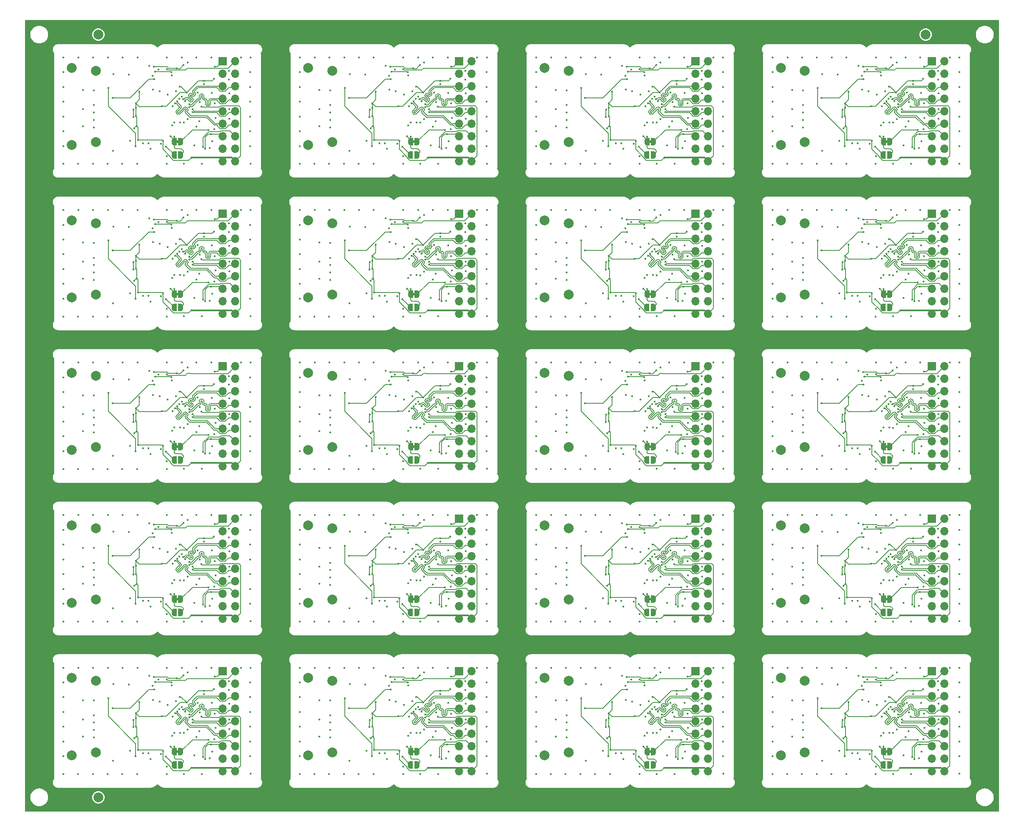
<source format=gbr>
%TF.GenerationSoftware,KiCad,Pcbnew,7.0.6+dfsg-1*%
%TF.CreationDate,2023-08-23T14:28:08+02:00*%
%TF.ProjectId,GPDI_ULX3S_panel,47504449-5f55-44c5-9833-535f70616e65,1.6*%
%TF.SameCoordinates,Original*%
%TF.FileFunction,Copper,L4,Bot*%
%TF.FilePolarity,Positive*%
%FSLAX46Y46*%
G04 Gerber Fmt 4.6, Leading zero omitted, Abs format (unit mm)*
G04 Created by KiCad (PCBNEW 7.0.6+dfsg-1) date 2023-08-23 14:28:08*
%MOMM*%
%LPD*%
G01*
G04 APERTURE LIST*
G04 Aperture macros list*
%AMFreePoly0*
4,1,19,0.500000,-0.750000,0.000000,-0.750000,0.000000,-0.744911,-0.071157,-0.744911,-0.207708,-0.704816,-0.327430,-0.627875,-0.420627,-0.520320,-0.479746,-0.390866,-0.500000,-0.250000,-0.500000,0.250000,-0.479746,0.390866,-0.420627,0.520320,-0.327430,0.627875,-0.207708,0.704816,-0.071157,0.744911,0.000000,0.744911,0.000000,0.750000,0.500000,0.750000,0.500000,-0.750000,0.500000,-0.750000,
$1*%
%AMFreePoly1*
4,1,19,0.000000,0.744911,0.071157,0.744911,0.207708,0.704816,0.327430,0.627875,0.420627,0.520320,0.479746,0.390866,0.500000,0.250000,0.500000,-0.250000,0.479746,-0.390866,0.420627,-0.520320,0.327430,-0.627875,0.207708,-0.704816,0.071157,-0.744911,0.000000,-0.744911,0.000000,-0.750000,-0.500000,-0.750000,-0.500000,0.750000,0.000000,0.750000,0.000000,0.744911,0.000000,0.744911,
$1*%
G04 Aperture macros list end*
%TA.AperFunction,ComponentPad*%
%ADD10R,1.700000X1.700000*%
%TD*%
%TA.AperFunction,ComponentPad*%
%ADD11O,1.700000X1.700000*%
%TD*%
%TA.AperFunction,ComponentPad*%
%ADD12C,2.000000*%
%TD*%
%TA.AperFunction,SMDPad,CuDef*%
%ADD13C,2.000000*%
%TD*%
%TA.AperFunction,SMDPad,CuDef*%
%ADD14FreePoly0,180.000000*%
%TD*%
%TA.AperFunction,SMDPad,CuDef*%
%ADD15FreePoly1,180.000000*%
%TD*%
%TA.AperFunction,SMDPad,CuDef*%
%ADD16FreePoly0,0.000000*%
%TD*%
%TA.AperFunction,SMDPad,CuDef*%
%ADD17FreePoly1,0.000000*%
%TD*%
%TA.AperFunction,ViaPad*%
%ADD18C,0.400000*%
%TD*%
%TA.AperFunction,Conductor*%
%ADD19C,0.200000*%
%TD*%
%TA.AperFunction,Conductor*%
%ADD20C,0.127000*%
%TD*%
%TA.AperFunction,Conductor*%
%ADD21C,0.150000*%
%TD*%
%TA.AperFunction,Conductor*%
%ADD22C,0.300000*%
%TD*%
%TA.AperFunction,Conductor*%
%ADD23C,0.500000*%
%TD*%
G04 APERTURE END LIST*
D10*
%TO.P,J2,1,Pin_1*%
%TO.N,Board_9-5V_ENABLE*%
X137766549Y-110385000D03*
D11*
%TO.P,J2,2,Pin_2*%
%TO.N,Board_9-GPDI_CEC*%
X140306549Y-110385000D03*
%TO.P,J2,3,Pin_3*%
%TO.N,Board_9-PMOD_SCL*%
X137766549Y-112925000D03*
%TO.P,J2,4,Pin_4*%
%TO.N,Board_9-PMOD_SDA*%
X140306549Y-112925000D03*
%TO.P,J2,5,Pin_5*%
%TO.N,Board_9-GPDI_D0-*%
X137766549Y-115465000D03*
%TO.P,J2,6,Pin_6*%
%TO.N,Board_9-GPDI_D0+*%
X140306549Y-115465000D03*
%TO.P,J2,7,Pin_7*%
%TO.N,Board_9-GPDI_D1-*%
X137766549Y-118005000D03*
%TO.P,J2,8,Pin_8*%
%TO.N,Board_9-GPDI_D1+*%
X140306549Y-118005000D03*
%TO.P,J2,9,Pin_9*%
%TO.N,Board_9-GPDI_D2-*%
X137766549Y-120545000D03*
%TO.P,J2,10,Pin_10*%
%TO.N,Board_9-GPDI_D2+*%
X140306549Y-120545000D03*
%TO.P,J2,11,Pin_11*%
%TO.N,Board_9-GPDI_CLK-*%
X137766549Y-123085000D03*
%TO.P,J2,12,Pin_12*%
%TO.N,Board_9-GPDI_CLK+*%
X140306549Y-123085000D03*
%TO.P,J2,13,Pin_13*%
%TO.N,Board_9-GPDI_ETH-*%
X137766549Y-125625000D03*
%TO.P,J2,14,Pin_14*%
%TO.N,Board_9-GPDI_ETH+*%
X140306549Y-125625000D03*
%TO.P,J2,15,Pin_15*%
%TO.N,Board_9-GND*%
X137766549Y-128165000D03*
%TO.P,J2,16,Pin_16*%
X140306549Y-128165000D03*
%TO.P,J2,17,Pin_17*%
%TO.N,Board_9-+3V3*%
X137766549Y-130705000D03*
%TO.P,J2,18,Pin_18*%
X140306549Y-130705000D03*
%TD*%
D12*
%TO.P,P1,0,0*%
%TO.N,Board_1-GND*%
X107072289Y-49745140D03*
X111972289Y-50345140D03*
X111972289Y-64845140D03*
X107072289Y-65445140D03*
%TD*%
%TO.P,P1,0,0*%
%TO.N,Board_2-GND*%
X155072191Y-49745140D03*
X159972191Y-50345140D03*
X159972191Y-64845140D03*
X155072191Y-65445140D03*
%TD*%
%TO.P,P1,0,0*%
%TO.N,Board_9-GND*%
X107072289Y-111745140D03*
X111972289Y-112345140D03*
X111972289Y-126845140D03*
X107072289Y-127445140D03*
%TD*%
%TO.P,P1,0,0*%
%TO.N,Board_5-GND*%
X107072289Y-80745140D03*
X111972289Y-81345140D03*
X111972289Y-95845140D03*
X107072289Y-96445140D03*
%TD*%
%TO.P,P1,0,0*%
%TO.N,Board_0-GND*%
X59072387Y-49745140D03*
X63972387Y-50345140D03*
X63972387Y-64845140D03*
X59072387Y-65445140D03*
%TD*%
D10*
%TO.P,J2,1,Pin_1*%
%TO.N,Board_19-5V_ENABLE*%
X233766353Y-172385000D03*
D11*
%TO.P,J2,2,Pin_2*%
%TO.N,Board_19-GPDI_CEC*%
X236306353Y-172385000D03*
%TO.P,J2,3,Pin_3*%
%TO.N,Board_19-PMOD_SCL*%
X233766353Y-174925000D03*
%TO.P,J2,4,Pin_4*%
%TO.N,Board_19-PMOD_SDA*%
X236306353Y-174925000D03*
%TO.P,J2,5,Pin_5*%
%TO.N,Board_19-GPDI_D0-*%
X233766353Y-177465000D03*
%TO.P,J2,6,Pin_6*%
%TO.N,Board_19-GPDI_D0+*%
X236306353Y-177465000D03*
%TO.P,J2,7,Pin_7*%
%TO.N,Board_19-GPDI_D1-*%
X233766353Y-180005000D03*
%TO.P,J2,8,Pin_8*%
%TO.N,Board_19-GPDI_D1+*%
X236306353Y-180005000D03*
%TO.P,J2,9,Pin_9*%
%TO.N,Board_19-GPDI_D2-*%
X233766353Y-182545000D03*
%TO.P,J2,10,Pin_10*%
%TO.N,Board_19-GPDI_D2+*%
X236306353Y-182545000D03*
%TO.P,J2,11,Pin_11*%
%TO.N,Board_19-GPDI_CLK-*%
X233766353Y-185085000D03*
%TO.P,J2,12,Pin_12*%
%TO.N,Board_19-GPDI_CLK+*%
X236306353Y-185085000D03*
%TO.P,J2,13,Pin_13*%
%TO.N,Board_19-GPDI_ETH-*%
X233766353Y-187625000D03*
%TO.P,J2,14,Pin_14*%
%TO.N,Board_19-GPDI_ETH+*%
X236306353Y-187625000D03*
%TO.P,J2,15,Pin_15*%
%TO.N,Board_19-GND*%
X233766353Y-190165000D03*
%TO.P,J2,16,Pin_16*%
X236306353Y-190165000D03*
%TO.P,J2,17,Pin_17*%
%TO.N,Board_19-+3V3*%
X233766353Y-192705000D03*
%TO.P,J2,18,Pin_18*%
X236306353Y-192705000D03*
%TD*%
D12*
%TO.P,P1,0,0*%
%TO.N,Board_3-GND*%
X203072093Y-49745140D03*
X207972093Y-50345140D03*
X207972093Y-64845140D03*
X203072093Y-65445140D03*
%TD*%
D10*
%TO.P,J2,1,Pin_1*%
%TO.N,Board_13-5V_ENABLE*%
X137766549Y-141385000D03*
D11*
%TO.P,J2,2,Pin_2*%
%TO.N,Board_13-GPDI_CEC*%
X140306549Y-141385000D03*
%TO.P,J2,3,Pin_3*%
%TO.N,Board_13-PMOD_SCL*%
X137766549Y-143925000D03*
%TO.P,J2,4,Pin_4*%
%TO.N,Board_13-PMOD_SDA*%
X140306549Y-143925000D03*
%TO.P,J2,5,Pin_5*%
%TO.N,Board_13-GPDI_D0-*%
X137766549Y-146465000D03*
%TO.P,J2,6,Pin_6*%
%TO.N,Board_13-GPDI_D0+*%
X140306549Y-146465000D03*
%TO.P,J2,7,Pin_7*%
%TO.N,Board_13-GPDI_D1-*%
X137766549Y-149005000D03*
%TO.P,J2,8,Pin_8*%
%TO.N,Board_13-GPDI_D1+*%
X140306549Y-149005000D03*
%TO.P,J2,9,Pin_9*%
%TO.N,Board_13-GPDI_D2-*%
X137766549Y-151545000D03*
%TO.P,J2,10,Pin_10*%
%TO.N,Board_13-GPDI_D2+*%
X140306549Y-151545000D03*
%TO.P,J2,11,Pin_11*%
%TO.N,Board_13-GPDI_CLK-*%
X137766549Y-154085000D03*
%TO.P,J2,12,Pin_12*%
%TO.N,Board_13-GPDI_CLK+*%
X140306549Y-154085000D03*
%TO.P,J2,13,Pin_13*%
%TO.N,Board_13-GPDI_ETH-*%
X137766549Y-156625000D03*
%TO.P,J2,14,Pin_14*%
%TO.N,Board_13-GPDI_ETH+*%
X140306549Y-156625000D03*
%TO.P,J2,15,Pin_15*%
%TO.N,Board_13-GND*%
X137766549Y-159165000D03*
%TO.P,J2,16,Pin_16*%
X140306549Y-159165000D03*
%TO.P,J2,17,Pin_17*%
%TO.N,Board_13-+3V3*%
X137766549Y-161705000D03*
%TO.P,J2,18,Pin_18*%
X140306549Y-161705000D03*
%TD*%
D12*
%TO.P,P1,0,0*%
%TO.N,Board_13-GND*%
X107072289Y-142745140D03*
X111972289Y-143345140D03*
X111972289Y-157845140D03*
X107072289Y-158445140D03*
%TD*%
D10*
%TO.P,J2,1,Pin_1*%
%TO.N,Board_16-5V_ENABLE*%
X89766647Y-172385000D03*
D11*
%TO.P,J2,2,Pin_2*%
%TO.N,Board_16-GPDI_CEC*%
X92306647Y-172385000D03*
%TO.P,J2,3,Pin_3*%
%TO.N,Board_16-PMOD_SCL*%
X89766647Y-174925000D03*
%TO.P,J2,4,Pin_4*%
%TO.N,Board_16-PMOD_SDA*%
X92306647Y-174925000D03*
%TO.P,J2,5,Pin_5*%
%TO.N,Board_16-GPDI_D0-*%
X89766647Y-177465000D03*
%TO.P,J2,6,Pin_6*%
%TO.N,Board_16-GPDI_D0+*%
X92306647Y-177465000D03*
%TO.P,J2,7,Pin_7*%
%TO.N,Board_16-GPDI_D1-*%
X89766647Y-180005000D03*
%TO.P,J2,8,Pin_8*%
%TO.N,Board_16-GPDI_D1+*%
X92306647Y-180005000D03*
%TO.P,J2,9,Pin_9*%
%TO.N,Board_16-GPDI_D2-*%
X89766647Y-182545000D03*
%TO.P,J2,10,Pin_10*%
%TO.N,Board_16-GPDI_D2+*%
X92306647Y-182545000D03*
%TO.P,J2,11,Pin_11*%
%TO.N,Board_16-GPDI_CLK-*%
X89766647Y-185085000D03*
%TO.P,J2,12,Pin_12*%
%TO.N,Board_16-GPDI_CLK+*%
X92306647Y-185085000D03*
%TO.P,J2,13,Pin_13*%
%TO.N,Board_16-GPDI_ETH-*%
X89766647Y-187625000D03*
%TO.P,J2,14,Pin_14*%
%TO.N,Board_16-GPDI_ETH+*%
X92306647Y-187625000D03*
%TO.P,J2,15,Pin_15*%
%TO.N,Board_16-GND*%
X89766647Y-190165000D03*
%TO.P,J2,16,Pin_16*%
X92306647Y-190165000D03*
%TO.P,J2,17,Pin_17*%
%TO.N,Board_16-+3V3*%
X89766647Y-192705000D03*
%TO.P,J2,18,Pin_18*%
X92306647Y-192705000D03*
%TD*%
D12*
%TO.P,P1,0,0*%
%TO.N,Board_11-GND*%
X203072093Y-111745140D03*
X207972093Y-112345140D03*
X207972093Y-126845140D03*
X203072093Y-127445140D03*
%TD*%
%TO.P,P1,0,0*%
%TO.N,Board_15-GND*%
X203072093Y-142745140D03*
X207972093Y-143345140D03*
X207972093Y-157845140D03*
X203072093Y-158445140D03*
%TD*%
%TO.P,P1,0,0*%
%TO.N,Board_6-GND*%
X155072191Y-80745140D03*
X159972191Y-81345140D03*
X159972191Y-95845140D03*
X155072191Y-96445140D03*
%TD*%
%TO.P,P1,0,0*%
%TO.N,Board_8-GND*%
X59072387Y-111745140D03*
X63972387Y-112345140D03*
X63972387Y-126845140D03*
X59072387Y-127445140D03*
%TD*%
D10*
%TO.P,J2,1,Pin_1*%
%TO.N,Board_6-5V_ENABLE*%
X185766451Y-79385000D03*
D11*
%TO.P,J2,2,Pin_2*%
%TO.N,Board_6-GPDI_CEC*%
X188306451Y-79385000D03*
%TO.P,J2,3,Pin_3*%
%TO.N,Board_6-PMOD_SCL*%
X185766451Y-81925000D03*
%TO.P,J2,4,Pin_4*%
%TO.N,Board_6-PMOD_SDA*%
X188306451Y-81925000D03*
%TO.P,J2,5,Pin_5*%
%TO.N,Board_6-GPDI_D0-*%
X185766451Y-84465000D03*
%TO.P,J2,6,Pin_6*%
%TO.N,Board_6-GPDI_D0+*%
X188306451Y-84465000D03*
%TO.P,J2,7,Pin_7*%
%TO.N,Board_6-GPDI_D1-*%
X185766451Y-87005000D03*
%TO.P,J2,8,Pin_8*%
%TO.N,Board_6-GPDI_D1+*%
X188306451Y-87005000D03*
%TO.P,J2,9,Pin_9*%
%TO.N,Board_6-GPDI_D2-*%
X185766451Y-89545000D03*
%TO.P,J2,10,Pin_10*%
%TO.N,Board_6-GPDI_D2+*%
X188306451Y-89545000D03*
%TO.P,J2,11,Pin_11*%
%TO.N,Board_6-GPDI_CLK-*%
X185766451Y-92085000D03*
%TO.P,J2,12,Pin_12*%
%TO.N,Board_6-GPDI_CLK+*%
X188306451Y-92085000D03*
%TO.P,J2,13,Pin_13*%
%TO.N,Board_6-GPDI_ETH-*%
X185766451Y-94625000D03*
%TO.P,J2,14,Pin_14*%
%TO.N,Board_6-GPDI_ETH+*%
X188306451Y-94625000D03*
%TO.P,J2,15,Pin_15*%
%TO.N,Board_6-GND*%
X185766451Y-97165000D03*
%TO.P,J2,16,Pin_16*%
X188306451Y-97165000D03*
%TO.P,J2,17,Pin_17*%
%TO.N,Board_6-+3V3*%
X185766451Y-99705000D03*
%TO.P,J2,18,Pin_18*%
X188306451Y-99705000D03*
%TD*%
D12*
%TO.P,P1,0,0*%
%TO.N,Board_4-GND*%
X59072387Y-80745140D03*
X63972387Y-81345140D03*
X63972387Y-95845140D03*
X59072387Y-96445140D03*
%TD*%
D10*
%TO.P,J2,1,Pin_1*%
%TO.N,Board_5-5V_ENABLE*%
X137766549Y-79385000D03*
D11*
%TO.P,J2,2,Pin_2*%
%TO.N,Board_5-GPDI_CEC*%
X140306549Y-79385000D03*
%TO.P,J2,3,Pin_3*%
%TO.N,Board_5-PMOD_SCL*%
X137766549Y-81925000D03*
%TO.P,J2,4,Pin_4*%
%TO.N,Board_5-PMOD_SDA*%
X140306549Y-81925000D03*
%TO.P,J2,5,Pin_5*%
%TO.N,Board_5-GPDI_D0-*%
X137766549Y-84465000D03*
%TO.P,J2,6,Pin_6*%
%TO.N,Board_5-GPDI_D0+*%
X140306549Y-84465000D03*
%TO.P,J2,7,Pin_7*%
%TO.N,Board_5-GPDI_D1-*%
X137766549Y-87005000D03*
%TO.P,J2,8,Pin_8*%
%TO.N,Board_5-GPDI_D1+*%
X140306549Y-87005000D03*
%TO.P,J2,9,Pin_9*%
%TO.N,Board_5-GPDI_D2-*%
X137766549Y-89545000D03*
%TO.P,J2,10,Pin_10*%
%TO.N,Board_5-GPDI_D2+*%
X140306549Y-89545000D03*
%TO.P,J2,11,Pin_11*%
%TO.N,Board_5-GPDI_CLK-*%
X137766549Y-92085000D03*
%TO.P,J2,12,Pin_12*%
%TO.N,Board_5-GPDI_CLK+*%
X140306549Y-92085000D03*
%TO.P,J2,13,Pin_13*%
%TO.N,Board_5-GPDI_ETH-*%
X137766549Y-94625000D03*
%TO.P,J2,14,Pin_14*%
%TO.N,Board_5-GPDI_ETH+*%
X140306549Y-94625000D03*
%TO.P,J2,15,Pin_15*%
%TO.N,Board_5-GND*%
X137766549Y-97165000D03*
%TO.P,J2,16,Pin_16*%
X140306549Y-97165000D03*
%TO.P,J2,17,Pin_17*%
%TO.N,Board_5-+3V3*%
X137766549Y-99705000D03*
%TO.P,J2,18,Pin_18*%
X140306549Y-99705000D03*
%TD*%
D10*
%TO.P,J2,1,Pin_1*%
%TO.N,Board_8-5V_ENABLE*%
X89766647Y-110385000D03*
D11*
%TO.P,J2,2,Pin_2*%
%TO.N,Board_8-GPDI_CEC*%
X92306647Y-110385000D03*
%TO.P,J2,3,Pin_3*%
%TO.N,Board_8-PMOD_SCL*%
X89766647Y-112925000D03*
%TO.P,J2,4,Pin_4*%
%TO.N,Board_8-PMOD_SDA*%
X92306647Y-112925000D03*
%TO.P,J2,5,Pin_5*%
%TO.N,Board_8-GPDI_D0-*%
X89766647Y-115465000D03*
%TO.P,J2,6,Pin_6*%
%TO.N,Board_8-GPDI_D0+*%
X92306647Y-115465000D03*
%TO.P,J2,7,Pin_7*%
%TO.N,Board_8-GPDI_D1-*%
X89766647Y-118005000D03*
%TO.P,J2,8,Pin_8*%
%TO.N,Board_8-GPDI_D1+*%
X92306647Y-118005000D03*
%TO.P,J2,9,Pin_9*%
%TO.N,Board_8-GPDI_D2-*%
X89766647Y-120545000D03*
%TO.P,J2,10,Pin_10*%
%TO.N,Board_8-GPDI_D2+*%
X92306647Y-120545000D03*
%TO.P,J2,11,Pin_11*%
%TO.N,Board_8-GPDI_CLK-*%
X89766647Y-123085000D03*
%TO.P,J2,12,Pin_12*%
%TO.N,Board_8-GPDI_CLK+*%
X92306647Y-123085000D03*
%TO.P,J2,13,Pin_13*%
%TO.N,Board_8-GPDI_ETH-*%
X89766647Y-125625000D03*
%TO.P,J2,14,Pin_14*%
%TO.N,Board_8-GPDI_ETH+*%
X92306647Y-125625000D03*
%TO.P,J2,15,Pin_15*%
%TO.N,Board_8-GND*%
X89766647Y-128165000D03*
%TO.P,J2,16,Pin_16*%
X92306647Y-128165000D03*
%TO.P,J2,17,Pin_17*%
%TO.N,Board_8-+3V3*%
X89766647Y-130705000D03*
%TO.P,J2,18,Pin_18*%
X92306647Y-130705000D03*
%TD*%
D10*
%TO.P,J2,1,Pin_1*%
%TO.N,Board_3-5V_ENABLE*%
X233766353Y-48385000D03*
D11*
%TO.P,J2,2,Pin_2*%
%TO.N,Board_3-GPDI_CEC*%
X236306353Y-48385000D03*
%TO.P,J2,3,Pin_3*%
%TO.N,Board_3-PMOD_SCL*%
X233766353Y-50925000D03*
%TO.P,J2,4,Pin_4*%
%TO.N,Board_3-PMOD_SDA*%
X236306353Y-50925000D03*
%TO.P,J2,5,Pin_5*%
%TO.N,Board_3-GPDI_D0-*%
X233766353Y-53465000D03*
%TO.P,J2,6,Pin_6*%
%TO.N,Board_3-GPDI_D0+*%
X236306353Y-53465000D03*
%TO.P,J2,7,Pin_7*%
%TO.N,Board_3-GPDI_D1-*%
X233766353Y-56005000D03*
%TO.P,J2,8,Pin_8*%
%TO.N,Board_3-GPDI_D1+*%
X236306353Y-56005000D03*
%TO.P,J2,9,Pin_9*%
%TO.N,Board_3-GPDI_D2-*%
X233766353Y-58545000D03*
%TO.P,J2,10,Pin_10*%
%TO.N,Board_3-GPDI_D2+*%
X236306353Y-58545000D03*
%TO.P,J2,11,Pin_11*%
%TO.N,Board_3-GPDI_CLK-*%
X233766353Y-61085000D03*
%TO.P,J2,12,Pin_12*%
%TO.N,Board_3-GPDI_CLK+*%
X236306353Y-61085000D03*
%TO.P,J2,13,Pin_13*%
%TO.N,Board_3-GPDI_ETH-*%
X233766353Y-63625000D03*
%TO.P,J2,14,Pin_14*%
%TO.N,Board_3-GPDI_ETH+*%
X236306353Y-63625000D03*
%TO.P,J2,15,Pin_15*%
%TO.N,Board_3-GND*%
X233766353Y-66165000D03*
%TO.P,J2,16,Pin_16*%
X236306353Y-66165000D03*
%TO.P,J2,17,Pin_17*%
%TO.N,Board_3-+3V3*%
X233766353Y-68705000D03*
%TO.P,J2,18,Pin_18*%
X236306353Y-68705000D03*
%TD*%
D10*
%TO.P,J2,1,Pin_1*%
%TO.N,Board_0-5V_ENABLE*%
X89766647Y-48385000D03*
D11*
%TO.P,J2,2,Pin_2*%
%TO.N,Board_0-GPDI_CEC*%
X92306647Y-48385000D03*
%TO.P,J2,3,Pin_3*%
%TO.N,Board_0-PMOD_SCL*%
X89766647Y-50925000D03*
%TO.P,J2,4,Pin_4*%
%TO.N,Board_0-PMOD_SDA*%
X92306647Y-50925000D03*
%TO.P,J2,5,Pin_5*%
%TO.N,Board_0-GPDI_D0-*%
X89766647Y-53465000D03*
%TO.P,J2,6,Pin_6*%
%TO.N,Board_0-GPDI_D0+*%
X92306647Y-53465000D03*
%TO.P,J2,7,Pin_7*%
%TO.N,Board_0-GPDI_D1-*%
X89766647Y-56005000D03*
%TO.P,J2,8,Pin_8*%
%TO.N,Board_0-GPDI_D1+*%
X92306647Y-56005000D03*
%TO.P,J2,9,Pin_9*%
%TO.N,Board_0-GPDI_D2-*%
X89766647Y-58545000D03*
%TO.P,J2,10,Pin_10*%
%TO.N,Board_0-GPDI_D2+*%
X92306647Y-58545000D03*
%TO.P,J2,11,Pin_11*%
%TO.N,Board_0-GPDI_CLK-*%
X89766647Y-61085000D03*
%TO.P,J2,12,Pin_12*%
%TO.N,Board_0-GPDI_CLK+*%
X92306647Y-61085000D03*
%TO.P,J2,13,Pin_13*%
%TO.N,Board_0-GPDI_ETH-*%
X89766647Y-63625000D03*
%TO.P,J2,14,Pin_14*%
%TO.N,Board_0-GPDI_ETH+*%
X92306647Y-63625000D03*
%TO.P,J2,15,Pin_15*%
%TO.N,Board_0-GND*%
X89766647Y-66165000D03*
%TO.P,J2,16,Pin_16*%
X92306647Y-66165000D03*
%TO.P,J2,17,Pin_17*%
%TO.N,Board_0-+3V3*%
X89766647Y-68705000D03*
%TO.P,J2,18,Pin_18*%
X92306647Y-68705000D03*
%TD*%
D10*
%TO.P,J2,1,Pin_1*%
%TO.N,Board_18-5V_ENABLE*%
X185766451Y-172385000D03*
D11*
%TO.P,J2,2,Pin_2*%
%TO.N,Board_18-GPDI_CEC*%
X188306451Y-172385000D03*
%TO.P,J2,3,Pin_3*%
%TO.N,Board_18-PMOD_SCL*%
X185766451Y-174925000D03*
%TO.P,J2,4,Pin_4*%
%TO.N,Board_18-PMOD_SDA*%
X188306451Y-174925000D03*
%TO.P,J2,5,Pin_5*%
%TO.N,Board_18-GPDI_D0-*%
X185766451Y-177465000D03*
%TO.P,J2,6,Pin_6*%
%TO.N,Board_18-GPDI_D0+*%
X188306451Y-177465000D03*
%TO.P,J2,7,Pin_7*%
%TO.N,Board_18-GPDI_D1-*%
X185766451Y-180005000D03*
%TO.P,J2,8,Pin_8*%
%TO.N,Board_18-GPDI_D1+*%
X188306451Y-180005000D03*
%TO.P,J2,9,Pin_9*%
%TO.N,Board_18-GPDI_D2-*%
X185766451Y-182545000D03*
%TO.P,J2,10,Pin_10*%
%TO.N,Board_18-GPDI_D2+*%
X188306451Y-182545000D03*
%TO.P,J2,11,Pin_11*%
%TO.N,Board_18-GPDI_CLK-*%
X185766451Y-185085000D03*
%TO.P,J2,12,Pin_12*%
%TO.N,Board_18-GPDI_CLK+*%
X188306451Y-185085000D03*
%TO.P,J2,13,Pin_13*%
%TO.N,Board_18-GPDI_ETH-*%
X185766451Y-187625000D03*
%TO.P,J2,14,Pin_14*%
%TO.N,Board_18-GPDI_ETH+*%
X188306451Y-187625000D03*
%TO.P,J2,15,Pin_15*%
%TO.N,Board_18-GND*%
X185766451Y-190165000D03*
%TO.P,J2,16,Pin_16*%
X188306451Y-190165000D03*
%TO.P,J2,17,Pin_17*%
%TO.N,Board_18-+3V3*%
X185766451Y-192705000D03*
%TO.P,J2,18,Pin_18*%
X188306451Y-192705000D03*
%TD*%
D12*
%TO.P,P1,0,0*%
%TO.N,Board_7-GND*%
X203072093Y-80745140D03*
X207972093Y-81345140D03*
X207972093Y-95845140D03*
X203072093Y-96445140D03*
%TD*%
D10*
%TO.P,J2,1,Pin_1*%
%TO.N,Board_14-5V_ENABLE*%
X185766451Y-141385000D03*
D11*
%TO.P,J2,2,Pin_2*%
%TO.N,Board_14-GPDI_CEC*%
X188306451Y-141385000D03*
%TO.P,J2,3,Pin_3*%
%TO.N,Board_14-PMOD_SCL*%
X185766451Y-143925000D03*
%TO.P,J2,4,Pin_4*%
%TO.N,Board_14-PMOD_SDA*%
X188306451Y-143925000D03*
%TO.P,J2,5,Pin_5*%
%TO.N,Board_14-GPDI_D0-*%
X185766451Y-146465000D03*
%TO.P,J2,6,Pin_6*%
%TO.N,Board_14-GPDI_D0+*%
X188306451Y-146465000D03*
%TO.P,J2,7,Pin_7*%
%TO.N,Board_14-GPDI_D1-*%
X185766451Y-149005000D03*
%TO.P,J2,8,Pin_8*%
%TO.N,Board_14-GPDI_D1+*%
X188306451Y-149005000D03*
%TO.P,J2,9,Pin_9*%
%TO.N,Board_14-GPDI_D2-*%
X185766451Y-151545000D03*
%TO.P,J2,10,Pin_10*%
%TO.N,Board_14-GPDI_D2+*%
X188306451Y-151545000D03*
%TO.P,J2,11,Pin_11*%
%TO.N,Board_14-GPDI_CLK-*%
X185766451Y-154085000D03*
%TO.P,J2,12,Pin_12*%
%TO.N,Board_14-GPDI_CLK+*%
X188306451Y-154085000D03*
%TO.P,J2,13,Pin_13*%
%TO.N,Board_14-GPDI_ETH-*%
X185766451Y-156625000D03*
%TO.P,J2,14,Pin_14*%
%TO.N,Board_14-GPDI_ETH+*%
X188306451Y-156625000D03*
%TO.P,J2,15,Pin_15*%
%TO.N,Board_14-GND*%
X185766451Y-159165000D03*
%TO.P,J2,16,Pin_16*%
X188306451Y-159165000D03*
%TO.P,J2,17,Pin_17*%
%TO.N,Board_14-+3V3*%
X185766451Y-161705000D03*
%TO.P,J2,18,Pin_18*%
X188306451Y-161705000D03*
%TD*%
D12*
%TO.P,P1,0,0*%
%TO.N,Board_10-GND*%
X155072191Y-111745140D03*
X159972191Y-112345140D03*
X159972191Y-126845140D03*
X155072191Y-127445140D03*
%TD*%
%TO.P,P1,0,0*%
%TO.N,Board_17-GND*%
X107072289Y-173745140D03*
X111972289Y-174345140D03*
X111972289Y-188845140D03*
X107072289Y-189445140D03*
%TD*%
%TO.P,P1,0,0*%
%TO.N,Board_19-GND*%
X203072093Y-173745140D03*
X207972093Y-174345140D03*
X207972093Y-188845140D03*
X203072093Y-189445140D03*
%TD*%
%TO.P,P1,0,0*%
%TO.N,Board_12-GND*%
X59072387Y-142745140D03*
X63972387Y-143345140D03*
X63972387Y-157845140D03*
X59072387Y-158445140D03*
%TD*%
D10*
%TO.P,J2,1,Pin_1*%
%TO.N,Board_11-5V_ENABLE*%
X233766353Y-110385000D03*
D11*
%TO.P,J2,2,Pin_2*%
%TO.N,Board_11-GPDI_CEC*%
X236306353Y-110385000D03*
%TO.P,J2,3,Pin_3*%
%TO.N,Board_11-PMOD_SCL*%
X233766353Y-112925000D03*
%TO.P,J2,4,Pin_4*%
%TO.N,Board_11-PMOD_SDA*%
X236306353Y-112925000D03*
%TO.P,J2,5,Pin_5*%
%TO.N,Board_11-GPDI_D0-*%
X233766353Y-115465000D03*
%TO.P,J2,6,Pin_6*%
%TO.N,Board_11-GPDI_D0+*%
X236306353Y-115465000D03*
%TO.P,J2,7,Pin_7*%
%TO.N,Board_11-GPDI_D1-*%
X233766353Y-118005000D03*
%TO.P,J2,8,Pin_8*%
%TO.N,Board_11-GPDI_D1+*%
X236306353Y-118005000D03*
%TO.P,J2,9,Pin_9*%
%TO.N,Board_11-GPDI_D2-*%
X233766353Y-120545000D03*
%TO.P,J2,10,Pin_10*%
%TO.N,Board_11-GPDI_D2+*%
X236306353Y-120545000D03*
%TO.P,J2,11,Pin_11*%
%TO.N,Board_11-GPDI_CLK-*%
X233766353Y-123085000D03*
%TO.P,J2,12,Pin_12*%
%TO.N,Board_11-GPDI_CLK+*%
X236306353Y-123085000D03*
%TO.P,J2,13,Pin_13*%
%TO.N,Board_11-GPDI_ETH-*%
X233766353Y-125625000D03*
%TO.P,J2,14,Pin_14*%
%TO.N,Board_11-GPDI_ETH+*%
X236306353Y-125625000D03*
%TO.P,J2,15,Pin_15*%
%TO.N,Board_11-GND*%
X233766353Y-128165000D03*
%TO.P,J2,16,Pin_16*%
X236306353Y-128165000D03*
%TO.P,J2,17,Pin_17*%
%TO.N,Board_11-+3V3*%
X233766353Y-130705000D03*
%TO.P,J2,18,Pin_18*%
X236306353Y-130705000D03*
%TD*%
D12*
%TO.P,P1,0,0*%
%TO.N,Board_16-GND*%
X59072387Y-173745140D03*
X63972387Y-174345140D03*
X63972387Y-188845140D03*
X59072387Y-189445140D03*
%TD*%
D10*
%TO.P,J2,1,Pin_1*%
%TO.N,Board_10-5V_ENABLE*%
X185766451Y-110385000D03*
D11*
%TO.P,J2,2,Pin_2*%
%TO.N,Board_10-GPDI_CEC*%
X188306451Y-110385000D03*
%TO.P,J2,3,Pin_3*%
%TO.N,Board_10-PMOD_SCL*%
X185766451Y-112925000D03*
%TO.P,J2,4,Pin_4*%
%TO.N,Board_10-PMOD_SDA*%
X188306451Y-112925000D03*
%TO.P,J2,5,Pin_5*%
%TO.N,Board_10-GPDI_D0-*%
X185766451Y-115465000D03*
%TO.P,J2,6,Pin_6*%
%TO.N,Board_10-GPDI_D0+*%
X188306451Y-115465000D03*
%TO.P,J2,7,Pin_7*%
%TO.N,Board_10-GPDI_D1-*%
X185766451Y-118005000D03*
%TO.P,J2,8,Pin_8*%
%TO.N,Board_10-GPDI_D1+*%
X188306451Y-118005000D03*
%TO.P,J2,9,Pin_9*%
%TO.N,Board_10-GPDI_D2-*%
X185766451Y-120545000D03*
%TO.P,J2,10,Pin_10*%
%TO.N,Board_10-GPDI_D2+*%
X188306451Y-120545000D03*
%TO.P,J2,11,Pin_11*%
%TO.N,Board_10-GPDI_CLK-*%
X185766451Y-123085000D03*
%TO.P,J2,12,Pin_12*%
%TO.N,Board_10-GPDI_CLK+*%
X188306451Y-123085000D03*
%TO.P,J2,13,Pin_13*%
%TO.N,Board_10-GPDI_ETH-*%
X185766451Y-125625000D03*
%TO.P,J2,14,Pin_14*%
%TO.N,Board_10-GPDI_ETH+*%
X188306451Y-125625000D03*
%TO.P,J2,15,Pin_15*%
%TO.N,Board_10-GND*%
X185766451Y-128165000D03*
%TO.P,J2,16,Pin_16*%
X188306451Y-128165000D03*
%TO.P,J2,17,Pin_17*%
%TO.N,Board_10-+3V3*%
X185766451Y-130705000D03*
%TO.P,J2,18,Pin_18*%
X188306451Y-130705000D03*
%TD*%
D10*
%TO.P,J2,1,Pin_1*%
%TO.N,Board_12-5V_ENABLE*%
X89766647Y-141385000D03*
D11*
%TO.P,J2,2,Pin_2*%
%TO.N,Board_12-GPDI_CEC*%
X92306647Y-141385000D03*
%TO.P,J2,3,Pin_3*%
%TO.N,Board_12-PMOD_SCL*%
X89766647Y-143925000D03*
%TO.P,J2,4,Pin_4*%
%TO.N,Board_12-PMOD_SDA*%
X92306647Y-143925000D03*
%TO.P,J2,5,Pin_5*%
%TO.N,Board_12-GPDI_D0-*%
X89766647Y-146465000D03*
%TO.P,J2,6,Pin_6*%
%TO.N,Board_12-GPDI_D0+*%
X92306647Y-146465000D03*
%TO.P,J2,7,Pin_7*%
%TO.N,Board_12-GPDI_D1-*%
X89766647Y-149005000D03*
%TO.P,J2,8,Pin_8*%
%TO.N,Board_12-GPDI_D1+*%
X92306647Y-149005000D03*
%TO.P,J2,9,Pin_9*%
%TO.N,Board_12-GPDI_D2-*%
X89766647Y-151545000D03*
%TO.P,J2,10,Pin_10*%
%TO.N,Board_12-GPDI_D2+*%
X92306647Y-151545000D03*
%TO.P,J2,11,Pin_11*%
%TO.N,Board_12-GPDI_CLK-*%
X89766647Y-154085000D03*
%TO.P,J2,12,Pin_12*%
%TO.N,Board_12-GPDI_CLK+*%
X92306647Y-154085000D03*
%TO.P,J2,13,Pin_13*%
%TO.N,Board_12-GPDI_ETH-*%
X89766647Y-156625000D03*
%TO.P,J2,14,Pin_14*%
%TO.N,Board_12-GPDI_ETH+*%
X92306647Y-156625000D03*
%TO.P,J2,15,Pin_15*%
%TO.N,Board_12-GND*%
X89766647Y-159165000D03*
%TO.P,J2,16,Pin_16*%
X92306647Y-159165000D03*
%TO.P,J2,17,Pin_17*%
%TO.N,Board_12-+3V3*%
X89766647Y-161705000D03*
%TO.P,J2,18,Pin_18*%
X92306647Y-161705000D03*
%TD*%
D10*
%TO.P,J2,1,Pin_1*%
%TO.N,Board_15-5V_ENABLE*%
X233766353Y-141385000D03*
D11*
%TO.P,J2,2,Pin_2*%
%TO.N,Board_15-GPDI_CEC*%
X236306353Y-141385000D03*
%TO.P,J2,3,Pin_3*%
%TO.N,Board_15-PMOD_SCL*%
X233766353Y-143925000D03*
%TO.P,J2,4,Pin_4*%
%TO.N,Board_15-PMOD_SDA*%
X236306353Y-143925000D03*
%TO.P,J2,5,Pin_5*%
%TO.N,Board_15-GPDI_D0-*%
X233766353Y-146465000D03*
%TO.P,J2,6,Pin_6*%
%TO.N,Board_15-GPDI_D0+*%
X236306353Y-146465000D03*
%TO.P,J2,7,Pin_7*%
%TO.N,Board_15-GPDI_D1-*%
X233766353Y-149005000D03*
%TO.P,J2,8,Pin_8*%
%TO.N,Board_15-GPDI_D1+*%
X236306353Y-149005000D03*
%TO.P,J2,9,Pin_9*%
%TO.N,Board_15-GPDI_D2-*%
X233766353Y-151545000D03*
%TO.P,J2,10,Pin_10*%
%TO.N,Board_15-GPDI_D2+*%
X236306353Y-151545000D03*
%TO.P,J2,11,Pin_11*%
%TO.N,Board_15-GPDI_CLK-*%
X233766353Y-154085000D03*
%TO.P,J2,12,Pin_12*%
%TO.N,Board_15-GPDI_CLK+*%
X236306353Y-154085000D03*
%TO.P,J2,13,Pin_13*%
%TO.N,Board_15-GPDI_ETH-*%
X233766353Y-156625000D03*
%TO.P,J2,14,Pin_14*%
%TO.N,Board_15-GPDI_ETH+*%
X236306353Y-156625000D03*
%TO.P,J2,15,Pin_15*%
%TO.N,Board_15-GND*%
X233766353Y-159165000D03*
%TO.P,J2,16,Pin_16*%
X236306353Y-159165000D03*
%TO.P,J2,17,Pin_17*%
%TO.N,Board_15-+3V3*%
X233766353Y-161705000D03*
%TO.P,J2,18,Pin_18*%
X236306353Y-161705000D03*
%TD*%
D10*
%TO.P,J2,1,Pin_1*%
%TO.N,Board_1-5V_ENABLE*%
X137766549Y-48385000D03*
D11*
%TO.P,J2,2,Pin_2*%
%TO.N,Board_1-GPDI_CEC*%
X140306549Y-48385000D03*
%TO.P,J2,3,Pin_3*%
%TO.N,Board_1-PMOD_SCL*%
X137766549Y-50925000D03*
%TO.P,J2,4,Pin_4*%
%TO.N,Board_1-PMOD_SDA*%
X140306549Y-50925000D03*
%TO.P,J2,5,Pin_5*%
%TO.N,Board_1-GPDI_D0-*%
X137766549Y-53465000D03*
%TO.P,J2,6,Pin_6*%
%TO.N,Board_1-GPDI_D0+*%
X140306549Y-53465000D03*
%TO.P,J2,7,Pin_7*%
%TO.N,Board_1-GPDI_D1-*%
X137766549Y-56005000D03*
%TO.P,J2,8,Pin_8*%
%TO.N,Board_1-GPDI_D1+*%
X140306549Y-56005000D03*
%TO.P,J2,9,Pin_9*%
%TO.N,Board_1-GPDI_D2-*%
X137766549Y-58545000D03*
%TO.P,J2,10,Pin_10*%
%TO.N,Board_1-GPDI_D2+*%
X140306549Y-58545000D03*
%TO.P,J2,11,Pin_11*%
%TO.N,Board_1-GPDI_CLK-*%
X137766549Y-61085000D03*
%TO.P,J2,12,Pin_12*%
%TO.N,Board_1-GPDI_CLK+*%
X140306549Y-61085000D03*
%TO.P,J2,13,Pin_13*%
%TO.N,Board_1-GPDI_ETH-*%
X137766549Y-63625000D03*
%TO.P,J2,14,Pin_14*%
%TO.N,Board_1-GPDI_ETH+*%
X140306549Y-63625000D03*
%TO.P,J2,15,Pin_15*%
%TO.N,Board_1-GND*%
X137766549Y-66165000D03*
%TO.P,J2,16,Pin_16*%
X140306549Y-66165000D03*
%TO.P,J2,17,Pin_17*%
%TO.N,Board_1-+3V3*%
X137766549Y-68705000D03*
%TO.P,J2,18,Pin_18*%
X140306549Y-68705000D03*
%TD*%
D10*
%TO.P,J2,1,Pin_1*%
%TO.N,Board_7-5V_ENABLE*%
X233766353Y-79385000D03*
D11*
%TO.P,J2,2,Pin_2*%
%TO.N,Board_7-GPDI_CEC*%
X236306353Y-79385000D03*
%TO.P,J2,3,Pin_3*%
%TO.N,Board_7-PMOD_SCL*%
X233766353Y-81925000D03*
%TO.P,J2,4,Pin_4*%
%TO.N,Board_7-PMOD_SDA*%
X236306353Y-81925000D03*
%TO.P,J2,5,Pin_5*%
%TO.N,Board_7-GPDI_D0-*%
X233766353Y-84465000D03*
%TO.P,J2,6,Pin_6*%
%TO.N,Board_7-GPDI_D0+*%
X236306353Y-84465000D03*
%TO.P,J2,7,Pin_7*%
%TO.N,Board_7-GPDI_D1-*%
X233766353Y-87005000D03*
%TO.P,J2,8,Pin_8*%
%TO.N,Board_7-GPDI_D1+*%
X236306353Y-87005000D03*
%TO.P,J2,9,Pin_9*%
%TO.N,Board_7-GPDI_D2-*%
X233766353Y-89545000D03*
%TO.P,J2,10,Pin_10*%
%TO.N,Board_7-GPDI_D2+*%
X236306353Y-89545000D03*
%TO.P,J2,11,Pin_11*%
%TO.N,Board_7-GPDI_CLK-*%
X233766353Y-92085000D03*
%TO.P,J2,12,Pin_12*%
%TO.N,Board_7-GPDI_CLK+*%
X236306353Y-92085000D03*
%TO.P,J2,13,Pin_13*%
%TO.N,Board_7-GPDI_ETH-*%
X233766353Y-94625000D03*
%TO.P,J2,14,Pin_14*%
%TO.N,Board_7-GPDI_ETH+*%
X236306353Y-94625000D03*
%TO.P,J2,15,Pin_15*%
%TO.N,Board_7-GND*%
X233766353Y-97165000D03*
%TO.P,J2,16,Pin_16*%
X236306353Y-97165000D03*
%TO.P,J2,17,Pin_17*%
%TO.N,Board_7-+3V3*%
X233766353Y-99705000D03*
%TO.P,J2,18,Pin_18*%
X236306353Y-99705000D03*
%TD*%
D12*
%TO.P,P1,0,0*%
%TO.N,Board_14-GND*%
X155072191Y-142745140D03*
X159972191Y-143345140D03*
X159972191Y-157845140D03*
X155072191Y-158445140D03*
%TD*%
D10*
%TO.P,J2,1,Pin_1*%
%TO.N,Board_4-5V_ENABLE*%
X89766647Y-79385000D03*
D11*
%TO.P,J2,2,Pin_2*%
%TO.N,Board_4-GPDI_CEC*%
X92306647Y-79385000D03*
%TO.P,J2,3,Pin_3*%
%TO.N,Board_4-PMOD_SCL*%
X89766647Y-81925000D03*
%TO.P,J2,4,Pin_4*%
%TO.N,Board_4-PMOD_SDA*%
X92306647Y-81925000D03*
%TO.P,J2,5,Pin_5*%
%TO.N,Board_4-GPDI_D0-*%
X89766647Y-84465000D03*
%TO.P,J2,6,Pin_6*%
%TO.N,Board_4-GPDI_D0+*%
X92306647Y-84465000D03*
%TO.P,J2,7,Pin_7*%
%TO.N,Board_4-GPDI_D1-*%
X89766647Y-87005000D03*
%TO.P,J2,8,Pin_8*%
%TO.N,Board_4-GPDI_D1+*%
X92306647Y-87005000D03*
%TO.P,J2,9,Pin_9*%
%TO.N,Board_4-GPDI_D2-*%
X89766647Y-89545000D03*
%TO.P,J2,10,Pin_10*%
%TO.N,Board_4-GPDI_D2+*%
X92306647Y-89545000D03*
%TO.P,J2,11,Pin_11*%
%TO.N,Board_4-GPDI_CLK-*%
X89766647Y-92085000D03*
%TO.P,J2,12,Pin_12*%
%TO.N,Board_4-GPDI_CLK+*%
X92306647Y-92085000D03*
%TO.P,J2,13,Pin_13*%
%TO.N,Board_4-GPDI_ETH-*%
X89766647Y-94625000D03*
%TO.P,J2,14,Pin_14*%
%TO.N,Board_4-GPDI_ETH+*%
X92306647Y-94625000D03*
%TO.P,J2,15,Pin_15*%
%TO.N,Board_4-GND*%
X89766647Y-97165000D03*
%TO.P,J2,16,Pin_16*%
X92306647Y-97165000D03*
%TO.P,J2,17,Pin_17*%
%TO.N,Board_4-+3V3*%
X89766647Y-99705000D03*
%TO.P,J2,18,Pin_18*%
X92306647Y-99705000D03*
%TD*%
D10*
%TO.P,J2,1,Pin_1*%
%TO.N,Board_2-5V_ENABLE*%
X185766451Y-48385000D03*
D11*
%TO.P,J2,2,Pin_2*%
%TO.N,Board_2-GPDI_CEC*%
X188306451Y-48385000D03*
%TO.P,J2,3,Pin_3*%
%TO.N,Board_2-PMOD_SCL*%
X185766451Y-50925000D03*
%TO.P,J2,4,Pin_4*%
%TO.N,Board_2-PMOD_SDA*%
X188306451Y-50925000D03*
%TO.P,J2,5,Pin_5*%
%TO.N,Board_2-GPDI_D0-*%
X185766451Y-53465000D03*
%TO.P,J2,6,Pin_6*%
%TO.N,Board_2-GPDI_D0+*%
X188306451Y-53465000D03*
%TO.P,J2,7,Pin_7*%
%TO.N,Board_2-GPDI_D1-*%
X185766451Y-56005000D03*
%TO.P,J2,8,Pin_8*%
%TO.N,Board_2-GPDI_D1+*%
X188306451Y-56005000D03*
%TO.P,J2,9,Pin_9*%
%TO.N,Board_2-GPDI_D2-*%
X185766451Y-58545000D03*
%TO.P,J2,10,Pin_10*%
%TO.N,Board_2-GPDI_D2+*%
X188306451Y-58545000D03*
%TO.P,J2,11,Pin_11*%
%TO.N,Board_2-GPDI_CLK-*%
X185766451Y-61085000D03*
%TO.P,J2,12,Pin_12*%
%TO.N,Board_2-GPDI_CLK+*%
X188306451Y-61085000D03*
%TO.P,J2,13,Pin_13*%
%TO.N,Board_2-GPDI_ETH-*%
X185766451Y-63625000D03*
%TO.P,J2,14,Pin_14*%
%TO.N,Board_2-GPDI_ETH+*%
X188306451Y-63625000D03*
%TO.P,J2,15,Pin_15*%
%TO.N,Board_2-GND*%
X185766451Y-66165000D03*
%TO.P,J2,16,Pin_16*%
X188306451Y-66165000D03*
%TO.P,J2,17,Pin_17*%
%TO.N,Board_2-+3V3*%
X185766451Y-68705000D03*
%TO.P,J2,18,Pin_18*%
X188306451Y-68705000D03*
%TD*%
D12*
%TO.P,P1,0,0*%
%TO.N,Board_18-GND*%
X155072191Y-173745140D03*
X159972191Y-174345140D03*
X159972191Y-188845140D03*
X155072191Y-189445140D03*
%TD*%
D10*
%TO.P,J2,1,Pin_1*%
%TO.N,Board_17-5V_ENABLE*%
X137766549Y-172385000D03*
D11*
%TO.P,J2,2,Pin_2*%
%TO.N,Board_17-GPDI_CEC*%
X140306549Y-172385000D03*
%TO.P,J2,3,Pin_3*%
%TO.N,Board_17-PMOD_SCL*%
X137766549Y-174925000D03*
%TO.P,J2,4,Pin_4*%
%TO.N,Board_17-PMOD_SDA*%
X140306549Y-174925000D03*
%TO.P,J2,5,Pin_5*%
%TO.N,Board_17-GPDI_D0-*%
X137766549Y-177465000D03*
%TO.P,J2,6,Pin_6*%
%TO.N,Board_17-GPDI_D0+*%
X140306549Y-177465000D03*
%TO.P,J2,7,Pin_7*%
%TO.N,Board_17-GPDI_D1-*%
X137766549Y-180005000D03*
%TO.P,J2,8,Pin_8*%
%TO.N,Board_17-GPDI_D1+*%
X140306549Y-180005000D03*
%TO.P,J2,9,Pin_9*%
%TO.N,Board_17-GPDI_D2-*%
X137766549Y-182545000D03*
%TO.P,J2,10,Pin_10*%
%TO.N,Board_17-GPDI_D2+*%
X140306549Y-182545000D03*
%TO.P,J2,11,Pin_11*%
%TO.N,Board_17-GPDI_CLK-*%
X137766549Y-185085000D03*
%TO.P,J2,12,Pin_12*%
%TO.N,Board_17-GPDI_CLK+*%
X140306549Y-185085000D03*
%TO.P,J2,13,Pin_13*%
%TO.N,Board_17-GPDI_ETH-*%
X137766549Y-187625000D03*
%TO.P,J2,14,Pin_14*%
%TO.N,Board_17-GPDI_ETH+*%
X140306549Y-187625000D03*
%TO.P,J2,15,Pin_15*%
%TO.N,Board_17-GND*%
X137766549Y-190165000D03*
%TO.P,J2,16,Pin_16*%
X140306549Y-190165000D03*
%TO.P,J2,17,Pin_17*%
%TO.N,Board_17-+3V3*%
X137766549Y-192705000D03*
%TO.P,J2,18,Pin_18*%
X140306549Y-192705000D03*
%TD*%
D13*
%TO.P,KiKit_FID_B_2,*%
%TO.N,*%
X232497353Y-43000000D03*
%TD*%
D14*
%TO.P,JP1,1,A*%
%TO.N,Board_3-5V_ENABLE*%
X225227353Y-64750000D03*
D15*
%TO.P,JP1,2,B*%
X223927353Y-64750000D03*
%TD*%
D16*
%TO.P,JP2,1,A*%
%TO.N,Board_5-Net-(D1-K)*%
X127877549Y-98450000D03*
D17*
%TO.P,JP2,2,B*%
%TO.N,Board_5-5V_ENABLE*%
X129177549Y-98450000D03*
%TD*%
D16*
%TO.P,JP2,1,A*%
%TO.N,Board_7-Net-(D1-K)*%
X223877353Y-98450000D03*
D17*
%TO.P,JP2,2,B*%
%TO.N,Board_7-5V_ENABLE*%
X225177353Y-98450000D03*
%TD*%
D16*
%TO.P,JP2,1,A*%
%TO.N,Board_15-Net-(D1-K)*%
X223877353Y-160450000D03*
D17*
%TO.P,JP2,2,B*%
%TO.N,Board_15-5V_ENABLE*%
X225177353Y-160450000D03*
%TD*%
D14*
%TO.P,JP1,1,A*%
%TO.N,Board_0-5V_ENABLE*%
X81227647Y-64750000D03*
D15*
%TO.P,JP1,2,B*%
X79927647Y-64750000D03*
%TD*%
D16*
%TO.P,JP2,1,A*%
%TO.N,Board_17-Net-(D1-K)*%
X127877549Y-191450000D03*
D17*
%TO.P,JP2,2,B*%
%TO.N,Board_17-5V_ENABLE*%
X129177549Y-191450000D03*
%TD*%
D16*
%TO.P,JP2,1,A*%
%TO.N,Board_3-Net-(D1-K)*%
X223877353Y-67450000D03*
D17*
%TO.P,JP2,2,B*%
%TO.N,Board_3-5V_ENABLE*%
X225177353Y-67450000D03*
%TD*%
D14*
%TO.P,JP1,1,A*%
%TO.N,Board_1-5V_ENABLE*%
X129227549Y-64750000D03*
D15*
%TO.P,JP1,2,B*%
X127927549Y-64750000D03*
%TD*%
D16*
%TO.P,JP2,1,A*%
%TO.N,Board_1-Net-(D1-K)*%
X127877549Y-67450000D03*
D17*
%TO.P,JP2,2,B*%
%TO.N,Board_1-5V_ENABLE*%
X129177549Y-67450000D03*
%TD*%
D13*
%TO.P,KiKit_FID_B_3,*%
%TO.N,*%
X64502647Y-198000000D03*
%TD*%
D16*
%TO.P,JP2,1,A*%
%TO.N,Board_9-Net-(D1-K)*%
X127877549Y-129450000D03*
D17*
%TO.P,JP2,2,B*%
%TO.N,Board_9-5V_ENABLE*%
X129177549Y-129450000D03*
%TD*%
D16*
%TO.P,JP2,1,A*%
%TO.N,Board_13-Net-(D1-K)*%
X127877549Y-160450000D03*
D17*
%TO.P,JP2,2,B*%
%TO.N,Board_13-5V_ENABLE*%
X129177549Y-160450000D03*
%TD*%
D13*
%TO.P,KiKit_FID_B_1,*%
%TO.N,*%
X64502647Y-43000000D03*
%TD*%
D14*
%TO.P,JP1,1,A*%
%TO.N,Board_7-5V_ENABLE*%
X225227353Y-95750000D03*
D15*
%TO.P,JP1,2,B*%
X223927353Y-95750000D03*
%TD*%
D14*
%TO.P,JP1,1,A*%
%TO.N,Board_9-5V_ENABLE*%
X129227549Y-126750000D03*
D15*
%TO.P,JP1,2,B*%
X127927549Y-126750000D03*
%TD*%
D14*
%TO.P,JP1,1,A*%
%TO.N,Board_2-5V_ENABLE*%
X177227451Y-64750000D03*
D15*
%TO.P,JP1,2,B*%
X175927451Y-64750000D03*
%TD*%
D14*
%TO.P,JP1,1,A*%
%TO.N,Board_13-5V_ENABLE*%
X129227549Y-157750000D03*
D15*
%TO.P,JP1,2,B*%
X127927549Y-157750000D03*
%TD*%
D14*
%TO.P,JP1,1,A*%
%TO.N,Board_19-5V_ENABLE*%
X225227353Y-188750000D03*
D15*
%TO.P,JP1,2,B*%
X223927353Y-188750000D03*
%TD*%
D14*
%TO.P,JP1,1,A*%
%TO.N,Board_10-5V_ENABLE*%
X177227451Y-126750000D03*
D15*
%TO.P,JP1,2,B*%
X175927451Y-126750000D03*
%TD*%
D14*
%TO.P,JP1,1,A*%
%TO.N,Board_5-5V_ENABLE*%
X129227549Y-95750000D03*
D15*
%TO.P,JP1,2,B*%
X127927549Y-95750000D03*
%TD*%
D16*
%TO.P,JP2,1,A*%
%TO.N,Board_14-Net-(D1-K)*%
X175877451Y-160450000D03*
D17*
%TO.P,JP2,2,B*%
%TO.N,Board_14-5V_ENABLE*%
X177177451Y-160450000D03*
%TD*%
D16*
%TO.P,JP2,1,A*%
%TO.N,Board_18-Net-(D1-K)*%
X175877451Y-191450000D03*
D17*
%TO.P,JP2,2,B*%
%TO.N,Board_18-5V_ENABLE*%
X177177451Y-191450000D03*
%TD*%
D16*
%TO.P,JP2,1,A*%
%TO.N,Board_11-Net-(D1-K)*%
X223877353Y-129450000D03*
D17*
%TO.P,JP2,2,B*%
%TO.N,Board_11-5V_ENABLE*%
X225177353Y-129450000D03*
%TD*%
D16*
%TO.P,JP2,1,A*%
%TO.N,Board_12-Net-(D1-K)*%
X79877647Y-160450000D03*
D17*
%TO.P,JP2,2,B*%
%TO.N,Board_12-5V_ENABLE*%
X81177647Y-160450000D03*
%TD*%
D16*
%TO.P,JP2,1,A*%
%TO.N,Board_10-Net-(D1-K)*%
X175877451Y-129450000D03*
D17*
%TO.P,JP2,2,B*%
%TO.N,Board_10-5V_ENABLE*%
X177177451Y-129450000D03*
%TD*%
D16*
%TO.P,JP2,1,A*%
%TO.N,Board_19-Net-(D1-K)*%
X223877353Y-191450000D03*
D17*
%TO.P,JP2,2,B*%
%TO.N,Board_19-5V_ENABLE*%
X225177353Y-191450000D03*
%TD*%
D16*
%TO.P,JP2,1,A*%
%TO.N,Board_2-Net-(D1-K)*%
X175877451Y-67450000D03*
D17*
%TO.P,JP2,2,B*%
%TO.N,Board_2-5V_ENABLE*%
X177177451Y-67450000D03*
%TD*%
D14*
%TO.P,JP1,1,A*%
%TO.N,Board_18-5V_ENABLE*%
X177227451Y-188750000D03*
D15*
%TO.P,JP1,2,B*%
X175927451Y-188750000D03*
%TD*%
D14*
%TO.P,JP1,1,A*%
%TO.N,Board_4-5V_ENABLE*%
X81227647Y-95750000D03*
D15*
%TO.P,JP1,2,B*%
X79927647Y-95750000D03*
%TD*%
D16*
%TO.P,JP2,1,A*%
%TO.N,Board_8-Net-(D1-K)*%
X79877647Y-129450000D03*
D17*
%TO.P,JP2,2,B*%
%TO.N,Board_8-5V_ENABLE*%
X81177647Y-129450000D03*
%TD*%
D16*
%TO.P,JP2,1,A*%
%TO.N,Board_16-Net-(D1-K)*%
X79877647Y-191450000D03*
D17*
%TO.P,JP2,2,B*%
%TO.N,Board_16-5V_ENABLE*%
X81177647Y-191450000D03*
%TD*%
D14*
%TO.P,JP1,1,A*%
%TO.N,Board_12-5V_ENABLE*%
X81227647Y-157750000D03*
D15*
%TO.P,JP1,2,B*%
X79927647Y-157750000D03*
%TD*%
D14*
%TO.P,JP1,1,A*%
%TO.N,Board_16-5V_ENABLE*%
X81227647Y-188750000D03*
D15*
%TO.P,JP1,2,B*%
X79927647Y-188750000D03*
%TD*%
D16*
%TO.P,JP2,1,A*%
%TO.N,Board_4-Net-(D1-K)*%
X79877647Y-98450000D03*
D17*
%TO.P,JP2,2,B*%
%TO.N,Board_4-5V_ENABLE*%
X81177647Y-98450000D03*
%TD*%
D14*
%TO.P,JP1,1,A*%
%TO.N,Board_17-5V_ENABLE*%
X129227549Y-188750000D03*
D15*
%TO.P,JP1,2,B*%
X127927549Y-188750000D03*
%TD*%
D16*
%TO.P,JP2,1,A*%
%TO.N,Board_6-Net-(D1-K)*%
X175877451Y-98450000D03*
D17*
%TO.P,JP2,2,B*%
%TO.N,Board_6-5V_ENABLE*%
X177177451Y-98450000D03*
%TD*%
D14*
%TO.P,JP1,1,A*%
%TO.N,Board_15-5V_ENABLE*%
X225227353Y-157750000D03*
D15*
%TO.P,JP1,2,B*%
X223927353Y-157750000D03*
%TD*%
D14*
%TO.P,JP1,1,A*%
%TO.N,Board_11-5V_ENABLE*%
X225227353Y-126750000D03*
D15*
%TO.P,JP1,2,B*%
X223927353Y-126750000D03*
%TD*%
D14*
%TO.P,JP1,1,A*%
%TO.N,Board_8-5V_ENABLE*%
X81227647Y-126750000D03*
D15*
%TO.P,JP1,2,B*%
X79927647Y-126750000D03*
%TD*%
D16*
%TO.P,JP2,1,A*%
%TO.N,Board_0-Net-(D1-K)*%
X79877647Y-67450000D03*
D17*
%TO.P,JP2,2,B*%
%TO.N,Board_0-5V_ENABLE*%
X81177647Y-67450000D03*
%TD*%
D14*
%TO.P,JP1,1,A*%
%TO.N,Board_14-5V_ENABLE*%
X177227451Y-157750000D03*
D15*
%TO.P,JP1,2,B*%
X175927451Y-157750000D03*
%TD*%
D14*
%TO.P,JP1,1,A*%
%TO.N,Board_6-5V_ENABLE*%
X177227451Y-95750000D03*
D15*
%TO.P,JP1,2,B*%
X175927451Y-95750000D03*
%TD*%
D18*
%TO.N,Board_0-+3V3*%
X82445107Y-54760180D03*
X85430347Y-57615420D03*
X81055107Y-53600180D03*
X72271565Y-61653515D03*
X72789210Y-54631563D03*
X72107647Y-56930000D03*
X77355787Y-57549280D03*
X85968487Y-52366550D03*
X71777647Y-62010000D03*
X72107647Y-57940000D03*
X87976085Y-52011158D03*
X83358667Y-68050009D03*
X77605107Y-64570180D03*
X72097647Y-59610000D03*
X72511607Y-64380180D03*
%TO.N,Board_0-+5V*%
X72085107Y-65660180D03*
X66525107Y-53845140D03*
%TO.N,Board_0-/CEC*%
X75875107Y-52090180D03*
X67350587Y-55890800D03*
%TO.N,Board_0-/D0+*%
X71582227Y-59746520D03*
X71648267Y-58237760D03*
%TO.N,Board_0-5V_ENABLE*%
X79910257Y-63721842D03*
X88155107Y-49490180D03*
X79165107Y-63670180D03*
X86847647Y-62359490D03*
%TO.N,Board_0-GND*%
X80284267Y-54491260D03*
X63565987Y-58824500D03*
X95345107Y-65660180D03*
X57425107Y-50660180D03*
X85035107Y-60580180D03*
X57425107Y-59660180D03*
X73585107Y-65060180D03*
X75585107Y-54200180D03*
X79945107Y-60860180D03*
X91105107Y-58150180D03*
X69365107Y-69280180D03*
X95345107Y-50660180D03*
X66365107Y-69280180D03*
X91085107Y-60130180D03*
X57425107Y-65660180D03*
X95345107Y-53660180D03*
X57425107Y-56660180D03*
X84425107Y-47660180D03*
X63565987Y-54333780D03*
X95345107Y-59660180D03*
X95345107Y-56660180D03*
X57425107Y-53660180D03*
X85535107Y-69260180D03*
X81885667Y-60903360D03*
X95375107Y-47660180D03*
X78572307Y-55194840D03*
X91025107Y-52160180D03*
X57425107Y-47660180D03*
X93425107Y-47660180D03*
X61395107Y-61630180D03*
X70655107Y-51110180D03*
X57415107Y-69280180D03*
X78425107Y-47660180D03*
X60365107Y-69280180D03*
X79567987Y-57557040D03*
X75535107Y-51350180D03*
X76675107Y-50100180D03*
X80945107Y-56070180D03*
X87625107Y-64680180D03*
X63571067Y-60338340D03*
X69425107Y-47660180D03*
X63581227Y-61842020D03*
X90985107Y-50390180D03*
X91075107Y-54950180D03*
X74845107Y-49330180D03*
X78365107Y-69280180D03*
X70955107Y-64580180D03*
X72425107Y-47660180D03*
X67505107Y-66610180D03*
X79442647Y-51279818D03*
X88265107Y-59900180D03*
X66425107Y-47660180D03*
X85115107Y-56710180D03*
X61365107Y-58160180D03*
X72365107Y-69280180D03*
X81875107Y-69260180D03*
X87425107Y-47660180D03*
X74645107Y-65070180D03*
X76916227Y-54519200D03*
X88025107Y-62210180D03*
X82645107Y-60190180D03*
X63425107Y-47660180D03*
X78415107Y-67730180D03*
X87137170Y-66059523D03*
X82655107Y-48630180D03*
X77178607Y-65210180D03*
X84405107Y-61750180D03*
X57425107Y-62660180D03*
X95385107Y-69220180D03*
X84655107Y-54780180D03*
X85905107Y-53060180D03*
X63563447Y-57338600D03*
X81425107Y-47660180D03*
X81105887Y-60877960D03*
X75115107Y-66240180D03*
X67525107Y-51030180D03*
X79455107Y-61480180D03*
X88145107Y-57000180D03*
X83977427Y-65512320D03*
X60425107Y-47660180D03*
X63365107Y-69280180D03*
X95345107Y-62660180D03*
X61395107Y-54280180D03*
X87535107Y-54830180D03*
X81415107Y-55620180D03*
%TO.N,Board_0-GPDI_CEC*%
X78414537Y-50040272D03*
%TO.N,Board_0-GPDI_CLK+*%
X80118343Y-56959304D03*
%TO.N,Board_0-GPDI_CLK-*%
X80536951Y-56540696D03*
%TO.N,Board_0-GPDI_D0+*%
X82136951Y-56559304D03*
%TO.N,Board_0-GPDI_D0-*%
X81718343Y-56140696D03*
%TO.N,Board_0-GPDI_D1+*%
X82927647Y-57746000D03*
%TO.N,Board_0-GPDI_D1-*%
X82927647Y-57154000D03*
%TO.N,Board_0-GPDI_D2+*%
X83627647Y-58746000D03*
%TO.N,Board_0-GPDI_D2-*%
X83627647Y-58154000D03*
%TO.N,Board_0-GPDI_ETH+*%
X85790987Y-65847600D03*
%TO.N,Board_0-GPDI_ETH-*%
X87327647Y-63250000D03*
X86191814Y-66210249D03*
%TO.N,Board_0-GPDI_SCL*%
X79307147Y-50620180D03*
X76005107Y-50540180D03*
%TO.N,Board_0-GPDI_SDA*%
X80435107Y-49840180D03*
X75745107Y-49550180D03*
X81777787Y-49200440D03*
%TO.N,Board_0-Net-(D1-K)*%
X78215107Y-65750000D03*
%TO.N,Board_1-+3V3*%
X120789112Y-54631563D03*
X130445009Y-54760180D03*
X133430249Y-57615420D03*
X120271467Y-61653515D03*
X120511509Y-64380180D03*
X131358569Y-68050009D03*
X119777549Y-62010000D03*
X125605009Y-64570180D03*
X135975987Y-52011158D03*
X120107549Y-57940000D03*
X133968389Y-52366550D03*
X120107549Y-56930000D03*
X125355689Y-57549280D03*
X129055009Y-53600180D03*
X120097549Y-59610000D03*
%TO.N,Board_1-+5V*%
X114525009Y-53845140D03*
X120085009Y-65660180D03*
%TO.N,Board_1-/CEC*%
X115350489Y-55890800D03*
X123875009Y-52090180D03*
%TO.N,Board_1-/D0+*%
X119582129Y-59746520D03*
X119648169Y-58237760D03*
%TO.N,Board_1-5V_ENABLE*%
X136155009Y-49490180D03*
X127165009Y-63670180D03*
X134847549Y-62359490D03*
X127910159Y-63721842D03*
%TO.N,Board_1-GND*%
X105425009Y-62660180D03*
X111365009Y-69280180D03*
X123535009Y-51350180D03*
X105425009Y-47660180D03*
X123585009Y-54200180D03*
X132655009Y-54780180D03*
X115525009Y-51030180D03*
X139075009Y-54950180D03*
X108425009Y-47660180D03*
X127567889Y-57557040D03*
X135137072Y-66059523D03*
X143385009Y-69220180D03*
X108365009Y-69280180D03*
X129105789Y-60877960D03*
X118955009Y-64580180D03*
X127455009Y-61480180D03*
X135425009Y-47660180D03*
X143375009Y-47660180D03*
X143345009Y-62660180D03*
X133905009Y-53060180D03*
X129885569Y-60903360D03*
X129875009Y-69260180D03*
X129425009Y-47660180D03*
X132425009Y-47660180D03*
X125178509Y-65210180D03*
X133035009Y-60580180D03*
X143345009Y-59660180D03*
X139025009Y-52160180D03*
X114425009Y-47660180D03*
X109395009Y-54280180D03*
X124675009Y-50100180D03*
X143345009Y-65660180D03*
X120365009Y-69280180D03*
X111565889Y-54333780D03*
X105415009Y-69280180D03*
X117425009Y-47660180D03*
X117365009Y-69280180D03*
X131977329Y-65512320D03*
X105425009Y-53660180D03*
X139085009Y-60130180D03*
X111581129Y-61842020D03*
X109365009Y-58160180D03*
X105425009Y-50660180D03*
X126425009Y-47660180D03*
X127442549Y-51279818D03*
X138985009Y-50390180D03*
X111425009Y-47660180D03*
X105425009Y-65660180D03*
X126415009Y-67730180D03*
X135625009Y-64680180D03*
X128284169Y-54491260D03*
X111563349Y-57338600D03*
X126365009Y-69280180D03*
X141425009Y-47660180D03*
X136145009Y-57000180D03*
X129415009Y-55620180D03*
X143345009Y-50660180D03*
X121585009Y-65060180D03*
X127945009Y-60860180D03*
X115505009Y-66610180D03*
X122645009Y-65070180D03*
X128945009Y-56070180D03*
X143345009Y-53660180D03*
X123115009Y-66240180D03*
X135535009Y-54830180D03*
X136025009Y-62210180D03*
X124916129Y-54519200D03*
X139105009Y-58150180D03*
X111570969Y-60338340D03*
X122845009Y-49330180D03*
X114365009Y-69280180D03*
X132405009Y-61750180D03*
X111565889Y-58824500D03*
X118655009Y-51110180D03*
X105425009Y-56660180D03*
X130655009Y-48630180D03*
X136265009Y-59900180D03*
X105425009Y-59660180D03*
X133535009Y-69260180D03*
X120425009Y-47660180D03*
X130645009Y-60190180D03*
X109395009Y-61630180D03*
X143345009Y-56660180D03*
X126572209Y-55194840D03*
X133115009Y-56710180D03*
%TO.N,Board_1-GPDI_CEC*%
X126414439Y-50040272D03*
%TO.N,Board_1-GPDI_CLK+*%
X128118245Y-56959304D03*
%TO.N,Board_1-GPDI_CLK-*%
X128536853Y-56540696D03*
%TO.N,Board_1-GPDI_D0+*%
X130136853Y-56559304D03*
%TO.N,Board_1-GPDI_D0-*%
X129718245Y-56140696D03*
%TO.N,Board_1-GPDI_D1+*%
X130927549Y-57746000D03*
%TO.N,Board_1-GPDI_D1-*%
X130927549Y-57154000D03*
%TO.N,Board_1-GPDI_D2+*%
X131627549Y-58746000D03*
%TO.N,Board_1-GPDI_D2-*%
X131627549Y-58154000D03*
%TO.N,Board_1-GPDI_ETH+*%
X133790889Y-65847600D03*
%TO.N,Board_1-GPDI_ETH-*%
X135327549Y-63250000D03*
X134191716Y-66210249D03*
%TO.N,Board_1-GPDI_SCL*%
X127307049Y-50620180D03*
X124005009Y-50540180D03*
%TO.N,Board_1-GPDI_SDA*%
X129777689Y-49200440D03*
X128435009Y-49840180D03*
X123745009Y-49550180D03*
%TO.N,Board_1-Net-(D1-K)*%
X126215009Y-65750000D03*
%TO.N,Board_2-+3V3*%
X168107451Y-57940000D03*
X181968291Y-52366550D03*
X168097451Y-59610000D03*
X168511411Y-64380180D03*
X178444911Y-54760180D03*
X168789014Y-54631563D03*
X177054911Y-53600180D03*
X167777451Y-62010000D03*
X168271369Y-61653515D03*
X168107451Y-56930000D03*
X173604911Y-64570180D03*
X179358471Y-68050009D03*
X173355591Y-57549280D03*
X181430151Y-57615420D03*
X183975889Y-52011158D03*
%TO.N,Board_2-+5V*%
X168084911Y-65660180D03*
X162524911Y-53845140D03*
%TO.N,Board_2-/CEC*%
X163350391Y-55890800D03*
X171874911Y-52090180D03*
%TO.N,Board_2-/D0+*%
X167648071Y-58237760D03*
X167582031Y-59746520D03*
%TO.N,Board_2-5V_ENABLE*%
X175910061Y-63721842D03*
X182847451Y-62359490D03*
X175164911Y-63670180D03*
X184154911Y-49490180D03*
%TO.N,Board_2-GND*%
X159364911Y-69280180D03*
X170844911Y-49330180D03*
X171534911Y-51350180D03*
X163504911Y-66610180D03*
X175567791Y-57557040D03*
X170644911Y-65070180D03*
X168424911Y-47660180D03*
X153424911Y-62660180D03*
X153424911Y-59660180D03*
X177874911Y-69260180D03*
X157364911Y-58160180D03*
X178644911Y-60190180D03*
X184024911Y-62210180D03*
X169584911Y-65060180D03*
X171584911Y-54200180D03*
X153424911Y-65660180D03*
X172674911Y-50100180D03*
X159563251Y-57338600D03*
X184144911Y-57000180D03*
X176284071Y-54491260D03*
X175442451Y-51279818D03*
X174572111Y-55194840D03*
X187084911Y-60130180D03*
X163524911Y-51030180D03*
X162364911Y-69280180D03*
X191384911Y-69220180D03*
X166954911Y-64580180D03*
X159581031Y-61842020D03*
X187074911Y-54950180D03*
X180424911Y-47660180D03*
X189424911Y-47660180D03*
X168364911Y-69280180D03*
X166654911Y-51110180D03*
X175944911Y-60860180D03*
X183624911Y-64680180D03*
X183136974Y-66059523D03*
X181034911Y-60580180D03*
X153424911Y-47660180D03*
X159565791Y-54333780D03*
X177424911Y-47660180D03*
X191344911Y-59660180D03*
X153424911Y-53660180D03*
X191344911Y-65660180D03*
X179977231Y-65512320D03*
X177105691Y-60877960D03*
X153424911Y-50660180D03*
X183534911Y-54830180D03*
X172916031Y-54519200D03*
X191344911Y-56660180D03*
X191344911Y-53660180D03*
X177414911Y-55620180D03*
X153424911Y-56660180D03*
X165364911Y-69280180D03*
X174424911Y-47660180D03*
X157394911Y-61630180D03*
X162424911Y-47660180D03*
X178654911Y-48630180D03*
X184264911Y-59900180D03*
X174364911Y-69280180D03*
X191374911Y-47660180D03*
X173178411Y-65210180D03*
X156364911Y-69280180D03*
X181904911Y-53060180D03*
X153414911Y-69280180D03*
X186984911Y-50390180D03*
X191344911Y-62660180D03*
X165424911Y-47660180D03*
X176944911Y-56070180D03*
X181534911Y-69260180D03*
X181114911Y-56710180D03*
X183424911Y-47660180D03*
X159424911Y-47660180D03*
X187104911Y-58150180D03*
X177885471Y-60903360D03*
X180404911Y-61750180D03*
X187024911Y-52160180D03*
X171114911Y-66240180D03*
X157394911Y-54280180D03*
X159570871Y-60338340D03*
X180654911Y-54780180D03*
X175454911Y-61480180D03*
X191344911Y-50660180D03*
X174414911Y-67730180D03*
X159565791Y-58824500D03*
X156424911Y-47660180D03*
%TO.N,Board_2-GPDI_CEC*%
X174414341Y-50040272D03*
%TO.N,Board_2-GPDI_CLK+*%
X176118147Y-56959304D03*
%TO.N,Board_2-GPDI_CLK-*%
X176536755Y-56540696D03*
%TO.N,Board_2-GPDI_D0+*%
X178136755Y-56559304D03*
%TO.N,Board_2-GPDI_D0-*%
X177718147Y-56140696D03*
%TO.N,Board_2-GPDI_D1+*%
X178927451Y-57746000D03*
%TO.N,Board_2-GPDI_D1-*%
X178927451Y-57154000D03*
%TO.N,Board_2-GPDI_D2+*%
X179627451Y-58746000D03*
%TO.N,Board_2-GPDI_D2-*%
X179627451Y-58154000D03*
%TO.N,Board_2-GPDI_ETH+*%
X181790791Y-65847600D03*
%TO.N,Board_2-GPDI_ETH-*%
X183327451Y-63250000D03*
X182191618Y-66210249D03*
%TO.N,Board_2-GPDI_SCL*%
X175306951Y-50620180D03*
X172004911Y-50540180D03*
%TO.N,Board_2-GPDI_SDA*%
X171744911Y-49550180D03*
X177777591Y-49200440D03*
X176434911Y-49840180D03*
%TO.N,Board_2-Net-(D1-K)*%
X174214911Y-65750000D03*
%TO.N,Board_3-+3V3*%
X216511313Y-64380180D03*
X215777353Y-62010000D03*
X221355493Y-57549280D03*
X229430053Y-57615420D03*
X216107353Y-56930000D03*
X227358373Y-68050009D03*
X216271271Y-61653515D03*
X226444813Y-54760180D03*
X216097353Y-59610000D03*
X229968193Y-52366550D03*
X231975791Y-52011158D03*
X221604813Y-64570180D03*
X216107353Y-57940000D03*
X216788916Y-54631563D03*
X225054813Y-53600180D03*
%TO.N,Board_3-+5V*%
X216084813Y-65660180D03*
X210524813Y-53845140D03*
%TO.N,Board_3-/CEC*%
X219874813Y-52090180D03*
X211350293Y-55890800D03*
%TO.N,Board_3-/D0+*%
X215581933Y-59746520D03*
X215647973Y-58237760D03*
%TO.N,Board_3-5V_ENABLE*%
X232154813Y-49490180D03*
X223164813Y-63670180D03*
X230847353Y-62359490D03*
X223909963Y-63721842D03*
%TO.N,Board_3-GND*%
X226654813Y-48630180D03*
X225414813Y-55620180D03*
X229114813Y-56710180D03*
X232264813Y-59900180D03*
X239344813Y-56660180D03*
X225874813Y-69260180D03*
X228424813Y-47660180D03*
X207580933Y-61842020D03*
X210364813Y-69280180D03*
X213364813Y-69280180D03*
X216364813Y-69280180D03*
X218844813Y-49330180D03*
X207565693Y-58824500D03*
X239344813Y-53660180D03*
X201424813Y-53660180D03*
X229534813Y-69260180D03*
X207424813Y-47660180D03*
X207570773Y-60338340D03*
X235024813Y-52160180D03*
X227977133Y-65512320D03*
X232024813Y-62210180D03*
X207565693Y-54333780D03*
X204424813Y-47660180D03*
X239384813Y-69220180D03*
X229034813Y-60580180D03*
X222572013Y-55194840D03*
X223442353Y-51279818D03*
X201424813Y-62660180D03*
X219114813Y-66240180D03*
X217584813Y-65060180D03*
X239374813Y-47660180D03*
X239344813Y-50660180D03*
X201424813Y-56660180D03*
X213424813Y-47660180D03*
X214954813Y-64580180D03*
X222424813Y-47660180D03*
X207563153Y-57338600D03*
X235084813Y-60130180D03*
X232144813Y-57000180D03*
X221178313Y-65210180D03*
X222414813Y-67730180D03*
X223944813Y-60860180D03*
X205394813Y-54280180D03*
X201424813Y-47660180D03*
X237424813Y-47660180D03*
X219584813Y-54200180D03*
X235074813Y-54950180D03*
X229904813Y-53060180D03*
X223567693Y-57557040D03*
X201424813Y-50660180D03*
X222364813Y-69280180D03*
X239344813Y-59660180D03*
X228404813Y-61750180D03*
X201424813Y-59660180D03*
X210424813Y-47660180D03*
X204364813Y-69280180D03*
X201414813Y-69280180D03*
X225424813Y-47660180D03*
X239344813Y-65660180D03*
X216424813Y-47660180D03*
X201424813Y-65660180D03*
X231624813Y-64680180D03*
X214654813Y-51110180D03*
X205394813Y-61630180D03*
X220674813Y-50100180D03*
X231424813Y-47660180D03*
X218644813Y-65070180D03*
X234984813Y-50390180D03*
X225105593Y-60877960D03*
X220915933Y-54519200D03*
X224944813Y-56070180D03*
X207364813Y-69280180D03*
X219534813Y-51350180D03*
X231136876Y-66059523D03*
X231534813Y-54830180D03*
X223454813Y-61480180D03*
X226644813Y-60190180D03*
X239344813Y-62660180D03*
X211504813Y-66610180D03*
X205364813Y-58160180D03*
X235104813Y-58150180D03*
X224283973Y-54491260D03*
X225885373Y-60903360D03*
X228654813Y-54780180D03*
X211524813Y-51030180D03*
%TO.N,Board_3-GPDI_CEC*%
X222414243Y-50040272D03*
%TO.N,Board_3-GPDI_CLK+*%
X224118049Y-56959304D03*
%TO.N,Board_3-GPDI_CLK-*%
X224536657Y-56540696D03*
%TO.N,Board_3-GPDI_D0+*%
X226136657Y-56559304D03*
%TO.N,Board_3-GPDI_D0-*%
X225718049Y-56140696D03*
%TO.N,Board_3-GPDI_D1+*%
X226927353Y-57746000D03*
%TO.N,Board_3-GPDI_D1-*%
X226927353Y-57154000D03*
%TO.N,Board_3-GPDI_D2+*%
X227627353Y-58746000D03*
%TO.N,Board_3-GPDI_D2-*%
X227627353Y-58154000D03*
%TO.N,Board_3-GPDI_ETH+*%
X229790693Y-65847600D03*
%TO.N,Board_3-GPDI_ETH-*%
X231327353Y-63250000D03*
X230191520Y-66210249D03*
%TO.N,Board_3-GPDI_SCL*%
X220004813Y-50540180D03*
X223306853Y-50620180D03*
%TO.N,Board_3-GPDI_SDA*%
X219744813Y-49550180D03*
X224434813Y-49840180D03*
X225777493Y-49200440D03*
%TO.N,Board_3-Net-(D1-K)*%
X222214813Y-65750000D03*
%TO.N,Board_4-+3V3*%
X83358667Y-99050009D03*
X82445107Y-85760180D03*
X85430347Y-88615420D03*
X81055107Y-84600180D03*
X85968487Y-83366550D03*
X77605107Y-95570180D03*
X77355787Y-88549280D03*
X72107647Y-87930000D03*
X72107647Y-88940000D03*
X87976085Y-83011158D03*
X72097647Y-90610000D03*
X72511607Y-95380180D03*
X72271565Y-92653515D03*
X71777647Y-93010000D03*
X72789210Y-85631563D03*
%TO.N,Board_4-+5V*%
X66525107Y-84845140D03*
X72085107Y-96660180D03*
%TO.N,Board_4-/CEC*%
X67350587Y-86890800D03*
X75875107Y-83090180D03*
%TO.N,Board_4-/D0+*%
X71582227Y-90746520D03*
X71648267Y-89237760D03*
%TO.N,Board_4-5V_ENABLE*%
X79165107Y-94670180D03*
X86847647Y-93359490D03*
X88155107Y-80490180D03*
X79910257Y-94721842D03*
%TO.N,Board_4-GND*%
X72365107Y-100280180D03*
X63563447Y-88338600D03*
X57425107Y-87660180D03*
X84425107Y-78660180D03*
X81875107Y-100260180D03*
X95345107Y-81660180D03*
X82655107Y-79630180D03*
X57415107Y-100280180D03*
X57425107Y-96660180D03*
X57425107Y-78660180D03*
X57425107Y-90660180D03*
X78415107Y-98730180D03*
X84405107Y-92750180D03*
X93425107Y-78660180D03*
X95345107Y-84660180D03*
X81425107Y-78660180D03*
X88265107Y-90900180D03*
X87425107Y-78660180D03*
X78365107Y-100280180D03*
X69365107Y-100280180D03*
X74845107Y-80330180D03*
X95385107Y-100220180D03*
X66425107Y-78660180D03*
X95345107Y-87660180D03*
X87137170Y-97059523D03*
X85115107Y-87710180D03*
X81885667Y-91903360D03*
X63581227Y-92842020D03*
X91105107Y-89150180D03*
X61395107Y-85280180D03*
X77178607Y-96210180D03*
X85905107Y-84060180D03*
X78425107Y-78660180D03*
X85535107Y-100260180D03*
X57425107Y-84660180D03*
X79567987Y-88557040D03*
X61395107Y-92630180D03*
X82645107Y-91190180D03*
X90985107Y-81390180D03*
X79455107Y-92480180D03*
X78572307Y-86194840D03*
X80945107Y-87070180D03*
X57425107Y-93660180D03*
X63571067Y-91338340D03*
X79945107Y-91860180D03*
X74645107Y-96070180D03*
X91085107Y-91130180D03*
X95375107Y-78660180D03*
X81415107Y-86620180D03*
X79442647Y-82279818D03*
X63565987Y-85333780D03*
X91075107Y-85950180D03*
X88025107Y-93210180D03*
X57425107Y-81660180D03*
X70955107Y-95580180D03*
X84655107Y-85780180D03*
X87535107Y-85830180D03*
X69425107Y-78660180D03*
X72425107Y-78660180D03*
X95345107Y-96660180D03*
X83977427Y-96512320D03*
X95345107Y-93660180D03*
X75585107Y-85200180D03*
X63425107Y-78660180D03*
X76916227Y-85519200D03*
X95345107Y-90660180D03*
X76675107Y-81100180D03*
X61365107Y-89160180D03*
X81105887Y-91877960D03*
X80284267Y-85491260D03*
X66365107Y-100280180D03*
X87625107Y-95680180D03*
X63365107Y-100280180D03*
X91025107Y-83160180D03*
X67525107Y-82030180D03*
X70655107Y-82110180D03*
X85035107Y-91580180D03*
X63565987Y-89824500D03*
X60425107Y-78660180D03*
X73585107Y-96060180D03*
X67505107Y-97610180D03*
X60365107Y-100280180D03*
X75115107Y-97240180D03*
X75535107Y-82350180D03*
X88145107Y-88000180D03*
%TO.N,Board_4-GPDI_CEC*%
X78414537Y-81040272D03*
%TO.N,Board_4-GPDI_CLK+*%
X80118343Y-87959304D03*
%TO.N,Board_4-GPDI_CLK-*%
X80536951Y-87540696D03*
%TO.N,Board_4-GPDI_D0+*%
X82136951Y-87559304D03*
%TO.N,Board_4-GPDI_D0-*%
X81718343Y-87140696D03*
%TO.N,Board_4-GPDI_D1+*%
X82927647Y-88746000D03*
%TO.N,Board_4-GPDI_D1-*%
X82927647Y-88154000D03*
%TO.N,Board_4-GPDI_D2+*%
X83627647Y-89746000D03*
%TO.N,Board_4-GPDI_D2-*%
X83627647Y-89154000D03*
%TO.N,Board_4-GPDI_ETH+*%
X85790987Y-96847600D03*
%TO.N,Board_4-GPDI_ETH-*%
X86191814Y-97210249D03*
X87327647Y-94250000D03*
%TO.N,Board_4-GPDI_SCL*%
X76005107Y-81540180D03*
X79307147Y-81620180D03*
%TO.N,Board_4-GPDI_SDA*%
X80435107Y-80840180D03*
X81777787Y-80200440D03*
X75745107Y-80550180D03*
%TO.N,Board_4-Net-(D1-K)*%
X78215107Y-96750000D03*
%TO.N,Board_5-+3V3*%
X133430249Y-88615420D03*
X120107549Y-87930000D03*
X120271467Y-92653515D03*
X130445009Y-85760180D03*
X119777549Y-93010000D03*
X120789112Y-85631563D03*
X125355689Y-88549280D03*
X120097549Y-90610000D03*
X120511509Y-95380180D03*
X133968389Y-83366550D03*
X125605009Y-95570180D03*
X120107549Y-88940000D03*
X131358569Y-99050009D03*
X135975987Y-83011158D03*
X129055009Y-84600180D03*
%TO.N,Board_5-+5V*%
X120085009Y-96660180D03*
X114525009Y-84845140D03*
%TO.N,Board_5-/CEC*%
X123875009Y-83090180D03*
X115350489Y-86890800D03*
%TO.N,Board_5-/D0+*%
X119648169Y-89237760D03*
X119582129Y-90746520D03*
%TO.N,Board_5-5V_ENABLE*%
X127910159Y-94721842D03*
X134847549Y-93359490D03*
X136155009Y-80490180D03*
X127165009Y-94670180D03*
%TO.N,Board_5-GND*%
X128945009Y-87070180D03*
X129415009Y-86620180D03*
X115505009Y-97610180D03*
X143385009Y-100220180D03*
X143345009Y-81660180D03*
X136265009Y-90900180D03*
X117425009Y-78660180D03*
X117365009Y-100280180D03*
X138985009Y-81390180D03*
X135425009Y-78660180D03*
X128284169Y-85491260D03*
X105425009Y-78660180D03*
X109365009Y-89160180D03*
X115525009Y-82030180D03*
X139085009Y-91130180D03*
X132425009Y-78660180D03*
X124916129Y-85519200D03*
X126415009Y-98730180D03*
X105415009Y-100280180D03*
X126425009Y-78660180D03*
X120425009Y-78660180D03*
X124675009Y-81100180D03*
X143345009Y-96660180D03*
X105425009Y-87660180D03*
X118655009Y-82110180D03*
X127945009Y-91860180D03*
X109395009Y-92630180D03*
X123535009Y-82350180D03*
X129425009Y-78660180D03*
X130645009Y-91190180D03*
X111563349Y-88338600D03*
X108425009Y-78660180D03*
X123585009Y-85200180D03*
X111425009Y-78660180D03*
X131977329Y-96512320D03*
X132655009Y-85780180D03*
X135625009Y-95680180D03*
X111570969Y-91338340D03*
X133535009Y-100260180D03*
X108365009Y-100280180D03*
X111565889Y-89824500D03*
X126572209Y-86194840D03*
X105425009Y-90660180D03*
X143345009Y-87660180D03*
X143345009Y-93660180D03*
X105425009Y-81660180D03*
X122645009Y-96070180D03*
X109395009Y-85280180D03*
X123115009Y-97240180D03*
X105425009Y-84660180D03*
X122845009Y-80330180D03*
X139105009Y-89150180D03*
X129885569Y-91903360D03*
X114365009Y-100280180D03*
X127567889Y-88557040D03*
X120365009Y-100280180D03*
X129105789Y-91877960D03*
X111365009Y-100280180D03*
X143345009Y-90660180D03*
X111565889Y-85333780D03*
X118955009Y-95580180D03*
X132405009Y-92750180D03*
X129875009Y-100260180D03*
X105425009Y-93660180D03*
X143345009Y-84660180D03*
X126365009Y-100280180D03*
X125178509Y-96210180D03*
X136145009Y-88000180D03*
X139025009Y-83160180D03*
X111581129Y-92842020D03*
X141425009Y-78660180D03*
X136025009Y-93210180D03*
X130655009Y-79630180D03*
X133035009Y-91580180D03*
X121585009Y-96060180D03*
X114425009Y-78660180D03*
X133115009Y-87710180D03*
X143375009Y-78660180D03*
X127455009Y-92480180D03*
X135137072Y-97059523D03*
X135535009Y-85830180D03*
X139075009Y-85950180D03*
X127442549Y-82279818D03*
X133905009Y-84060180D03*
X105425009Y-96660180D03*
%TO.N,Board_5-GPDI_CEC*%
X126414439Y-81040272D03*
%TO.N,Board_5-GPDI_CLK+*%
X128118245Y-87959304D03*
%TO.N,Board_5-GPDI_CLK-*%
X128536853Y-87540696D03*
%TO.N,Board_5-GPDI_D0+*%
X130136853Y-87559304D03*
%TO.N,Board_5-GPDI_D0-*%
X129718245Y-87140696D03*
%TO.N,Board_5-GPDI_D1+*%
X130927549Y-88746000D03*
%TO.N,Board_5-GPDI_D1-*%
X130927549Y-88154000D03*
%TO.N,Board_5-GPDI_D2+*%
X131627549Y-89746000D03*
%TO.N,Board_5-GPDI_D2-*%
X131627549Y-89154000D03*
%TO.N,Board_5-GPDI_ETH+*%
X133790889Y-96847600D03*
%TO.N,Board_5-GPDI_ETH-*%
X134191716Y-97210249D03*
X135327549Y-94250000D03*
%TO.N,Board_5-GPDI_SCL*%
X127307049Y-81620180D03*
X124005009Y-81540180D03*
%TO.N,Board_5-GPDI_SDA*%
X123745009Y-80550180D03*
X129777689Y-80200440D03*
X128435009Y-80840180D03*
%TO.N,Board_5-Net-(D1-K)*%
X126215009Y-96750000D03*
%TO.N,Board_6-+3V3*%
X183975889Y-83011158D03*
X168271369Y-92653515D03*
X178444911Y-85760180D03*
X179358471Y-99050009D03*
X168789014Y-85631563D03*
X173604911Y-95570180D03*
X181430151Y-88615420D03*
X167777451Y-93010000D03*
X173355591Y-88549280D03*
X181968291Y-83366550D03*
X168107451Y-87930000D03*
X168097451Y-90610000D03*
X168511411Y-95380180D03*
X168107451Y-88940000D03*
X177054911Y-84600180D03*
%TO.N,Board_6-+5V*%
X168084911Y-96660180D03*
X162524911Y-84845140D03*
%TO.N,Board_6-/CEC*%
X163350391Y-86890800D03*
X171874911Y-83090180D03*
%TO.N,Board_6-/D0+*%
X167582031Y-90746520D03*
X167648071Y-89237760D03*
%TO.N,Board_6-5V_ENABLE*%
X184154911Y-80490180D03*
X175910061Y-94721842D03*
X175164911Y-94670180D03*
X182847451Y-93359490D03*
%TO.N,Board_6-GND*%
X156364911Y-100280180D03*
X175454911Y-92480180D03*
X180424911Y-78660180D03*
X183624911Y-95680180D03*
X174364911Y-100280180D03*
X165424911Y-78660180D03*
X162364911Y-100280180D03*
X177414911Y-86620180D03*
X191344911Y-93660180D03*
X166954911Y-95580180D03*
X181904911Y-84060180D03*
X191344911Y-84660180D03*
X174572111Y-86194840D03*
X177424911Y-78660180D03*
X179977231Y-96512320D03*
X191374911Y-78660180D03*
X153424911Y-81660180D03*
X153424911Y-84660180D03*
X159563251Y-88338600D03*
X187084911Y-91130180D03*
X177105691Y-91877960D03*
X184264911Y-90900180D03*
X153424911Y-87660180D03*
X157394911Y-85280180D03*
X191344911Y-96660180D03*
X187074911Y-85950180D03*
X170644911Y-96070180D03*
X159581031Y-92842020D03*
X176284071Y-85491260D03*
X178644911Y-91190180D03*
X163524911Y-82030180D03*
X183534911Y-85830180D03*
X153424911Y-96660180D03*
X191384911Y-100220180D03*
X171584911Y-85200180D03*
X180404911Y-92750180D03*
X173178411Y-96210180D03*
X153414911Y-100280180D03*
X187024911Y-83160180D03*
X184144911Y-88000180D03*
X186984911Y-81390180D03*
X181114911Y-87710180D03*
X175944911Y-91860180D03*
X178654911Y-79630180D03*
X153424911Y-78660180D03*
X171114911Y-97240180D03*
X153424911Y-93660180D03*
X159364911Y-100280180D03*
X157364911Y-89160180D03*
X191344911Y-87660180D03*
X159570871Y-91338340D03*
X191344911Y-81660180D03*
X176944911Y-87070180D03*
X174424911Y-78660180D03*
X175442451Y-82279818D03*
X170844911Y-80330180D03*
X183424911Y-78660180D03*
X172674911Y-81100180D03*
X181034911Y-91580180D03*
X159565791Y-85333780D03*
X184024911Y-93210180D03*
X174414911Y-98730180D03*
X177885471Y-91903360D03*
X169584911Y-96060180D03*
X175567791Y-88557040D03*
X157394911Y-92630180D03*
X156424911Y-78660180D03*
X168364911Y-100280180D03*
X177874911Y-100260180D03*
X162424911Y-78660180D03*
X153424911Y-90660180D03*
X165364911Y-100280180D03*
X172916031Y-85519200D03*
X187104911Y-89150180D03*
X180654911Y-85780180D03*
X181534911Y-100260180D03*
X159424911Y-78660180D03*
X159565791Y-89824500D03*
X168424911Y-78660180D03*
X171534911Y-82350180D03*
X189424911Y-78660180D03*
X163504911Y-97610180D03*
X191344911Y-90660180D03*
X183136974Y-97059523D03*
X166654911Y-82110180D03*
%TO.N,Board_6-GPDI_CEC*%
X174414341Y-81040272D03*
%TO.N,Board_6-GPDI_CLK+*%
X176118147Y-87959304D03*
%TO.N,Board_6-GPDI_CLK-*%
X176536755Y-87540696D03*
%TO.N,Board_6-GPDI_D0+*%
X178136755Y-87559304D03*
%TO.N,Board_6-GPDI_D0-*%
X177718147Y-87140696D03*
%TO.N,Board_6-GPDI_D1+*%
X178927451Y-88746000D03*
%TO.N,Board_6-GPDI_D1-*%
X178927451Y-88154000D03*
%TO.N,Board_6-GPDI_D2+*%
X179627451Y-89746000D03*
%TO.N,Board_6-GPDI_D2-*%
X179627451Y-89154000D03*
%TO.N,Board_6-GPDI_ETH+*%
X181790791Y-96847600D03*
%TO.N,Board_6-GPDI_ETH-*%
X182191618Y-97210249D03*
X183327451Y-94250000D03*
%TO.N,Board_6-GPDI_SCL*%
X175306951Y-81620180D03*
X172004911Y-81540180D03*
%TO.N,Board_6-GPDI_SDA*%
X177777591Y-80200440D03*
X176434911Y-80840180D03*
X171744911Y-80550180D03*
%TO.N,Board_6-Net-(D1-K)*%
X174214911Y-96750000D03*
%TO.N,Board_7-+3V3*%
X216107353Y-88940000D03*
X227358373Y-99050009D03*
X216271271Y-92653515D03*
X225054813Y-84600180D03*
X216097353Y-90610000D03*
X216511313Y-95380180D03*
X221604813Y-95570180D03*
X226444813Y-85760180D03*
X231975791Y-83011158D03*
X229968193Y-83366550D03*
X229430053Y-88615420D03*
X221355493Y-88549280D03*
X216788916Y-85631563D03*
X215777353Y-93010000D03*
X216107353Y-87930000D03*
%TO.N,Board_7-+5V*%
X210524813Y-84845140D03*
X216084813Y-96660180D03*
%TO.N,Board_7-/CEC*%
X211350293Y-86890800D03*
X219874813Y-83090180D03*
%TO.N,Board_7-/D0+*%
X215581933Y-90746520D03*
X215647973Y-89237760D03*
%TO.N,Board_7-5V_ENABLE*%
X223164813Y-94670180D03*
X230847353Y-93359490D03*
X223909963Y-94721842D03*
X232154813Y-80490180D03*
%TO.N,Board_7-GND*%
X222364813Y-100280180D03*
X229114813Y-87710180D03*
X226654813Y-79630180D03*
X225874813Y-100260180D03*
X231136876Y-97059523D03*
X210364813Y-100280180D03*
X219114813Y-97240180D03*
X207565693Y-89824500D03*
X223454813Y-92480180D03*
X207563153Y-88338600D03*
X234984813Y-81390180D03*
X235024813Y-83160180D03*
X201424813Y-81660180D03*
X219584813Y-85200180D03*
X239344813Y-84660180D03*
X205364813Y-89160180D03*
X239344813Y-90660180D03*
X225885373Y-91903360D03*
X204424813Y-78660180D03*
X225105593Y-91877960D03*
X211524813Y-82030180D03*
X207424813Y-78660180D03*
X220674813Y-81100180D03*
X201424813Y-96660180D03*
X227977133Y-96512320D03*
X205394813Y-85280180D03*
X214654813Y-82110180D03*
X205394813Y-92630180D03*
X225414813Y-86620180D03*
X229904813Y-84060180D03*
X231534813Y-85830180D03*
X235104813Y-89150180D03*
X216364813Y-100280180D03*
X201424813Y-93660180D03*
X213364813Y-100280180D03*
X231624813Y-95680180D03*
X201424813Y-87660180D03*
X224283973Y-85491260D03*
X239384813Y-100220180D03*
X228654813Y-85780180D03*
X232144813Y-88000180D03*
X239344813Y-93660180D03*
X223567693Y-88557040D03*
X228404813Y-92750180D03*
X219534813Y-82350180D03*
X213424813Y-78660180D03*
X223442353Y-82279818D03*
X207364813Y-100280180D03*
X201424813Y-90660180D03*
X201424813Y-78660180D03*
X222414813Y-98730180D03*
X222572013Y-86194840D03*
X239374813Y-78660180D03*
X232024813Y-93210180D03*
X224944813Y-87070180D03*
X235074813Y-85950180D03*
X239344813Y-81660180D03*
X232264813Y-90900180D03*
X235084813Y-91130180D03*
X222424813Y-78660180D03*
X225424813Y-78660180D03*
X223944813Y-91860180D03*
X239344813Y-96660180D03*
X229034813Y-91580180D03*
X218644813Y-96070180D03*
X201414813Y-100280180D03*
X210424813Y-78660180D03*
X221178313Y-96210180D03*
X207565693Y-85333780D03*
X204364813Y-100280180D03*
X216424813Y-78660180D03*
X239344813Y-87660180D03*
X217584813Y-96060180D03*
X201424813Y-84660180D03*
X220915933Y-85519200D03*
X228424813Y-78660180D03*
X207570773Y-91338340D03*
X237424813Y-78660180D03*
X211504813Y-97610180D03*
X218844813Y-80330180D03*
X226644813Y-91190180D03*
X214954813Y-95580180D03*
X207580933Y-92842020D03*
X231424813Y-78660180D03*
X229534813Y-100260180D03*
%TO.N,Board_7-GPDI_CEC*%
X222414243Y-81040272D03*
%TO.N,Board_7-GPDI_CLK+*%
X224118049Y-87959304D03*
%TO.N,Board_7-GPDI_CLK-*%
X224536657Y-87540696D03*
%TO.N,Board_7-GPDI_D0+*%
X226136657Y-87559304D03*
%TO.N,Board_7-GPDI_D0-*%
X225718049Y-87140696D03*
%TO.N,Board_7-GPDI_D1+*%
X226927353Y-88746000D03*
%TO.N,Board_7-GPDI_D1-*%
X226927353Y-88154000D03*
%TO.N,Board_7-GPDI_D2+*%
X227627353Y-89746000D03*
%TO.N,Board_7-GPDI_D2-*%
X227627353Y-89154000D03*
%TO.N,Board_7-GPDI_ETH+*%
X229790693Y-96847600D03*
%TO.N,Board_7-GPDI_ETH-*%
X230191520Y-97210249D03*
X231327353Y-94250000D03*
%TO.N,Board_7-GPDI_SCL*%
X220004813Y-81540180D03*
X223306853Y-81620180D03*
%TO.N,Board_7-GPDI_SDA*%
X219744813Y-80550180D03*
X225777493Y-80200440D03*
X224434813Y-80840180D03*
%TO.N,Board_7-Net-(D1-K)*%
X222214813Y-96750000D03*
%TO.N,Board_8-+3V3*%
X77605107Y-126570180D03*
X85430347Y-119615420D03*
X87976085Y-114011158D03*
X72271565Y-123653515D03*
X72511607Y-126380180D03*
X83358667Y-130050009D03*
X85968487Y-114366550D03*
X71777647Y-124010000D03*
X77355787Y-119549280D03*
X72097647Y-121610000D03*
X72789210Y-116631563D03*
X82445107Y-116760180D03*
X72107647Y-118930000D03*
X81055107Y-115600180D03*
X72107647Y-119940000D03*
%TO.N,Board_8-+5V*%
X72085107Y-127660180D03*
X66525107Y-115845140D03*
%TO.N,Board_8-/CEC*%
X75875107Y-114090180D03*
X67350587Y-117890800D03*
%TO.N,Board_8-/D0+*%
X71648267Y-120237760D03*
X71582227Y-121746520D03*
%TO.N,Board_8-5V_ENABLE*%
X86847647Y-124359490D03*
X79165107Y-125670180D03*
X88155107Y-111490180D03*
X79910257Y-125721842D03*
%TO.N,Board_8-GND*%
X91085107Y-122130180D03*
X75585107Y-116200180D03*
X57415107Y-131280180D03*
X87535107Y-116830180D03*
X80945107Y-118070180D03*
X85035107Y-122580180D03*
X95345107Y-112660180D03*
X63571067Y-122338340D03*
X90985107Y-112390180D03*
X63565987Y-120824500D03*
X78365107Y-131280180D03*
X70955107Y-126580180D03*
X83977427Y-127512320D03*
X91025107Y-114160180D03*
X87625107Y-126680180D03*
X85535107Y-131260180D03*
X84655107Y-116780180D03*
X95345107Y-127660180D03*
X67525107Y-113030180D03*
X60425107Y-109660180D03*
X61365107Y-120160180D03*
X63581227Y-123842020D03*
X60365107Y-131280180D03*
X95375107Y-109660180D03*
X81885667Y-122903360D03*
X79442647Y-113279818D03*
X63365107Y-131280180D03*
X78415107Y-129730180D03*
X81425107Y-109660180D03*
X82655107Y-110630180D03*
X79567987Y-119557040D03*
X82645107Y-122190180D03*
X91075107Y-116950180D03*
X66425107Y-109660180D03*
X85115107Y-118710180D03*
X74845107Y-111330180D03*
X72365107Y-131280180D03*
X57425107Y-112660180D03*
X88025107Y-124210180D03*
X70655107Y-113110180D03*
X73585107Y-127060180D03*
X95345107Y-121660180D03*
X69365107Y-131280180D03*
X80284267Y-116491260D03*
X72425107Y-109660180D03*
X93425107Y-109660180D03*
X78572307Y-117194840D03*
X69425107Y-109660180D03*
X85905107Y-115060180D03*
X95345107Y-124660180D03*
X66365107Y-131280180D03*
X61395107Y-123630180D03*
X57425107Y-118660180D03*
X76675107Y-112100180D03*
X81105887Y-122877960D03*
X63565987Y-116333780D03*
X88265107Y-121900180D03*
X57425107Y-115660180D03*
X95385107Y-131220180D03*
X81415107Y-117620180D03*
X67505107Y-128610180D03*
X77178607Y-127210180D03*
X61395107Y-116280180D03*
X57425107Y-124660180D03*
X78425107Y-109660180D03*
X75115107Y-128240180D03*
X84405107Y-123750180D03*
X95345107Y-118660180D03*
X95345107Y-115660180D03*
X84425107Y-109660180D03*
X57425107Y-127660180D03*
X79455107Y-123480180D03*
X63563447Y-119338600D03*
X74645107Y-127070180D03*
X63425107Y-109660180D03*
X87137170Y-128059523D03*
X87425107Y-109660180D03*
X57425107Y-121660180D03*
X79945107Y-122860180D03*
X76916227Y-116519200D03*
X57425107Y-109660180D03*
X88145107Y-119000180D03*
X81875107Y-131260180D03*
X75535107Y-113350180D03*
X91105107Y-120150180D03*
%TO.N,Board_8-GPDI_CEC*%
X78414537Y-112040272D03*
%TO.N,Board_8-GPDI_CLK+*%
X80118343Y-118959304D03*
%TO.N,Board_8-GPDI_CLK-*%
X80536951Y-118540696D03*
%TO.N,Board_8-GPDI_D0+*%
X82136951Y-118559304D03*
%TO.N,Board_8-GPDI_D0-*%
X81718343Y-118140696D03*
%TO.N,Board_8-GPDI_D1+*%
X82927647Y-119746000D03*
%TO.N,Board_8-GPDI_D1-*%
X82927647Y-119154000D03*
%TO.N,Board_8-GPDI_D2+*%
X83627647Y-120746000D03*
%TO.N,Board_8-GPDI_D2-*%
X83627647Y-120154000D03*
%TO.N,Board_8-GPDI_ETH+*%
X85790987Y-127847600D03*
%TO.N,Board_8-GPDI_ETH-*%
X86191814Y-128210249D03*
X87327647Y-125250000D03*
%TO.N,Board_8-GPDI_SCL*%
X76005107Y-112540180D03*
X79307147Y-112620180D03*
%TO.N,Board_8-GPDI_SDA*%
X75745107Y-111550180D03*
X80435107Y-111840180D03*
X81777787Y-111200440D03*
%TO.N,Board_8-Net-(D1-K)*%
X78215107Y-127750000D03*
%TO.N,Board_9-+3V3*%
X120107549Y-118930000D03*
X120511509Y-126380180D03*
X133968389Y-114366550D03*
X120097549Y-121610000D03*
X129055009Y-115600180D03*
X125355689Y-119549280D03*
X120107549Y-119940000D03*
X130445009Y-116760180D03*
X120789112Y-116631563D03*
X120271467Y-123653515D03*
X135975987Y-114011158D03*
X131358569Y-130050009D03*
X125605009Y-126570180D03*
X133430249Y-119615420D03*
X119777549Y-124010000D03*
%TO.N,Board_9-+5V*%
X114525009Y-115845140D03*
X120085009Y-127660180D03*
%TO.N,Board_9-/CEC*%
X115350489Y-117890800D03*
X123875009Y-114090180D03*
%TO.N,Board_9-/D0+*%
X119648169Y-120237760D03*
X119582129Y-121746520D03*
%TO.N,Board_9-5V_ENABLE*%
X127910159Y-125721842D03*
X127165009Y-125670180D03*
X136155009Y-111490180D03*
X134847549Y-124359490D03*
%TO.N,Board_9-GND*%
X133115009Y-118710180D03*
X136025009Y-124210180D03*
X108425009Y-109660180D03*
X129105789Y-122877960D03*
X143375009Y-109660180D03*
X139075009Y-116950180D03*
X127442549Y-113279818D03*
X120365009Y-131280180D03*
X143345009Y-124660180D03*
X105425009Y-109660180D03*
X114365009Y-131280180D03*
X143345009Y-121660180D03*
X138985009Y-112390180D03*
X143345009Y-115660180D03*
X135625009Y-126680180D03*
X105425009Y-127660180D03*
X120425009Y-109660180D03*
X111581129Y-123842020D03*
X129415009Y-117620180D03*
X143345009Y-127660180D03*
X143385009Y-131220180D03*
X130645009Y-122190180D03*
X129875009Y-131260180D03*
X114425009Y-109660180D03*
X128945009Y-118070180D03*
X133035009Y-122580180D03*
X126365009Y-131280180D03*
X122845009Y-111330180D03*
X109395009Y-116280180D03*
X127945009Y-122860180D03*
X135535009Y-116830180D03*
X105415009Y-131280180D03*
X124675009Y-112100180D03*
X141425009Y-109660180D03*
X111365009Y-131280180D03*
X132425009Y-109660180D03*
X139105009Y-120150180D03*
X136265009Y-121900180D03*
X105425009Y-118660180D03*
X130655009Y-110630180D03*
X123115009Y-128240180D03*
X126572209Y-117194840D03*
X124916129Y-116519200D03*
X117365009Y-131280180D03*
X111570969Y-122338340D03*
X128284169Y-116491260D03*
X123535009Y-113350180D03*
X136145009Y-119000180D03*
X125178509Y-127210180D03*
X105425009Y-115660180D03*
X123585009Y-116200180D03*
X143345009Y-112660180D03*
X105425009Y-112660180D03*
X115505009Y-128610180D03*
X111565889Y-116333780D03*
X133535009Y-131260180D03*
X127455009Y-123480180D03*
X131977329Y-127512320D03*
X126425009Y-109660180D03*
X135425009Y-109660180D03*
X129885569Y-122903360D03*
X118955009Y-126580180D03*
X121585009Y-127060180D03*
X132655009Y-116780180D03*
X132405009Y-123750180D03*
X139025009Y-114160180D03*
X133905009Y-115060180D03*
X129425009Y-109660180D03*
X139085009Y-122130180D03*
X143345009Y-118660180D03*
X105425009Y-124660180D03*
X135137072Y-128059523D03*
X111563349Y-119338600D03*
X126415009Y-129730180D03*
X117425009Y-109660180D03*
X111425009Y-109660180D03*
X111565889Y-120824500D03*
X105425009Y-121660180D03*
X118655009Y-113110180D03*
X122645009Y-127070180D03*
X109395009Y-123630180D03*
X108365009Y-131280180D03*
X115525009Y-113030180D03*
X109365009Y-120160180D03*
X127567889Y-119557040D03*
%TO.N,Board_9-GPDI_CEC*%
X126414439Y-112040272D03*
%TO.N,Board_9-GPDI_CLK+*%
X128118245Y-118959304D03*
%TO.N,Board_9-GPDI_CLK-*%
X128536853Y-118540696D03*
%TO.N,Board_9-GPDI_D0+*%
X130136853Y-118559304D03*
%TO.N,Board_9-GPDI_D0-*%
X129718245Y-118140696D03*
%TO.N,Board_9-GPDI_D1+*%
X130927549Y-119746000D03*
%TO.N,Board_9-GPDI_D1-*%
X130927549Y-119154000D03*
%TO.N,Board_9-GPDI_D2+*%
X131627549Y-120746000D03*
%TO.N,Board_9-GPDI_D2-*%
X131627549Y-120154000D03*
%TO.N,Board_9-GPDI_ETH+*%
X133790889Y-127847600D03*
%TO.N,Board_9-GPDI_ETH-*%
X134191716Y-128210249D03*
X135327549Y-125250000D03*
%TO.N,Board_9-GPDI_SCL*%
X127307049Y-112620180D03*
X124005009Y-112540180D03*
%TO.N,Board_9-GPDI_SDA*%
X129777689Y-111200440D03*
X128435009Y-111840180D03*
X123745009Y-111550180D03*
%TO.N,Board_9-Net-(D1-K)*%
X126215009Y-127750000D03*
%TO.N,Board_10-+3V3*%
X168271369Y-123653515D03*
X168097451Y-121610000D03*
X181430151Y-119615420D03*
X177054911Y-115600180D03*
X183975889Y-114011158D03*
X178444911Y-116760180D03*
X181968291Y-114366550D03*
X168511411Y-126380180D03*
X168107451Y-118930000D03*
X168789014Y-116631563D03*
X173355591Y-119549280D03*
X179358471Y-130050009D03*
X173604911Y-126570180D03*
X168107451Y-119940000D03*
X167777451Y-124010000D03*
%TO.N,Board_10-+5V*%
X168084911Y-127660180D03*
X162524911Y-115845140D03*
%TO.N,Board_10-/CEC*%
X171874911Y-114090180D03*
X163350391Y-117890800D03*
%TO.N,Board_10-/D0+*%
X167648071Y-120237760D03*
X167582031Y-121746520D03*
%TO.N,Board_10-5V_ENABLE*%
X175910061Y-125721842D03*
X175164911Y-125670180D03*
X182847451Y-124359490D03*
X184154911Y-111490180D03*
%TO.N,Board_10-GND*%
X174364911Y-131280180D03*
X183534911Y-116830180D03*
X171114911Y-128240180D03*
X189424911Y-109660180D03*
X159364911Y-131280180D03*
X187024911Y-114160180D03*
X171584911Y-116200180D03*
X156424911Y-109660180D03*
X187074911Y-116950180D03*
X174424911Y-109660180D03*
X159570871Y-122338340D03*
X184024911Y-124210180D03*
X174414911Y-129730180D03*
X184264911Y-121900180D03*
X153424911Y-127660180D03*
X191344911Y-118660180D03*
X175442451Y-113279818D03*
X172674911Y-112100180D03*
X179977231Y-127512320D03*
X183136974Y-128059523D03*
X165424911Y-109660180D03*
X180404911Y-123750180D03*
X156364911Y-131280180D03*
X178654911Y-110630180D03*
X177885471Y-122903360D03*
X183624911Y-126680180D03*
X153424911Y-112660180D03*
X176284071Y-116491260D03*
X175567791Y-119557040D03*
X191384911Y-131220180D03*
X153424911Y-124660180D03*
X157364911Y-120160180D03*
X173178411Y-127210180D03*
X153424911Y-121660180D03*
X168364911Y-131280180D03*
X159565791Y-120824500D03*
X177105691Y-122877960D03*
X153424911Y-109660180D03*
X191344911Y-112660180D03*
X168424911Y-109660180D03*
X181034911Y-122580180D03*
X177424911Y-109660180D03*
X178644911Y-122190180D03*
X174572111Y-117194840D03*
X191344911Y-124660180D03*
X187084911Y-122130180D03*
X187104911Y-120150180D03*
X159563251Y-119338600D03*
X175944911Y-122860180D03*
X166654911Y-113110180D03*
X170844911Y-111330180D03*
X177874911Y-131260180D03*
X153424911Y-115660180D03*
X181534911Y-131260180D03*
X183424911Y-109660180D03*
X181114911Y-118710180D03*
X191344911Y-115660180D03*
X162424911Y-109660180D03*
X177414911Y-117620180D03*
X163524911Y-113030180D03*
X159565791Y-116333780D03*
X159424911Y-109660180D03*
X166954911Y-126580180D03*
X165364911Y-131280180D03*
X181904911Y-115060180D03*
X175454911Y-123480180D03*
X180424911Y-109660180D03*
X153414911Y-131280180D03*
X191374911Y-109660180D03*
X162364911Y-131280180D03*
X157394911Y-123630180D03*
X157394911Y-116280180D03*
X172916031Y-116519200D03*
X163504911Y-128610180D03*
X159581031Y-123842020D03*
X191344911Y-127660180D03*
X186984911Y-112390180D03*
X170644911Y-127070180D03*
X153424911Y-118660180D03*
X184144911Y-119000180D03*
X191344911Y-121660180D03*
X169584911Y-127060180D03*
X176944911Y-118070180D03*
X180654911Y-116780180D03*
X171534911Y-113350180D03*
%TO.N,Board_10-GPDI_CEC*%
X174414341Y-112040272D03*
%TO.N,Board_10-GPDI_CLK+*%
X176118147Y-118959304D03*
%TO.N,Board_10-GPDI_CLK-*%
X176536755Y-118540696D03*
%TO.N,Board_10-GPDI_D0+*%
X178136755Y-118559304D03*
%TO.N,Board_10-GPDI_D0-*%
X177718147Y-118140696D03*
%TO.N,Board_10-GPDI_D1+*%
X178927451Y-119746000D03*
%TO.N,Board_10-GPDI_D1-*%
X178927451Y-119154000D03*
%TO.N,Board_10-GPDI_D2+*%
X179627451Y-120746000D03*
%TO.N,Board_10-GPDI_D2-*%
X179627451Y-120154000D03*
%TO.N,Board_10-GPDI_ETH+*%
X181790791Y-127847600D03*
%TO.N,Board_10-GPDI_ETH-*%
X182191618Y-128210249D03*
X183327451Y-125250000D03*
%TO.N,Board_10-GPDI_SCL*%
X175306951Y-112620180D03*
X172004911Y-112540180D03*
%TO.N,Board_10-GPDI_SDA*%
X176434911Y-111840180D03*
X171744911Y-111550180D03*
X177777591Y-111200440D03*
%TO.N,Board_10-Net-(D1-K)*%
X174214911Y-127750000D03*
%TO.N,Board_11-+3V3*%
X216107353Y-118930000D03*
X227358373Y-130050009D03*
X216107353Y-119940000D03*
X216271271Y-123653515D03*
X216788916Y-116631563D03*
X216097353Y-121610000D03*
X215777353Y-124010000D03*
X221355493Y-119549280D03*
X225054813Y-115600180D03*
X229968193Y-114366550D03*
X226444813Y-116760180D03*
X229430053Y-119615420D03*
X221604813Y-126570180D03*
X216511313Y-126380180D03*
X231975791Y-114011158D03*
%TO.N,Board_11-+5V*%
X216084813Y-127660180D03*
X210524813Y-115845140D03*
%TO.N,Board_11-/CEC*%
X211350293Y-117890800D03*
X219874813Y-114090180D03*
%TO.N,Board_11-/D0+*%
X215581933Y-121746520D03*
X215647973Y-120237760D03*
%TO.N,Board_11-5V_ENABLE*%
X232154813Y-111490180D03*
X230847353Y-124359490D03*
X223909963Y-125721842D03*
X223164813Y-125670180D03*
%TO.N,Board_11-GND*%
X220915933Y-116519200D03*
X229904813Y-115060180D03*
X214954813Y-126580180D03*
X219584813Y-116200180D03*
X232264813Y-121900180D03*
X226644813Y-122190180D03*
X231136876Y-128059523D03*
X222572013Y-117194840D03*
X222414813Y-129730180D03*
X204364813Y-131280180D03*
X219534813Y-113350180D03*
X205364813Y-120160180D03*
X231624813Y-126680180D03*
X204424813Y-109660180D03*
X219114813Y-128240180D03*
X222364813Y-131280180D03*
X207580933Y-123842020D03*
X223442353Y-113279818D03*
X234984813Y-112390180D03*
X224944813Y-118070180D03*
X235104813Y-120150180D03*
X239344813Y-127660180D03*
X207565693Y-120824500D03*
X232144813Y-119000180D03*
X223454813Y-123480180D03*
X225424813Y-109660180D03*
X239374813Y-109660180D03*
X207563153Y-119338600D03*
X201424813Y-124660180D03*
X211524813Y-113030180D03*
X223944813Y-122860180D03*
X201424813Y-112660180D03*
X213364813Y-131280180D03*
X237424813Y-109660180D03*
X239344813Y-112660180D03*
X235024813Y-114160180D03*
X211504813Y-128610180D03*
X239344813Y-118660180D03*
X228424813Y-109660180D03*
X231534813Y-116830180D03*
X224283973Y-116491260D03*
X222424813Y-109660180D03*
X235084813Y-122130180D03*
X218844813Y-111330180D03*
X229534813Y-131260180D03*
X239344813Y-124660180D03*
X239344813Y-115660180D03*
X232024813Y-124210180D03*
X225885373Y-122903360D03*
X228404813Y-123750180D03*
X221178313Y-127210180D03*
X227977133Y-127512320D03*
X225874813Y-131260180D03*
X207570773Y-122338340D03*
X231424813Y-109660180D03*
X216364813Y-131280180D03*
X228654813Y-116780180D03*
X229114813Y-118710180D03*
X205394813Y-116280180D03*
X235074813Y-116950180D03*
X218644813Y-127070180D03*
X225105593Y-122877960D03*
X223567693Y-119557040D03*
X214654813Y-113110180D03*
X217584813Y-127060180D03*
X239344813Y-121660180D03*
X225414813Y-117620180D03*
X213424813Y-109660180D03*
X207565693Y-116333780D03*
X239384813Y-131220180D03*
X226654813Y-110630180D03*
X205394813Y-123630180D03*
X207424813Y-109660180D03*
X201424813Y-115660180D03*
X201424813Y-127660180D03*
X201424813Y-121660180D03*
X201414813Y-131280180D03*
X201424813Y-109660180D03*
X210424813Y-109660180D03*
X216424813Y-109660180D03*
X210364813Y-131280180D03*
X201424813Y-118660180D03*
X229034813Y-122580180D03*
X207364813Y-131280180D03*
X220674813Y-112100180D03*
%TO.N,Board_11-GPDI_CEC*%
X222414243Y-112040272D03*
%TO.N,Board_11-GPDI_CLK+*%
X224118049Y-118959304D03*
%TO.N,Board_11-GPDI_CLK-*%
X224536657Y-118540696D03*
%TO.N,Board_11-GPDI_D0+*%
X226136657Y-118559304D03*
%TO.N,Board_11-GPDI_D0-*%
X225718049Y-118140696D03*
%TO.N,Board_11-GPDI_D1+*%
X226927353Y-119746000D03*
%TO.N,Board_11-GPDI_D1-*%
X226927353Y-119154000D03*
%TO.N,Board_11-GPDI_D2+*%
X227627353Y-120746000D03*
%TO.N,Board_11-GPDI_D2-*%
X227627353Y-120154000D03*
%TO.N,Board_11-GPDI_ETH+*%
X229790693Y-127847600D03*
%TO.N,Board_11-GPDI_ETH-*%
X230191520Y-128210249D03*
X231327353Y-125250000D03*
%TO.N,Board_11-GPDI_SCL*%
X220004813Y-112540180D03*
X223306853Y-112620180D03*
%TO.N,Board_11-GPDI_SDA*%
X219744813Y-111550180D03*
X224434813Y-111840180D03*
X225777493Y-111200440D03*
%TO.N,Board_11-Net-(D1-K)*%
X222214813Y-127750000D03*
%TO.N,Board_12-+3V3*%
X72097647Y-152610000D03*
X87976085Y-145011158D03*
X72789210Y-147631563D03*
X72107647Y-149930000D03*
X81055107Y-146600180D03*
X82445107Y-147760180D03*
X72271565Y-154653515D03*
X72511607Y-157380180D03*
X77605107Y-157570180D03*
X85968487Y-145366550D03*
X71777647Y-155010000D03*
X77355787Y-150549280D03*
X72107647Y-150940000D03*
X83358667Y-161050009D03*
X85430347Y-150615420D03*
%TO.N,Board_12-+5V*%
X72085107Y-158660180D03*
X66525107Y-146845140D03*
%TO.N,Board_12-/CEC*%
X75875107Y-145090180D03*
X67350587Y-148890800D03*
%TO.N,Board_12-/D0+*%
X71582227Y-152746520D03*
X71648267Y-151237760D03*
%TO.N,Board_12-5V_ENABLE*%
X79910257Y-156721842D03*
X88155107Y-142490180D03*
X79165107Y-156670180D03*
X86847647Y-155359490D03*
%TO.N,Board_12-GND*%
X81425107Y-140660180D03*
X81415107Y-148620180D03*
X61365107Y-151160180D03*
X67505107Y-159610180D03*
X80945107Y-149070180D03*
X93425107Y-140660180D03*
X63425107Y-140660180D03*
X87535107Y-147830180D03*
X90985107Y-143390180D03*
X88265107Y-152900180D03*
X70955107Y-157580180D03*
X63563447Y-150338600D03*
X87625107Y-157680180D03*
X75535107Y-144350180D03*
X57425107Y-143660180D03*
X79945107Y-153860180D03*
X75115107Y-159240180D03*
X91075107Y-147950180D03*
X81875107Y-162260180D03*
X61395107Y-154630180D03*
X80284267Y-147491260D03*
X57415107Y-162280180D03*
X76916227Y-147519200D03*
X75585107Y-147200180D03*
X72425107Y-140660180D03*
X67525107Y-144030180D03*
X81885667Y-153903360D03*
X85035107Y-153580180D03*
X95345107Y-146660180D03*
X57425107Y-155660180D03*
X63365107Y-162280180D03*
X73585107Y-158060180D03*
X69425107Y-140660180D03*
X91085107Y-153130180D03*
X82645107Y-153190180D03*
X95345107Y-149660180D03*
X63581227Y-154842020D03*
X95345107Y-143660180D03*
X78365107Y-162280180D03*
X61395107Y-147280180D03*
X95345107Y-152660180D03*
X87137170Y-159059523D03*
X95345107Y-155660180D03*
X79455107Y-154480180D03*
X69365107Y-162280180D03*
X82655107Y-141630180D03*
X81105887Y-153877960D03*
X85115107Y-149710180D03*
X84655107Y-147780180D03*
X88025107Y-155210180D03*
X95375107Y-140660180D03*
X60365107Y-162280180D03*
X85535107Y-162260180D03*
X70655107Y-144110180D03*
X78425107Y-140660180D03*
X83977427Y-158512320D03*
X78572307Y-148194840D03*
X76675107Y-143100180D03*
X57425107Y-152660180D03*
X85905107Y-146060180D03*
X57425107Y-140660180D03*
X66365107Y-162280180D03*
X66425107Y-140660180D03*
X57425107Y-149660180D03*
X95345107Y-158660180D03*
X79442647Y-144279818D03*
X78415107Y-160730180D03*
X95385107Y-162220180D03*
X84425107Y-140660180D03*
X57425107Y-158660180D03*
X84405107Y-154750180D03*
X60425107Y-140660180D03*
X77178607Y-158210180D03*
X74645107Y-158070180D03*
X88145107Y-150000180D03*
X57425107Y-146660180D03*
X79567987Y-150557040D03*
X63571067Y-153338340D03*
X91025107Y-145160180D03*
X63565987Y-147333780D03*
X72365107Y-162280180D03*
X63565987Y-151824500D03*
X91105107Y-151150180D03*
X74845107Y-142330180D03*
X87425107Y-140660180D03*
%TO.N,Board_12-GPDI_CEC*%
X78414537Y-143040272D03*
%TO.N,Board_12-GPDI_CLK+*%
X80118343Y-149959304D03*
%TO.N,Board_12-GPDI_CLK-*%
X80536951Y-149540696D03*
%TO.N,Board_12-GPDI_D0+*%
X82136951Y-149559304D03*
%TO.N,Board_12-GPDI_D0-*%
X81718343Y-149140696D03*
%TO.N,Board_12-GPDI_D1+*%
X82927647Y-150746000D03*
%TO.N,Board_12-GPDI_D1-*%
X82927647Y-150154000D03*
%TO.N,Board_12-GPDI_D2+*%
X83627647Y-151746000D03*
%TO.N,Board_12-GPDI_D2-*%
X83627647Y-151154000D03*
%TO.N,Board_12-GPDI_ETH+*%
X85790987Y-158847600D03*
%TO.N,Board_12-GPDI_ETH-*%
X86191814Y-159210249D03*
X87327647Y-156250000D03*
%TO.N,Board_12-GPDI_SCL*%
X79307147Y-143620180D03*
X76005107Y-143540180D03*
%TO.N,Board_12-GPDI_SDA*%
X75745107Y-142550180D03*
X81777787Y-142200440D03*
X80435107Y-142840180D03*
%TO.N,Board_12-Net-(D1-K)*%
X78215107Y-158750000D03*
%TO.N,Board_13-+3V3*%
X120271467Y-154653515D03*
X120097549Y-152610000D03*
X125605009Y-157570180D03*
X120107549Y-149930000D03*
X130445009Y-147760180D03*
X125355689Y-150549280D03*
X120107549Y-150940000D03*
X133430249Y-150615420D03*
X120789112Y-147631563D03*
X135975987Y-145011158D03*
X119777549Y-155010000D03*
X129055009Y-146600180D03*
X120511509Y-157380180D03*
X131358569Y-161050009D03*
X133968389Y-145366550D03*
%TO.N,Board_13-+5V*%
X114525009Y-146845140D03*
X120085009Y-158660180D03*
%TO.N,Board_13-/CEC*%
X115350489Y-148890800D03*
X123875009Y-145090180D03*
%TO.N,Board_13-/D0+*%
X119648169Y-151237760D03*
X119582129Y-152746520D03*
%TO.N,Board_13-5V_ENABLE*%
X127910159Y-156721842D03*
X127165009Y-156670180D03*
X136155009Y-142490180D03*
X134847549Y-155359490D03*
%TO.N,Board_13-GND*%
X143345009Y-155660180D03*
X124675009Y-143100180D03*
X105425009Y-143660180D03*
X133905009Y-146060180D03*
X135425009Y-140660180D03*
X143345009Y-158660180D03*
X126415009Y-160730180D03*
X129425009Y-140660180D03*
X135137072Y-159059523D03*
X120365009Y-162280180D03*
X132655009Y-147780180D03*
X105425009Y-152660180D03*
X129885569Y-153903360D03*
X123585009Y-147200180D03*
X111425009Y-140660180D03*
X114425009Y-140660180D03*
X143345009Y-152660180D03*
X114365009Y-162280180D03*
X105425009Y-140660180D03*
X109395009Y-147280180D03*
X139085009Y-153130180D03*
X111565889Y-151824500D03*
X131977329Y-158512320D03*
X127442549Y-144279818D03*
X105425009Y-146660180D03*
X117365009Y-162280180D03*
X130645009Y-153190180D03*
X120425009Y-140660180D03*
X111581129Y-154842020D03*
X127455009Y-154480180D03*
X126425009Y-140660180D03*
X136265009Y-152900180D03*
X122645009Y-158070180D03*
X143375009Y-140660180D03*
X129105789Y-153877960D03*
X111365009Y-162280180D03*
X105425009Y-155660180D03*
X109395009Y-154630180D03*
X143385009Y-162220180D03*
X111570969Y-153338340D03*
X111565889Y-147333780D03*
X135625009Y-157680180D03*
X135535009Y-147830180D03*
X115505009Y-159610180D03*
X111563349Y-150338600D03*
X141425009Y-140660180D03*
X139105009Y-151150180D03*
X136145009Y-150000180D03*
X126365009Y-162280180D03*
X126572209Y-148194840D03*
X143345009Y-149660180D03*
X105425009Y-149660180D03*
X139025009Y-145160180D03*
X127567889Y-150557040D03*
X143345009Y-143660180D03*
X105415009Y-162280180D03*
X138985009Y-143390180D03*
X123115009Y-159240180D03*
X118655009Y-144110180D03*
X128945009Y-149070180D03*
X105425009Y-158660180D03*
X115525009Y-144030180D03*
X125178509Y-158210180D03*
X108365009Y-162280180D03*
X122845009Y-142330180D03*
X133035009Y-153580180D03*
X123535009Y-144350180D03*
X124916129Y-147519200D03*
X139075009Y-147950180D03*
X136025009Y-155210180D03*
X127945009Y-153860180D03*
X133115009Y-149710180D03*
X109365009Y-151160180D03*
X129875009Y-162260180D03*
X121585009Y-158060180D03*
X133535009Y-162260180D03*
X132405009Y-154750180D03*
X130655009Y-141630180D03*
X118955009Y-157580180D03*
X143345009Y-146660180D03*
X132425009Y-140660180D03*
X128284169Y-147491260D03*
X129415009Y-148620180D03*
X117425009Y-140660180D03*
X108425009Y-140660180D03*
%TO.N,Board_13-GPDI_CEC*%
X126414439Y-143040272D03*
%TO.N,Board_13-GPDI_CLK+*%
X128118245Y-149959304D03*
%TO.N,Board_13-GPDI_CLK-*%
X128536853Y-149540696D03*
%TO.N,Board_13-GPDI_D0+*%
X130136853Y-149559304D03*
%TO.N,Board_13-GPDI_D0-*%
X129718245Y-149140696D03*
%TO.N,Board_13-GPDI_D1+*%
X130927549Y-150746000D03*
%TO.N,Board_13-GPDI_D1-*%
X130927549Y-150154000D03*
%TO.N,Board_13-GPDI_D2+*%
X131627549Y-151746000D03*
%TO.N,Board_13-GPDI_D2-*%
X131627549Y-151154000D03*
%TO.N,Board_13-GPDI_ETH+*%
X133790889Y-158847600D03*
%TO.N,Board_13-GPDI_ETH-*%
X134191716Y-159210249D03*
X135327549Y-156250000D03*
%TO.N,Board_13-GPDI_SCL*%
X127307049Y-143620180D03*
X124005009Y-143540180D03*
%TO.N,Board_13-GPDI_SDA*%
X129777689Y-142200440D03*
X128435009Y-142840180D03*
X123745009Y-142550180D03*
%TO.N,Board_13-Net-(D1-K)*%
X126215009Y-158750000D03*
%TO.N,Board_14-+3V3*%
X173355591Y-150549280D03*
X168789014Y-147631563D03*
X181968291Y-145366550D03*
X177054911Y-146600180D03*
X168511411Y-157380180D03*
X183975889Y-145011158D03*
X173604911Y-157570180D03*
X178444911Y-147760180D03*
X168107451Y-149930000D03*
X167777451Y-155010000D03*
X168107451Y-150940000D03*
X179358471Y-161050009D03*
X168097451Y-152610000D03*
X181430151Y-150615420D03*
X168271369Y-154653515D03*
%TO.N,Board_14-+5V*%
X162524911Y-146845140D03*
X168084911Y-158660180D03*
%TO.N,Board_14-/CEC*%
X163350391Y-148890800D03*
X171874911Y-145090180D03*
%TO.N,Board_14-/D0+*%
X167582031Y-152746520D03*
X167648071Y-151237760D03*
%TO.N,Board_14-5V_ENABLE*%
X175910061Y-156721842D03*
X184154911Y-142490180D03*
X175164911Y-156670180D03*
X182847451Y-155359490D03*
%TO.N,Board_14-GND*%
X171534911Y-144350180D03*
X191344911Y-158660180D03*
X191384911Y-162220180D03*
X159563251Y-150338600D03*
X168364911Y-162280180D03*
X169584911Y-158060180D03*
X177105691Y-153877960D03*
X181114911Y-149710180D03*
X181534911Y-162260180D03*
X170644911Y-158070180D03*
X153424911Y-152660180D03*
X186984911Y-143390180D03*
X175567791Y-150557040D03*
X165364911Y-162280180D03*
X184264911Y-152900180D03*
X191374911Y-140660180D03*
X189424911Y-140660180D03*
X180424911Y-140660180D03*
X159424911Y-140660180D03*
X183624911Y-157680180D03*
X153424911Y-149660180D03*
X166954911Y-157580180D03*
X163504911Y-159610180D03*
X187084911Y-153130180D03*
X178654911Y-141630180D03*
X157364911Y-151160180D03*
X176944911Y-149070180D03*
X177424911Y-140660180D03*
X157394911Y-147280180D03*
X153424911Y-155660180D03*
X175442451Y-144279818D03*
X174424911Y-140660180D03*
X187104911Y-151150180D03*
X183136974Y-159059523D03*
X174572111Y-148194840D03*
X181904911Y-146060180D03*
X153424911Y-158660180D03*
X163524911Y-144030180D03*
X184144911Y-150000180D03*
X176284071Y-147491260D03*
X171114911Y-159240180D03*
X191344911Y-152660180D03*
X159581031Y-154842020D03*
X162364911Y-162280180D03*
X159565791Y-151824500D03*
X153424911Y-146660180D03*
X187024911Y-145160180D03*
X172674911Y-143100180D03*
X156424911Y-140660180D03*
X191344911Y-146660180D03*
X180654911Y-147780180D03*
X153414911Y-162280180D03*
X177885471Y-153903360D03*
X159570871Y-153338340D03*
X184024911Y-155210180D03*
X178644911Y-153190180D03*
X191344911Y-149660180D03*
X181034911Y-153580180D03*
X165424911Y-140660180D03*
X174364911Y-162280180D03*
X153424911Y-140660180D03*
X171584911Y-147200180D03*
X175454911Y-154480180D03*
X159364911Y-162280180D03*
X187074911Y-147950180D03*
X174414911Y-160730180D03*
X172916031Y-147519200D03*
X168424911Y-140660180D03*
X183424911Y-140660180D03*
X177874911Y-162260180D03*
X175944911Y-153860180D03*
X177414911Y-148620180D03*
X183534911Y-147830180D03*
X156364911Y-162280180D03*
X179977231Y-158512320D03*
X153424911Y-143660180D03*
X191344911Y-155660180D03*
X162424911Y-140660180D03*
X180404911Y-154750180D03*
X159565791Y-147333780D03*
X157394911Y-154630180D03*
X170844911Y-142330180D03*
X173178411Y-158210180D03*
X166654911Y-144110180D03*
X191344911Y-143660180D03*
%TO.N,Board_14-GPDI_CEC*%
X174414341Y-143040272D03*
%TO.N,Board_14-GPDI_CLK+*%
X176118147Y-149959304D03*
%TO.N,Board_14-GPDI_CLK-*%
X176536755Y-149540696D03*
%TO.N,Board_14-GPDI_D0+*%
X178136755Y-149559304D03*
%TO.N,Board_14-GPDI_D0-*%
X177718147Y-149140696D03*
%TO.N,Board_14-GPDI_D1+*%
X178927451Y-150746000D03*
%TO.N,Board_14-GPDI_D1-*%
X178927451Y-150154000D03*
%TO.N,Board_14-GPDI_D2+*%
X179627451Y-151746000D03*
%TO.N,Board_14-GPDI_D2-*%
X179627451Y-151154000D03*
%TO.N,Board_14-GPDI_ETH+*%
X181790791Y-158847600D03*
%TO.N,Board_14-GPDI_ETH-*%
X183327451Y-156250000D03*
X182191618Y-159210249D03*
%TO.N,Board_14-GPDI_SCL*%
X172004911Y-143540180D03*
X175306951Y-143620180D03*
%TO.N,Board_14-GPDI_SDA*%
X177777591Y-142200440D03*
X176434911Y-142840180D03*
X171744911Y-142550180D03*
%TO.N,Board_14-Net-(D1-K)*%
X174214911Y-158750000D03*
%TO.N,Board_15-+3V3*%
X225054813Y-146600180D03*
X231975791Y-145011158D03*
X216271271Y-154653515D03*
X221355493Y-150549280D03*
X216107353Y-150940000D03*
X216511313Y-157380180D03*
X226444813Y-147760180D03*
X229968193Y-145366550D03*
X216107353Y-149930000D03*
X216788916Y-147631563D03*
X229430053Y-150615420D03*
X227358373Y-161050009D03*
X221604813Y-157570180D03*
X216097353Y-152610000D03*
X215777353Y-155010000D03*
%TO.N,Board_15-+5V*%
X210524813Y-146845140D03*
X216084813Y-158660180D03*
%TO.N,Board_15-/CEC*%
X211350293Y-148890800D03*
X219874813Y-145090180D03*
%TO.N,Board_15-/D0+*%
X215647973Y-151237760D03*
X215581933Y-152746520D03*
%TO.N,Board_15-5V_ENABLE*%
X232154813Y-142490180D03*
X223909963Y-156721842D03*
X223164813Y-156670180D03*
X230847353Y-155359490D03*
%TO.N,Board_15-GND*%
X224944813Y-149070180D03*
X201424813Y-155660180D03*
X231424813Y-140660180D03*
X235084813Y-153130180D03*
X229904813Y-146060180D03*
X239344813Y-143660180D03*
X228424813Y-140660180D03*
X239344813Y-155660180D03*
X232264813Y-152900180D03*
X201424813Y-143660180D03*
X231624813Y-157680180D03*
X207565693Y-151824500D03*
X201424813Y-140660180D03*
X201424813Y-152660180D03*
X204424813Y-140660180D03*
X226644813Y-153190180D03*
X220674813Y-143100180D03*
X235024813Y-145160180D03*
X205364813Y-151160180D03*
X207580933Y-154842020D03*
X239344813Y-149660180D03*
X226654813Y-141630180D03*
X221178313Y-158210180D03*
X219584813Y-147200180D03*
X210424813Y-140660180D03*
X235104813Y-151150180D03*
X222424813Y-140660180D03*
X213424813Y-140660180D03*
X213364813Y-162280180D03*
X235074813Y-147950180D03*
X211504813Y-159610180D03*
X223567693Y-150557040D03*
X237424813Y-140660180D03*
X210364813Y-162280180D03*
X225885373Y-153903360D03*
X216424813Y-140660180D03*
X201424813Y-149660180D03*
X229034813Y-153580180D03*
X207565693Y-147333780D03*
X207364813Y-162280180D03*
X231136876Y-159059523D03*
X220915933Y-147519200D03*
X227977133Y-158512320D03*
X231534813Y-147830180D03*
X224283973Y-147491260D03*
X222572013Y-148194840D03*
X223442353Y-144279818D03*
X201424813Y-146660180D03*
X239344813Y-152660180D03*
X207424813Y-140660180D03*
X207570773Y-153338340D03*
X225414813Y-148620180D03*
X223944813Y-153860180D03*
X225424813Y-140660180D03*
X228654813Y-147780180D03*
X211524813Y-144030180D03*
X225105593Y-153877960D03*
X201414813Y-162280180D03*
X232144813Y-150000180D03*
X216364813Y-162280180D03*
X223454813Y-154480180D03*
X239344813Y-158660180D03*
X234984813Y-143390180D03*
X217584813Y-158060180D03*
X207563153Y-150338600D03*
X205394813Y-154630180D03*
X225874813Y-162260180D03*
X201424813Y-158660180D03*
X218644813Y-158070180D03*
X218844813Y-142330180D03*
X214954813Y-157580180D03*
X205394813Y-147280180D03*
X222364813Y-162280180D03*
X239374813Y-140660180D03*
X204364813Y-162280180D03*
X239344813Y-146660180D03*
X229114813Y-149710180D03*
X229534813Y-162260180D03*
X239384813Y-162220180D03*
X219534813Y-144350180D03*
X222414813Y-160730180D03*
X214654813Y-144110180D03*
X228404813Y-154750180D03*
X232024813Y-155210180D03*
X219114813Y-159240180D03*
%TO.N,Board_15-GPDI_CEC*%
X222414243Y-143040272D03*
%TO.N,Board_15-GPDI_CLK+*%
X224118049Y-149959304D03*
%TO.N,Board_15-GPDI_CLK-*%
X224536657Y-149540696D03*
%TO.N,Board_15-GPDI_D0+*%
X226136657Y-149559304D03*
%TO.N,Board_15-GPDI_D0-*%
X225718049Y-149140696D03*
%TO.N,Board_15-GPDI_D1+*%
X226927353Y-150746000D03*
%TO.N,Board_15-GPDI_D1-*%
X226927353Y-150154000D03*
%TO.N,Board_15-GPDI_D2+*%
X227627353Y-151746000D03*
%TO.N,Board_15-GPDI_D2-*%
X227627353Y-151154000D03*
%TO.N,Board_15-GPDI_ETH+*%
X229790693Y-158847600D03*
%TO.N,Board_15-GPDI_ETH-*%
X231327353Y-156250000D03*
X230191520Y-159210249D03*
%TO.N,Board_15-GPDI_SCL*%
X220004813Y-143540180D03*
X223306853Y-143620180D03*
%TO.N,Board_15-GPDI_SDA*%
X225777493Y-142200440D03*
X224434813Y-142840180D03*
X219744813Y-142550180D03*
%TO.N,Board_15-Net-(D1-K)*%
X222214813Y-158750000D03*
%TO.N,Board_16-+3V3*%
X72271565Y-185653515D03*
X71777647Y-186010000D03*
X85430347Y-181615420D03*
X77605107Y-188570180D03*
X85968487Y-176366550D03*
X81055107Y-177600180D03*
X72789210Y-178631563D03*
X83358667Y-192050009D03*
X72097647Y-183610000D03*
X87976085Y-176011158D03*
X72107647Y-181940000D03*
X82445107Y-178760180D03*
X72107647Y-180930000D03*
X77355787Y-181549280D03*
X72511607Y-188380180D03*
%TO.N,Board_16-+5V*%
X72085107Y-189660180D03*
X66525107Y-177845140D03*
%TO.N,Board_16-/CEC*%
X67350587Y-179890800D03*
X75875107Y-176090180D03*
%TO.N,Board_16-/D0+*%
X71582227Y-183746520D03*
X71648267Y-182237760D03*
%TO.N,Board_16-5V_ENABLE*%
X79910257Y-187721842D03*
X88155107Y-173490180D03*
X86847647Y-186359490D03*
X79165107Y-187670180D03*
%TO.N,Board_16-GND*%
X88145107Y-181000180D03*
X67525107Y-175030180D03*
X72425107Y-171660180D03*
X57415107Y-193280180D03*
X80945107Y-180070180D03*
X91025107Y-176160180D03*
X73585107Y-189060180D03*
X78425107Y-171660180D03*
X63365107Y-193280180D03*
X75535107Y-175350180D03*
X78415107Y-191730180D03*
X79455107Y-185480180D03*
X74645107Y-189070180D03*
X57425107Y-177660180D03*
X78572307Y-179194840D03*
X88265107Y-183900180D03*
X81875107Y-193260180D03*
X66365107Y-193280180D03*
X72365107Y-193280180D03*
X95345107Y-186660180D03*
X70955107Y-188580180D03*
X70655107Y-175110180D03*
X95375107Y-171660180D03*
X63571067Y-184338340D03*
X69425107Y-171660180D03*
X95345107Y-174660180D03*
X75585107Y-178200180D03*
X76675107Y-174100180D03*
X95385107Y-193220180D03*
X82645107Y-184190180D03*
X81105887Y-184877960D03*
X85535107Y-193260180D03*
X57425107Y-180660180D03*
X63565987Y-178333780D03*
X57425107Y-171660180D03*
X95345107Y-183660180D03*
X85035107Y-184580180D03*
X79442647Y-175279818D03*
X84405107Y-185750180D03*
X63425107Y-171660180D03*
X57425107Y-183660180D03*
X61395107Y-185630180D03*
X84655107Y-178780180D03*
X91075107Y-178950180D03*
X74845107Y-173330180D03*
X84425107Y-171660180D03*
X75115107Y-190240180D03*
X83977427Y-189512320D03*
X69365107Y-193280180D03*
X67505107Y-190610180D03*
X77178607Y-189210180D03*
X76916227Y-178519200D03*
X61395107Y-178280180D03*
X87625107Y-188680180D03*
X79945107Y-184860180D03*
X81425107Y-171660180D03*
X87137170Y-190059523D03*
X57425107Y-186660180D03*
X80284267Y-178491260D03*
X81885667Y-184903360D03*
X60425107Y-171660180D03*
X95345107Y-177660180D03*
X85115107Y-180710180D03*
X61365107Y-182160180D03*
X87425107Y-171660180D03*
X82655107Y-172630180D03*
X63581227Y-185842020D03*
X66425107Y-171660180D03*
X93425107Y-171660180D03*
X88025107Y-186210180D03*
X90985107Y-174390180D03*
X95345107Y-189660180D03*
X63563447Y-181338600D03*
X85905107Y-177060180D03*
X78365107Y-193280180D03*
X91085107Y-184130180D03*
X60365107Y-193280180D03*
X91105107Y-182150180D03*
X57425107Y-174660180D03*
X95345107Y-180660180D03*
X63565987Y-182824500D03*
X57425107Y-189660180D03*
X87535107Y-178830180D03*
X81415107Y-179620180D03*
X79567987Y-181557040D03*
%TO.N,Board_16-GPDI_CEC*%
X78414537Y-174040272D03*
%TO.N,Board_16-GPDI_CLK+*%
X80118343Y-180959304D03*
%TO.N,Board_16-GPDI_CLK-*%
X80536951Y-180540696D03*
%TO.N,Board_16-GPDI_D0+*%
X82136951Y-180559304D03*
%TO.N,Board_16-GPDI_D0-*%
X81718343Y-180140696D03*
%TO.N,Board_16-GPDI_D1+*%
X82927647Y-181746000D03*
%TO.N,Board_16-GPDI_D1-*%
X82927647Y-181154000D03*
%TO.N,Board_16-GPDI_D2+*%
X83627647Y-182746000D03*
%TO.N,Board_16-GPDI_D2-*%
X83627647Y-182154000D03*
%TO.N,Board_16-GPDI_ETH+*%
X85790987Y-189847600D03*
%TO.N,Board_16-GPDI_ETH-*%
X87327647Y-187250000D03*
X86191814Y-190210249D03*
%TO.N,Board_16-GPDI_SCL*%
X79307147Y-174620180D03*
X76005107Y-174540180D03*
%TO.N,Board_16-GPDI_SDA*%
X80435107Y-173840180D03*
X81777787Y-173200440D03*
X75745107Y-173550180D03*
%TO.N,Board_16-Net-(D1-K)*%
X78215107Y-189750000D03*
%TO.N,Board_17-+3V3*%
X120107549Y-181940000D03*
X120097549Y-183610000D03*
X131358569Y-192050009D03*
X120789112Y-178631563D03*
X125605009Y-188570180D03*
X119777549Y-186010000D03*
X129055009Y-177600180D03*
X133968389Y-176366550D03*
X120107549Y-180930000D03*
X130445009Y-178760180D03*
X120511509Y-188380180D03*
X135975987Y-176011158D03*
X125355689Y-181549280D03*
X133430249Y-181615420D03*
X120271467Y-185653515D03*
%TO.N,Board_17-+5V*%
X114525009Y-177845140D03*
X120085009Y-189660180D03*
%TO.N,Board_17-/CEC*%
X123875009Y-176090180D03*
X115350489Y-179890800D03*
%TO.N,Board_17-/D0+*%
X119648169Y-182237760D03*
X119582129Y-183746520D03*
%TO.N,Board_17-5V_ENABLE*%
X136155009Y-173490180D03*
X134847549Y-186359490D03*
X127165009Y-187670180D03*
X127910159Y-187721842D03*
%TO.N,Board_17-GND*%
X136265009Y-183900180D03*
X105425009Y-183660180D03*
X135425009Y-171660180D03*
X133115009Y-180710180D03*
X128945009Y-180070180D03*
X121585009Y-189060180D03*
X139105009Y-182150180D03*
X126365009Y-193280180D03*
X111425009Y-171660180D03*
X111581129Y-185842020D03*
X111365009Y-193280180D03*
X127442549Y-175279818D03*
X136025009Y-186210180D03*
X126415009Y-191730180D03*
X117425009Y-171660180D03*
X111570969Y-184338340D03*
X141425009Y-171660180D03*
X129105789Y-184877960D03*
X126425009Y-171660180D03*
X126572209Y-179194840D03*
X135625009Y-188680180D03*
X130645009Y-184190180D03*
X143345009Y-177660180D03*
X128284169Y-178491260D03*
X108425009Y-171660180D03*
X117365009Y-193280180D03*
X105425009Y-174660180D03*
X127945009Y-184860180D03*
X109395009Y-185630180D03*
X124675009Y-174100180D03*
X123535009Y-175350180D03*
X127455009Y-185480180D03*
X143345009Y-183660180D03*
X114425009Y-171660180D03*
X143385009Y-193220180D03*
X143375009Y-171660180D03*
X115525009Y-175030180D03*
X125178509Y-189210180D03*
X105415009Y-193280180D03*
X129875009Y-193260180D03*
X111565889Y-182824500D03*
X105425009Y-171660180D03*
X105425009Y-177660180D03*
X124916129Y-178519200D03*
X115505009Y-190610180D03*
X135535009Y-178830180D03*
X136145009Y-181000180D03*
X133905009Y-177060180D03*
X123585009Y-178200180D03*
X132405009Y-185750180D03*
X111563349Y-181338600D03*
X109395009Y-178280180D03*
X132425009Y-171660180D03*
X118955009Y-188580180D03*
X120425009Y-171660180D03*
X139075009Y-178950180D03*
X143345009Y-189660180D03*
X122845009Y-173330180D03*
X132655009Y-178780180D03*
X129415009Y-179620180D03*
X105425009Y-186660180D03*
X133035009Y-184580180D03*
X143345009Y-174660180D03*
X111565889Y-178333780D03*
X129885569Y-184903360D03*
X139085009Y-184130180D03*
X133535009Y-193260180D03*
X114365009Y-193280180D03*
X123115009Y-190240180D03*
X127567889Y-181557040D03*
X138985009Y-174390180D03*
X143345009Y-186660180D03*
X122645009Y-189070180D03*
X105425009Y-180660180D03*
X105425009Y-189660180D03*
X131977329Y-189512320D03*
X143345009Y-180660180D03*
X129425009Y-171660180D03*
X118655009Y-175110180D03*
X109365009Y-182160180D03*
X108365009Y-193280180D03*
X135137072Y-190059523D03*
X130655009Y-172630180D03*
X139025009Y-176160180D03*
X120365009Y-193280180D03*
%TO.N,Board_17-GPDI_CEC*%
X126414439Y-174040272D03*
%TO.N,Board_17-GPDI_CLK+*%
X128118245Y-180959304D03*
%TO.N,Board_17-GPDI_CLK-*%
X128536853Y-180540696D03*
%TO.N,Board_17-GPDI_D0+*%
X130136853Y-180559304D03*
%TO.N,Board_17-GPDI_D0-*%
X129718245Y-180140696D03*
%TO.N,Board_17-GPDI_D1+*%
X130927549Y-181746000D03*
%TO.N,Board_17-GPDI_D1-*%
X130927549Y-181154000D03*
%TO.N,Board_17-GPDI_D2+*%
X131627549Y-182746000D03*
%TO.N,Board_17-GPDI_D2-*%
X131627549Y-182154000D03*
%TO.N,Board_17-GPDI_ETH+*%
X133790889Y-189847600D03*
%TO.N,Board_17-GPDI_ETH-*%
X135327549Y-187250000D03*
X134191716Y-190210249D03*
%TO.N,Board_17-GPDI_SCL*%
X127307049Y-174620180D03*
X124005009Y-174540180D03*
%TO.N,Board_17-GPDI_SDA*%
X123745009Y-173550180D03*
X128435009Y-173840180D03*
X129777689Y-173200440D03*
%TO.N,Board_17-Net-(D1-K)*%
X126215009Y-189750000D03*
%TO.N,Board_18-+3V3*%
X168097451Y-183610000D03*
X173604911Y-188570180D03*
X181968291Y-176366550D03*
X178444911Y-178760180D03*
X181430151Y-181615420D03*
X168511411Y-188380180D03*
X173355591Y-181549280D03*
X168789014Y-178631563D03*
X168107451Y-181940000D03*
X179358471Y-192050009D03*
X168107451Y-180930000D03*
X177054911Y-177600180D03*
X168271369Y-185653515D03*
X167777451Y-186010000D03*
X183975889Y-176011158D03*
%TO.N,Board_18-+5V*%
X168084911Y-189660180D03*
X162524911Y-177845140D03*
%TO.N,Board_18-/CEC*%
X163350391Y-179890800D03*
X171874911Y-176090180D03*
%TO.N,Board_18-/D0+*%
X167582031Y-183746520D03*
X167648071Y-182237760D03*
%TO.N,Board_18-5V_ENABLE*%
X182847451Y-186359490D03*
X175910061Y-187721842D03*
X184154911Y-173490180D03*
X175164911Y-187670180D03*
%TO.N,Board_18-GND*%
X187074911Y-178950180D03*
X181114911Y-180710180D03*
X177414911Y-179620180D03*
X168424911Y-171660180D03*
X191344911Y-177660180D03*
X177424911Y-171660180D03*
X180654911Y-178780180D03*
X162364911Y-193280180D03*
X153424911Y-186660180D03*
X159565791Y-182824500D03*
X183624911Y-188680180D03*
X184264911Y-183900180D03*
X191344911Y-189660180D03*
X172674911Y-174100180D03*
X187104911Y-182150180D03*
X174364911Y-193280180D03*
X178654911Y-172630180D03*
X187024911Y-176160180D03*
X159364911Y-193280180D03*
X175944911Y-184860180D03*
X153424911Y-174660180D03*
X159570871Y-184338340D03*
X184024911Y-186210180D03*
X186984911Y-174390180D03*
X159424911Y-171660180D03*
X191384911Y-193220180D03*
X184144911Y-181000180D03*
X153424911Y-171660180D03*
X189424911Y-171660180D03*
X153414911Y-193280180D03*
X175442451Y-175279818D03*
X174572111Y-179194840D03*
X156364911Y-193280180D03*
X179977231Y-189512320D03*
X176944911Y-180070180D03*
X180404911Y-185750180D03*
X170644911Y-189070180D03*
X163524911Y-175030180D03*
X183534911Y-178830180D03*
X175567791Y-181557040D03*
X153424911Y-183660180D03*
X166954911Y-188580180D03*
X157364911Y-182160180D03*
X156424911Y-171660180D03*
X165364911Y-193280180D03*
X181534911Y-193260180D03*
X163504911Y-190610180D03*
X191344911Y-183660180D03*
X162424911Y-171660180D03*
X191344911Y-186660180D03*
X180424911Y-171660180D03*
X178644911Y-184190180D03*
X177874911Y-193260180D03*
X181904911Y-177060180D03*
X175454911Y-185480180D03*
X169584911Y-189060180D03*
X183424911Y-171660180D03*
X153424911Y-177660180D03*
X177105691Y-184877960D03*
X174424911Y-171660180D03*
X153424911Y-189660180D03*
X168364911Y-193280180D03*
X191344911Y-180660180D03*
X157394911Y-185630180D03*
X181034911Y-184580180D03*
X191344911Y-174660180D03*
X183136974Y-190059523D03*
X191374911Y-171660180D03*
X187084911Y-184130180D03*
X176284071Y-178491260D03*
X153424911Y-180660180D03*
X174414911Y-191730180D03*
X157394911Y-178280180D03*
X172916031Y-178519200D03*
X173178411Y-189210180D03*
X159563251Y-181338600D03*
X159565791Y-178333780D03*
X170844911Y-173330180D03*
X171114911Y-190240180D03*
X171534911Y-175350180D03*
X171584911Y-178200180D03*
X177885471Y-184903360D03*
X166654911Y-175110180D03*
X159581031Y-185842020D03*
X165424911Y-171660180D03*
%TO.N,Board_18-GPDI_CEC*%
X174414341Y-174040272D03*
%TO.N,Board_18-GPDI_CLK+*%
X176118147Y-180959304D03*
%TO.N,Board_18-GPDI_CLK-*%
X176536755Y-180540696D03*
%TO.N,Board_18-GPDI_D0+*%
X178136755Y-180559304D03*
%TO.N,Board_18-GPDI_D0-*%
X177718147Y-180140696D03*
%TO.N,Board_18-GPDI_D1+*%
X178927451Y-181746000D03*
%TO.N,Board_18-GPDI_D1-*%
X178927451Y-181154000D03*
%TO.N,Board_18-GPDI_D2+*%
X179627451Y-182746000D03*
%TO.N,Board_18-GPDI_D2-*%
X179627451Y-182154000D03*
%TO.N,Board_18-GPDI_ETH+*%
X181790791Y-189847600D03*
%TO.N,Board_18-GPDI_ETH-*%
X182191618Y-190210249D03*
X183327451Y-187250000D03*
%TO.N,Board_18-GPDI_SCL*%
X175306951Y-174620180D03*
X172004911Y-174540180D03*
%TO.N,Board_18-GPDI_SDA*%
X177777591Y-173200440D03*
X176434911Y-173840180D03*
X171744911Y-173550180D03*
%TO.N,Board_18-Net-(D1-K)*%
X174214911Y-189750000D03*
%TO.N,Board_19-+3V3*%
X215777353Y-186010000D03*
X229430053Y-181615420D03*
X227358373Y-192050009D03*
X216788916Y-178631563D03*
X216271271Y-185653515D03*
X221604813Y-188570180D03*
X226444813Y-178760180D03*
X216107353Y-180930000D03*
X229968193Y-176366550D03*
X225054813Y-177600180D03*
X221355493Y-181549280D03*
X216511313Y-188380180D03*
X216097353Y-183610000D03*
X216107353Y-181940000D03*
X231975791Y-176011158D03*
%TO.N,Board_19-+5V*%
X210524813Y-177845140D03*
X216084813Y-189660180D03*
%TO.N,Board_19-/CEC*%
X219874813Y-176090180D03*
X211350293Y-179890800D03*
%TO.N,Board_19-/D0+*%
X215647973Y-182237760D03*
X215581933Y-183746520D03*
%TO.N,Board_19-5V_ENABLE*%
X230847353Y-186359490D03*
X223909963Y-187721842D03*
X223164813Y-187670180D03*
X232154813Y-173490180D03*
%TO.N,Board_19-GND*%
X219534813Y-175350180D03*
X239344813Y-174660180D03*
X231136876Y-190059523D03*
X223454813Y-185480180D03*
X231624813Y-188680180D03*
X234984813Y-174390180D03*
X222414813Y-191730180D03*
X221178313Y-189210180D03*
X207563153Y-181338600D03*
X201424813Y-177660180D03*
X222572013Y-179194840D03*
X239344813Y-177660180D03*
X223442353Y-175279818D03*
X216364813Y-193280180D03*
X227977133Y-189512320D03*
X225105593Y-184877960D03*
X229904813Y-177060180D03*
X223567693Y-181557040D03*
X205394813Y-185630180D03*
X222424813Y-171660180D03*
X201424813Y-171660180D03*
X201424813Y-186660180D03*
X214654813Y-175110180D03*
X229534813Y-193260180D03*
X220915933Y-178519200D03*
X232144813Y-181000180D03*
X201424813Y-183660180D03*
X210424813Y-171660180D03*
X239344813Y-183660180D03*
X235104813Y-182150180D03*
X224283973Y-178491260D03*
X217584813Y-189060180D03*
X235024813Y-176160180D03*
X205394813Y-178280180D03*
X239374813Y-171660180D03*
X213364813Y-193280180D03*
X226644813Y-184190180D03*
X219114813Y-190240180D03*
X231534813Y-178830180D03*
X222364813Y-193280180D03*
X237424813Y-171660180D03*
X205364813Y-182160180D03*
X235084813Y-184130180D03*
X201424813Y-180660180D03*
X207565693Y-182824500D03*
X226654813Y-172630180D03*
X211524813Y-175030180D03*
X211504813Y-190610180D03*
X201414813Y-193280180D03*
X239344813Y-186660180D03*
X229034813Y-184580180D03*
X225874813Y-193260180D03*
X216424813Y-171660180D03*
X225885373Y-184903360D03*
X204424813Y-171660180D03*
X235074813Y-178950180D03*
X232264813Y-183900180D03*
X219584813Y-178200180D03*
X213424813Y-171660180D03*
X232024813Y-186210180D03*
X207565693Y-178333780D03*
X225414813Y-179620180D03*
X207570773Y-184338340D03*
X228654813Y-178780180D03*
X231424813Y-171660180D03*
X210364813Y-193280180D03*
X224944813Y-180070180D03*
X218844813Y-173330180D03*
X228424813Y-171660180D03*
X225424813Y-171660180D03*
X207364813Y-193280180D03*
X207424813Y-171660180D03*
X218644813Y-189070180D03*
X228404813Y-185750180D03*
X204364813Y-193280180D03*
X201424813Y-189660180D03*
X229114813Y-180710180D03*
X214954813Y-188580180D03*
X201424813Y-174660180D03*
X239384813Y-193220180D03*
X239344813Y-189660180D03*
X207580933Y-185842020D03*
X223944813Y-184860180D03*
X239344813Y-180660180D03*
X220674813Y-174100180D03*
%TO.N,Board_19-GPDI_CEC*%
X222414243Y-174040272D03*
%TO.N,Board_19-GPDI_CLK+*%
X224118049Y-180959304D03*
%TO.N,Board_19-GPDI_CLK-*%
X224536657Y-180540696D03*
%TO.N,Board_19-GPDI_D0+*%
X226136657Y-180559304D03*
%TO.N,Board_19-GPDI_D0-*%
X225718049Y-180140696D03*
%TO.N,Board_19-GPDI_D1+*%
X226927353Y-181746000D03*
%TO.N,Board_19-GPDI_D1-*%
X226927353Y-181154000D03*
%TO.N,Board_19-GPDI_D2+*%
X227627353Y-182746000D03*
%TO.N,Board_19-GPDI_D2-*%
X227627353Y-182154000D03*
%TO.N,Board_19-GPDI_ETH+*%
X229790693Y-189847600D03*
%TO.N,Board_19-GPDI_ETH-*%
X230191520Y-190210249D03*
X231327353Y-187250000D03*
%TO.N,Board_19-GPDI_SCL*%
X223306853Y-174620180D03*
X220004813Y-174540180D03*
%TO.N,Board_19-GPDI_SDA*%
X225777493Y-173200440D03*
X219744813Y-173550180D03*
X224434813Y-173840180D03*
%TO.N,Board_19-Net-(D1-K)*%
X222214813Y-189750000D03*
%TD*%
D19*
%TO.N,Board_0-+3V3*%
X77435107Y-64400180D02*
X77605107Y-64570180D01*
X72511607Y-64380180D02*
X72511607Y-61893557D01*
D20*
X72789210Y-56248437D02*
X72789210Y-54631563D01*
D19*
X79150647Y-67861850D02*
X79150647Y-68001134D01*
D20*
X93039427Y-57504500D02*
X93395107Y-57860180D01*
D19*
X79150647Y-68001134D02*
X79739693Y-68590180D01*
D20*
X93395107Y-57860180D02*
X93395107Y-67616540D01*
X72271565Y-61653515D02*
X72134132Y-61653515D01*
D19*
X72511607Y-64380180D02*
X72531607Y-64400180D01*
D20*
X89067786Y-57772371D02*
X89335657Y-57504500D01*
X84838737Y-52366550D02*
X82445107Y-54760180D01*
D19*
X77605107Y-66316310D02*
X79150647Y-67861850D01*
D20*
X85430347Y-57615420D02*
X85587298Y-57772371D01*
X72134132Y-61653515D02*
X71777647Y-62010000D01*
X72107647Y-56930000D02*
X72789210Y-56248437D01*
D19*
X72511607Y-61893557D02*
X72271565Y-61653515D01*
D20*
X72107647Y-57940000D02*
X72097647Y-57950000D01*
D21*
X81055107Y-53600180D02*
X81285107Y-53600180D01*
D19*
X82818496Y-68590180D02*
X83358667Y-68050009D01*
D20*
X77276907Y-57628160D02*
X72805807Y-57628160D01*
X93395107Y-67616540D02*
X92306647Y-68705000D01*
D19*
X72531607Y-64400180D02*
X77435107Y-64400180D01*
D20*
X77355787Y-57549280D02*
X78296007Y-57549280D01*
X72271565Y-61653515D02*
X72271565Y-59783918D01*
X85587298Y-57772371D02*
X89067786Y-57772371D01*
X87620693Y-52366550D02*
X85968487Y-52366550D01*
X72805807Y-57628160D02*
X72107647Y-56930000D01*
X72107647Y-56930000D02*
X72107647Y-57940000D01*
D22*
X83358667Y-68050009D02*
X83398496Y-68010180D01*
D20*
X85968487Y-52366550D02*
X84838737Y-52366550D01*
X87976085Y-52011158D02*
X87620693Y-52366550D01*
D21*
X81285107Y-53600180D02*
X82445107Y-54760180D01*
D19*
X79739693Y-68590180D02*
X82818496Y-68590180D01*
D20*
X72271565Y-59783918D02*
X72097647Y-59610000D01*
X78296007Y-57549280D02*
X81085107Y-54760180D01*
X72097647Y-57950000D02*
X72097647Y-59610000D01*
X81085107Y-54760180D02*
X82445107Y-54760180D01*
D22*
X91611827Y-68010180D02*
X92306647Y-68705000D01*
D20*
X77355787Y-57549280D02*
X77276907Y-57628160D01*
D22*
X83398496Y-68010180D02*
X91611827Y-68010180D01*
D19*
X77605107Y-64570180D02*
X77605107Y-66316310D01*
D20*
X89335657Y-57504500D02*
X93039427Y-57504500D01*
D19*
%TO.N,Board_0-+5V*%
X72085107Y-65660180D02*
X72085107Y-63103030D01*
X66525107Y-57543030D02*
X66525107Y-53845140D01*
X72085107Y-63103030D02*
X66525107Y-57543030D01*
D20*
%TO.N,Board_0-/CEC*%
X75875107Y-52090180D02*
X74778327Y-52090180D01*
X74778327Y-52090180D02*
X70977707Y-55890800D01*
X70977707Y-55890800D02*
X67350587Y-55890800D01*
%TO.N,Board_0-/D0+*%
X71582227Y-58303800D02*
X71648267Y-58237760D01*
X71582227Y-59746520D02*
X71582227Y-58303800D01*
%TO.N,Board_0-5V_ENABLE*%
X88155107Y-49490180D02*
X88661467Y-49490180D01*
X79931207Y-64753560D02*
X79927647Y-64750000D01*
D23*
X79927647Y-64750000D02*
X81227647Y-64750000D01*
D20*
X79910257Y-63985018D02*
X79927647Y-64002408D01*
X81227647Y-64750000D02*
X83618157Y-62359490D01*
X79938827Y-65966980D02*
X79931207Y-65966980D01*
D19*
X79927647Y-64432720D02*
X79165107Y-63670180D01*
D20*
X88661467Y-49490180D02*
X89766647Y-48385000D01*
X81363767Y-66213360D02*
X80185207Y-66213360D01*
X79927647Y-64002408D02*
X79927647Y-64750000D01*
X81762547Y-66612140D02*
X81363767Y-66213360D01*
X80185207Y-66213360D02*
X79938827Y-65966980D01*
X79931207Y-65966980D02*
X79931207Y-64753560D01*
X83618157Y-62359490D02*
X86847647Y-62359490D01*
X81762547Y-66865100D02*
X81762547Y-66612140D01*
D19*
X79927647Y-64750000D02*
X79927647Y-64432720D01*
D20*
X81177647Y-67450000D02*
X81762547Y-66865100D01*
X79910257Y-63721842D02*
X79910257Y-63985018D01*
%TO.N,Board_0-GPDI_CEC*%
X92306647Y-48385000D02*
X90811467Y-49880180D01*
X83117358Y-49880180D02*
X83106858Y-49869680D01*
X78604445Y-50230180D02*
X78414537Y-50040272D01*
X82165107Y-50230180D02*
X78604445Y-50230180D01*
X90811467Y-49880180D02*
X83117358Y-49880180D01*
X82525607Y-49869680D02*
X82165107Y-50230180D01*
X83106858Y-49869680D02*
X82525607Y-49869680D01*
%TO.N,Board_0-GPDI_CLK+*%
X82151013Y-58752448D02*
X82183260Y-58819410D01*
X80412030Y-59032821D02*
X80451622Y-59072413D01*
X90266088Y-62125501D02*
X90987589Y-61404000D01*
X88083959Y-61404000D02*
X88545705Y-61404000D01*
X82149973Y-58037366D02*
X82157235Y-58039024D01*
X80118343Y-56959304D02*
X80311383Y-56959304D01*
X82157235Y-58039024D02*
X82163947Y-58042256D01*
X80958643Y-57840615D02*
X80412030Y-58387227D01*
X82356779Y-58280952D02*
X82229600Y-58408128D01*
X80997829Y-57778250D02*
X80981750Y-57811641D01*
X81097216Y-59072413D02*
X82122727Y-58046900D01*
X80451622Y-59072413D02*
X80531544Y-59136149D01*
X82163947Y-58042256D02*
X82169771Y-58046900D01*
X80925192Y-59180502D02*
X81017294Y-59136149D01*
X80723307Y-59203249D02*
X80825531Y-59203249D01*
X82134474Y-58605663D02*
X82134474Y-58679987D01*
X82364654Y-58268416D02*
X82361423Y-58275128D01*
X80981750Y-57635538D02*
X80997829Y-57668928D01*
X82364654Y-58246442D02*
X82366312Y-58253704D01*
X86491999Y-59812040D02*
X88083959Y-61404000D01*
X82151013Y-58533202D02*
X82134474Y-58605663D01*
X81017294Y-59136149D02*
X81097216Y-59072413D01*
X82122727Y-58046900D02*
X82128551Y-58042256D01*
X82142523Y-58037365D02*
X82149973Y-58037366D01*
X91987647Y-61404000D02*
X92306647Y-61085000D01*
X81006076Y-57705059D02*
X81006076Y-57742119D01*
X82356779Y-58233908D02*
X82361423Y-58239732D01*
X80825531Y-59203249D02*
X80925192Y-59180502D01*
X80623645Y-59180502D02*
X80723307Y-59203249D01*
X82128551Y-58042256D02*
X82135261Y-58039023D01*
X80311383Y-56959304D02*
X80958643Y-57606563D01*
X89267206Y-62125501D02*
X90266088Y-62125501D01*
X80303940Y-58559250D02*
X80281193Y-58658912D01*
X80303940Y-58860798D02*
X80348294Y-58952899D01*
X80412030Y-58387227D02*
X80348294Y-58467149D01*
X82361423Y-58239732D02*
X82364654Y-58246442D01*
X80281193Y-58658912D02*
X80281193Y-58761136D01*
X80981750Y-57811641D02*
X80958643Y-57840615D01*
X82229600Y-58877520D02*
X83164119Y-59812040D01*
X82134474Y-58679987D02*
X82151013Y-58752448D01*
X90987589Y-61404000D02*
X91987647Y-61404000D01*
X80281193Y-58761136D02*
X80303940Y-58860798D01*
X80997829Y-57668928D02*
X81006076Y-57705059D01*
X82361423Y-58275128D02*
X82356779Y-58280952D01*
X82229600Y-58408128D02*
X82183261Y-58466238D01*
X82366313Y-58261154D02*
X82364654Y-58268416D01*
X80348294Y-58952899D02*
X80412030Y-59032821D01*
X80531544Y-59136149D02*
X80623645Y-59180502D01*
X82183261Y-58466238D02*
X82151013Y-58533202D01*
X82366312Y-58253704D02*
X82366313Y-58261154D01*
X81006076Y-57742119D02*
X80997829Y-57778250D01*
X82183260Y-58819410D02*
X82229600Y-58877520D01*
X83164119Y-59812040D02*
X86491999Y-59812040D01*
X82169771Y-58046900D02*
X82356779Y-58233908D01*
X88545705Y-61404000D02*
X89267206Y-62125501D01*
X80958643Y-57606563D02*
X80981750Y-57635538D01*
X80348294Y-58467149D02*
X80303940Y-58559250D01*
X82135261Y-58039023D02*
X82142523Y-58037365D01*
%TO.N,Board_0-GPDI_CLK-*%
X80634286Y-58621973D02*
X80618207Y-58655363D01*
X81204006Y-57400792D02*
X81267742Y-57480714D01*
X82582346Y-58506519D02*
X82469560Y-58619302D01*
X80609960Y-58691494D02*
X80609960Y-58728554D01*
X82661096Y-58857881D02*
X83296255Y-59493040D01*
X82183412Y-57711814D02*
X82255871Y-57728351D01*
X80862470Y-58850156D02*
X80891445Y-58827050D01*
X80618207Y-58655363D02*
X80609960Y-58691494D01*
X82460026Y-58646548D02*
X82461684Y-58653810D01*
X82675328Y-58367053D02*
X82643080Y-58434017D01*
X80634286Y-58798075D02*
X80657393Y-58827050D01*
X80891445Y-58827050D02*
X81911553Y-57806940D01*
X82643080Y-58080843D02*
X82675328Y-58147807D01*
X82036627Y-57728353D02*
X82109086Y-57711813D01*
X80657393Y-58827050D02*
X80686367Y-58850156D01*
X81312096Y-57572815D02*
X81334843Y-57672477D01*
X82460027Y-58639100D02*
X82460026Y-58646548D01*
X81204006Y-58046386D02*
X80657393Y-58592998D01*
X80755889Y-58874483D02*
X80792949Y-58874483D01*
X82461685Y-58631838D02*
X82460027Y-58639100D01*
X82469560Y-58619302D02*
X82464916Y-58625126D01*
X82322835Y-57760600D02*
X82380943Y-57806939D01*
X81312096Y-57874363D02*
X81267742Y-57966464D01*
X81334843Y-57774701D02*
X81312096Y-57874363D01*
X80719757Y-58866236D02*
X80755889Y-58874483D01*
X80618207Y-58764685D02*
X80634286Y-58798075D01*
X80536951Y-56540696D02*
X80536951Y-56733736D01*
X86624135Y-59493040D02*
X88216095Y-61085000D01*
X82380943Y-57806939D02*
X82395338Y-57821333D01*
X82469560Y-58666346D02*
X82661096Y-58857881D01*
X82395338Y-57821333D02*
X82596739Y-58022734D01*
X80609960Y-58728554D02*
X80618207Y-58764685D01*
X82255871Y-57728351D02*
X82322835Y-57760600D01*
X82109086Y-57711813D02*
X82183412Y-57711814D01*
X82691865Y-58294591D02*
X82675328Y-58367053D01*
X88216095Y-61085000D02*
X89447647Y-61085000D01*
X81969663Y-57760601D02*
X82036627Y-57728353D01*
X82675328Y-58147807D02*
X82691865Y-58220267D01*
X82464916Y-58625126D02*
X82461685Y-58631838D01*
X82596739Y-58492126D02*
X82582346Y-58506519D01*
X80657393Y-58592998D02*
X80634286Y-58621973D01*
X80686367Y-58850156D02*
X80719757Y-58866236D01*
X81911553Y-57806940D02*
X81969663Y-57760601D01*
X89447647Y-61085000D02*
X89766647Y-61085000D01*
X81267742Y-57966464D02*
X81204006Y-58046386D01*
X81267742Y-57480714D02*
X81312096Y-57572815D01*
X82596739Y-58022734D02*
X82643080Y-58080843D01*
X82461684Y-58653810D02*
X82464916Y-58660522D01*
X82643080Y-58434017D02*
X82596739Y-58492126D01*
X82691865Y-58220267D02*
X82691865Y-58294591D01*
X80829080Y-58866236D02*
X80862470Y-58850156D01*
X83296255Y-59493040D02*
X86624135Y-59493040D01*
X81334843Y-57672477D02*
X81334843Y-57774701D01*
X80536951Y-56733736D02*
X81204006Y-57400792D01*
X82464916Y-58660522D02*
X82469560Y-58666346D01*
X80792949Y-58874483D02*
X80829080Y-58866236D01*
%TO.N,Board_0-GPDI_D0+*%
X83233941Y-55281947D02*
X83253698Y-55277437D01*
X82136951Y-56366264D02*
X82351310Y-56151903D01*
X82964407Y-56566303D02*
X83040206Y-56626751D01*
X83935445Y-55486759D02*
X84002996Y-55432890D01*
X83500891Y-56626751D02*
X83576689Y-56566303D01*
X83293721Y-55281947D02*
X83311980Y-55290740D01*
X83127554Y-56668816D02*
X83222073Y-56690389D01*
X83457339Y-55432890D02*
X83524889Y-55486759D01*
X83199838Y-55303375D02*
X83215682Y-55290740D01*
X83965018Y-54541400D02*
X83977653Y-54525556D01*
X84198526Y-54928452D02*
X84161039Y-54850609D01*
X83222073Y-56690389D02*
X83319023Y-56690389D01*
X83199837Y-55502070D02*
X83180221Y-55477472D01*
X83951715Y-54599682D02*
X83951715Y-54579416D01*
X83040206Y-56626751D02*
X83127554Y-56668816D01*
X84198526Y-55183321D02*
X84217752Y-55099087D01*
X82525409Y-56132287D02*
X82550007Y-56151903D01*
X83166570Y-55356318D02*
X83180221Y-55327971D01*
X83595464Y-55897697D02*
X83199837Y-55502070D01*
X82351310Y-56151903D02*
X82375908Y-56132287D01*
X89267206Y-54505501D02*
X90266088Y-54505501D01*
X84161039Y-54850609D02*
X84107169Y-54783058D01*
X83738324Y-56271088D02*
X83738324Y-56174138D01*
X83159569Y-55386991D02*
X83166570Y-55356318D01*
X82375908Y-56132287D02*
X82404254Y-56118636D01*
X83977653Y-54653542D02*
X83965018Y-54637698D01*
X84019727Y-55416158D02*
X84107169Y-55328715D01*
X84719215Y-53784000D02*
X88545705Y-53784000D01*
X83413542Y-56668816D02*
X83500891Y-56626751D01*
X83602733Y-55524247D02*
X83686967Y-55543473D01*
X83166570Y-55449126D02*
X83159569Y-55418453D01*
X83311980Y-55290740D02*
X83327824Y-55303375D01*
X82497063Y-56118636D02*
X82525409Y-56132287D01*
X83159569Y-55418453D02*
X83159569Y-55386991D01*
X83977653Y-54525556D02*
X84048366Y-54454847D01*
X84107169Y-54783058D02*
X83977653Y-54653542D01*
X84107169Y-55328715D02*
X84161039Y-55261165D01*
X83614238Y-56528754D02*
X83674685Y-56452955D01*
X83956225Y-54619439D02*
X83951715Y-54599682D01*
X83857601Y-55524247D02*
X83935445Y-55486759D01*
X90266088Y-54505501D02*
X90987589Y-53784000D01*
X83327824Y-55303375D02*
X83457339Y-55432890D01*
X84002996Y-55432890D02*
X84019727Y-55416158D01*
X83686967Y-55543473D02*
X83773367Y-55543473D01*
X83253698Y-55277437D02*
X83273964Y-55277437D01*
X83716750Y-56079619D02*
X83674685Y-55992270D01*
X83716750Y-56365607D02*
X83738324Y-56271088D01*
X82466390Y-56111635D02*
X82497063Y-56118636D01*
X84161039Y-55261165D02*
X84198526Y-55183321D01*
X83199837Y-55303373D02*
X83199838Y-55303375D01*
X83956225Y-54559659D02*
X83965018Y-54541400D01*
X83319023Y-56690389D02*
X83413542Y-56668816D01*
X83614238Y-55916472D02*
X83595464Y-55897697D01*
X84217752Y-55099087D02*
X84217752Y-55012686D01*
X83215682Y-55290740D02*
X83233941Y-55281947D01*
X91987647Y-53784000D02*
X92306647Y-53465000D01*
X82136951Y-56559304D02*
X82136951Y-56366264D01*
X84048366Y-54454847D02*
X84719215Y-53784000D01*
X88545705Y-53784000D02*
X89267206Y-54505501D01*
X83965018Y-54637698D02*
X83956225Y-54619439D01*
X83773367Y-55543473D02*
X83857601Y-55524247D01*
X83180221Y-55327971D02*
X83199837Y-55303373D01*
X83273964Y-55277437D02*
X83293721Y-55281947D01*
X82550007Y-56151903D02*
X82964407Y-56566303D01*
X83674685Y-56452955D02*
X83716750Y-56365607D01*
X83951715Y-54579416D02*
X83956225Y-54559659D01*
X83738324Y-56174138D02*
X83716750Y-56079619D01*
X83576689Y-56566303D02*
X83614238Y-56528754D01*
X83674685Y-55992270D02*
X83614238Y-55916472D01*
X83180221Y-55477472D02*
X83166570Y-55449126D01*
X82404254Y-56118636D02*
X82434928Y-56111635D01*
X90987589Y-53784000D02*
X91987647Y-53784000D01*
X82434928Y-56111635D02*
X82466390Y-56111635D01*
X83524889Y-55486759D02*
X83602733Y-55524247D01*
X84217752Y-55012686D02*
X84198526Y-54928452D01*
%TO.N,Board_0-GPDI_D0-*%
X83389513Y-56147862D02*
X83369897Y-56123264D01*
X82895048Y-55172379D02*
X82955496Y-55096581D01*
X83890808Y-55045754D02*
X83886298Y-55025996D01*
X83624771Y-54546349D02*
X83643997Y-54462115D01*
X83877506Y-55007738D02*
X83864870Y-54991893D01*
X83643997Y-54462115D02*
X83681485Y-54384271D01*
X83224144Y-56355229D02*
X83254817Y-56362230D01*
X82402184Y-55783476D02*
X82499133Y-55783476D01*
X83822799Y-54229280D02*
X84587079Y-53465000D01*
X83536660Y-55061076D02*
X83553391Y-55077808D01*
X83195798Y-56341578D02*
X83224144Y-56355229D01*
X83369897Y-56123264D02*
X82955496Y-55708863D01*
X83410165Y-56238344D02*
X83410165Y-56206882D01*
X83410165Y-56206882D02*
X83403164Y-56176209D01*
X82955496Y-55708863D02*
X82895048Y-55633064D01*
X83220631Y-54950493D02*
X83307031Y-54950493D01*
X82991003Y-55061076D02*
X83058553Y-55007207D01*
X83864870Y-55119880D02*
X83877506Y-55104036D01*
X83682018Y-55203226D02*
X83700277Y-55212019D01*
X89447647Y-53465000D02*
X89766647Y-53465000D01*
X83316952Y-56355229D02*
X83345299Y-56341578D01*
X83778316Y-55203226D02*
X83794160Y-55190591D01*
X82974271Y-55077808D02*
X82991003Y-55061076D01*
X83254817Y-56362230D02*
X83286279Y-56362230D01*
X82144518Y-55907561D02*
X82220316Y-55847114D01*
X83286279Y-56362230D02*
X83316952Y-56355229D01*
X83700277Y-55212019D02*
X83720034Y-55216529D01*
X81911383Y-56140696D02*
X82144518Y-55907561D01*
X83681485Y-54794827D02*
X83643997Y-54716983D01*
X83389513Y-56297364D02*
X83403164Y-56269017D01*
X82895048Y-55633064D02*
X82852983Y-55545716D01*
X83171200Y-56321962D02*
X83195798Y-56341578D01*
X84587079Y-53465000D02*
X89447647Y-53465000D01*
X82499133Y-55783476D02*
X82593652Y-55805049D01*
X83760057Y-55212019D02*
X83778316Y-55203226D01*
X83369897Y-56321962D02*
X83389513Y-56297364D01*
X82831410Y-55354247D02*
X82852983Y-55259728D01*
X83307031Y-54950493D02*
X83391265Y-54969719D01*
X82756799Y-55907561D02*
X83171200Y-56321962D01*
X83890808Y-55066019D02*
X83890808Y-55045754D01*
X83643997Y-54716983D02*
X83624771Y-54632749D01*
X83553391Y-55077808D02*
X83666174Y-55190591D01*
X81718343Y-56140696D02*
X81911383Y-56140696D01*
X83403164Y-56176209D02*
X83389513Y-56147862D01*
X83877506Y-55104036D02*
X83886298Y-55085777D01*
X83740300Y-55216529D02*
X83760057Y-55212019D01*
X82852983Y-55259728D02*
X82895048Y-55172379D01*
X83735354Y-54316720D02*
X83822799Y-54229280D01*
X83735354Y-54862377D02*
X83681485Y-54794827D01*
X83794160Y-55190591D02*
X83864870Y-55119880D01*
X82220316Y-55847114D02*
X82307665Y-55805049D01*
X83624771Y-54632749D02*
X83624771Y-54546349D01*
X82974270Y-55077806D02*
X82974271Y-55077808D01*
X83886298Y-55025996D02*
X83877506Y-55007738D01*
X82831410Y-55451197D02*
X82831410Y-55354247D01*
X82593652Y-55805049D02*
X82681001Y-55847114D01*
X82852983Y-55545716D02*
X82831410Y-55451197D01*
X83666174Y-55190591D02*
X83682018Y-55203226D01*
X83391265Y-54969719D02*
X83469109Y-55007207D01*
X82307665Y-55805049D02*
X82402184Y-55783476D01*
X83058553Y-55007207D02*
X83136397Y-54969719D01*
X83886298Y-55085777D02*
X83890808Y-55066019D01*
X83136397Y-54969719D02*
X83220631Y-54950493D01*
X83864870Y-54991893D02*
X83735354Y-54862377D01*
X83720034Y-55216529D02*
X83740300Y-55216529D01*
X83403164Y-56269017D02*
X83410165Y-56238344D01*
X83345299Y-56341578D02*
X83369897Y-56321962D01*
X82955496Y-55096581D02*
X82974270Y-55077806D01*
X82681001Y-55847114D02*
X82756799Y-55907561D01*
X83469109Y-55007207D02*
X83536660Y-55061076D01*
X83681485Y-54384271D02*
X83735354Y-54316720D01*
%TO.N,Board_0-GPDI_D1+*%
X85500562Y-55383779D02*
X85535542Y-55396019D01*
X87341927Y-56340389D02*
X87376907Y-56328149D01*
X85298235Y-55867496D02*
X85298235Y-55545129D01*
X85314624Y-55473322D02*
X85334341Y-55441942D01*
X85463735Y-55379629D02*
X85500562Y-55383779D01*
X85426907Y-55383779D02*
X85463735Y-55379629D01*
X85629235Y-55867496D02*
X85640680Y-55969078D01*
X85887669Y-56278792D02*
X85984157Y-56312555D01*
X85126356Y-56224406D02*
X85198640Y-56152122D01*
X87248235Y-57061866D02*
X87248235Y-56489500D01*
X85566922Y-55415736D02*
X85593128Y-55441942D01*
X85253026Y-56065566D02*
X85286789Y-55969078D01*
X87203026Y-57259936D02*
X87236789Y-57163448D01*
X88545705Y-56324000D02*
X89267206Y-57045501D01*
X86085739Y-56324000D02*
X86113735Y-56324000D01*
X85801113Y-56224406D02*
X85887669Y-56278792D01*
X85298235Y-55545129D02*
X85302384Y-55508302D01*
X86537669Y-57473162D02*
X86634157Y-57506925D01*
X87376907Y-56328149D02*
X87413735Y-56324000D01*
X85535542Y-55396019D02*
X85566922Y-55415736D01*
X85629235Y-55545129D02*
X85629235Y-55867496D01*
X90266088Y-57045501D02*
X90987589Y-56324000D01*
X85286789Y-55969078D02*
X85298235Y-55867496D01*
X86279235Y-56489500D02*
X86279235Y-57061866D01*
X87248235Y-56489500D02*
X87252384Y-56452672D01*
X85640680Y-55969078D02*
X85674443Y-56065566D01*
X86113735Y-56324000D02*
X86150562Y-56328149D01*
X86989800Y-57473162D02*
X87076356Y-57418776D01*
X86216922Y-56360106D02*
X86243128Y-56386312D01*
X83528235Y-57609500D02*
X84813735Y-56324000D01*
X87148640Y-57346492D02*
X87203026Y-57259936D01*
X85360547Y-55415736D02*
X85391927Y-55396019D01*
X85728829Y-56152122D02*
X85801113Y-56224406D01*
X86185542Y-56340389D02*
X86216922Y-56360106D01*
X84943312Y-56312555D02*
X85039800Y-56278792D01*
X86634157Y-57506925D02*
X86735739Y-57518371D01*
X85334341Y-55441942D02*
X85360547Y-55415736D01*
X86275085Y-56452672D02*
X86279235Y-56489500D01*
X87413735Y-56324000D02*
X88545705Y-56324000D01*
X84813735Y-56324000D02*
X84841730Y-56324000D01*
X87076356Y-57418776D02*
X87148640Y-57346492D01*
X87252384Y-56452672D02*
X87264624Y-56417692D01*
X86324443Y-57259936D02*
X86378829Y-57346492D01*
X89267206Y-57045501D02*
X90266088Y-57045501D01*
X86735739Y-57518371D02*
X86791730Y-57518371D01*
X87284341Y-56386312D02*
X87310547Y-56360106D01*
X85391927Y-55396019D02*
X85426907Y-55383779D01*
X86290680Y-57163448D02*
X86324443Y-57259936D01*
X86262845Y-56417692D02*
X86275085Y-56452672D01*
X86451113Y-57418776D02*
X86537669Y-57473162D01*
X87310547Y-56360106D02*
X87341927Y-56340389D01*
X86279235Y-57061866D02*
X86290680Y-57163448D01*
X85198640Y-56152122D02*
X85253026Y-56065566D01*
X83064147Y-57609500D02*
X83528235Y-57609500D01*
X90987589Y-56324000D02*
X91987647Y-56324000D01*
X84841730Y-56324000D02*
X84943312Y-56312555D01*
X85674443Y-56065566D02*
X85728829Y-56152122D01*
X86150562Y-56328149D02*
X86185542Y-56340389D01*
X86791730Y-57518371D02*
X86893312Y-57506925D01*
X87264624Y-56417692D02*
X87284341Y-56386312D01*
X85612845Y-55473322D02*
X85625085Y-55508302D01*
X86243128Y-56386312D02*
X86262845Y-56417692D01*
X85302384Y-55508302D02*
X85314624Y-55473322D01*
X86893312Y-57506925D02*
X86989800Y-57473162D01*
X87236789Y-57163448D02*
X87248235Y-57061866D01*
X85625085Y-55508302D02*
X85629235Y-55545129D01*
X86378829Y-57346492D02*
X86451113Y-57418776D01*
X85984157Y-56312555D02*
X86085739Y-56324000D01*
X85593128Y-55441942D02*
X85612845Y-55473322D01*
X82927647Y-57746000D02*
X83064147Y-57609500D01*
X91987647Y-56324000D02*
X92306647Y-56005000D01*
X85039800Y-56278792D02*
X85126356Y-56224406D01*
%TO.N,Board_0-GPDI_D1-*%
X84916922Y-55968894D02*
X84943128Y-55942688D01*
X84979235Y-55517134D02*
X84990680Y-55415552D01*
X86339800Y-56050208D02*
X86426356Y-56104594D01*
X84813735Y-56005000D02*
X84850562Y-56000851D01*
X84975085Y-55876328D02*
X84979235Y-55839500D01*
X86634341Y-57137058D02*
X86660547Y-57163264D01*
X85334157Y-55072075D02*
X85435739Y-55060629D01*
X84850562Y-56000851D02*
X84885542Y-55988611D01*
X85689800Y-55105838D02*
X85776356Y-55160224D01*
X86835542Y-57182981D02*
X86866922Y-57163264D01*
X84885542Y-55988611D02*
X84916922Y-55968894D01*
X86925085Y-57070698D02*
X86929235Y-57033871D01*
X85964624Y-55911308D02*
X85984341Y-55942688D01*
X87385739Y-56005000D02*
X89447647Y-56005000D01*
X85435739Y-55060629D02*
X85491730Y-55060629D01*
X85151113Y-55160224D02*
X85237669Y-55105838D01*
X86866922Y-57163264D02*
X86893128Y-57137058D01*
X84943128Y-55942688D02*
X84962845Y-55911308D01*
X85952384Y-55876328D02*
X85964624Y-55911308D01*
X84962845Y-55911308D02*
X84975085Y-55876328D01*
X86010547Y-55968894D02*
X86041927Y-55988611D01*
X86893128Y-57137058D02*
X86912845Y-57105678D01*
X89447647Y-56005000D02*
X89766647Y-56005000D01*
X84979235Y-55839500D02*
X84979235Y-55517134D01*
X86691927Y-57182981D02*
X86726907Y-57195221D01*
X86141730Y-56005000D02*
X86243312Y-56016445D01*
X86974443Y-56263434D02*
X87028829Y-56176878D01*
X87028829Y-56176878D02*
X87101113Y-56104594D01*
X86076907Y-56000851D02*
X86113735Y-56005000D01*
X86598235Y-56461504D02*
X86598235Y-57033871D01*
X84681599Y-56005000D02*
X84813735Y-56005000D01*
X87101113Y-56104594D02*
X87187669Y-56050208D01*
X86800562Y-57195221D02*
X86835542Y-57182981D01*
X86602384Y-57070698D02*
X86614624Y-57105678D01*
X86498640Y-56176878D02*
X86553026Y-56263434D01*
X86726907Y-57195221D02*
X86763735Y-57199371D01*
X86929235Y-57033871D02*
X86929235Y-56461504D01*
X85903026Y-55319064D02*
X85936789Y-55415552D01*
X86553026Y-56263434D02*
X86586789Y-56359922D01*
X84990680Y-55415552D02*
X85024443Y-55319064D01*
X83064147Y-57290500D02*
X83396099Y-57290500D01*
X85237669Y-55105838D02*
X85334157Y-55072075D01*
X85848640Y-55232508D02*
X85903026Y-55319064D01*
X86586789Y-56359922D02*
X86598235Y-56461504D01*
X85948235Y-55839500D02*
X85952384Y-55876328D01*
X86426356Y-56104594D02*
X86498640Y-56176878D01*
X86243312Y-56016445D02*
X86339800Y-56050208D01*
X87284157Y-56016445D02*
X87385739Y-56005000D01*
X85984341Y-55942688D02*
X86010547Y-55968894D01*
X86940680Y-56359922D02*
X86974443Y-56263434D01*
X85776356Y-55160224D02*
X85848640Y-55232508D01*
X86614624Y-57105678D02*
X86634341Y-57137058D01*
X86912845Y-57105678D02*
X86925085Y-57070698D01*
X86929235Y-56461504D02*
X86940680Y-56359922D01*
X86660547Y-57163264D02*
X86691927Y-57182981D01*
X87187669Y-56050208D02*
X87284157Y-56016445D01*
X85936789Y-55415552D02*
X85948235Y-55517134D01*
X85948235Y-55517134D02*
X85948235Y-55839500D01*
X85078829Y-55232508D02*
X85151113Y-55160224D01*
X86763735Y-57199371D02*
X86800562Y-57195221D01*
X85024443Y-55319064D02*
X85078829Y-55232508D01*
X83396099Y-57290500D02*
X84681599Y-56005000D01*
X86041927Y-55988611D02*
X86076907Y-56000851D01*
X82927647Y-57154000D02*
X83064147Y-57290500D01*
X86113735Y-56005000D02*
X86141730Y-56005000D01*
X85491730Y-55060629D02*
X85593312Y-55072075D01*
X86598235Y-57033871D02*
X86602384Y-57070698D01*
X85593312Y-55072075D02*
X85689800Y-55105838D01*
%TO.N,Board_0-GPDI_D2+*%
X88545705Y-58864000D02*
X89267206Y-59585501D01*
X83886512Y-58864000D02*
X88545705Y-58864000D01*
X91987647Y-58864000D02*
X92306647Y-58545000D01*
X83627647Y-58746000D02*
X83768512Y-58746000D01*
X89267206Y-59585501D02*
X90266088Y-59585501D01*
X90987589Y-58864000D02*
X91987647Y-58864000D01*
X83768512Y-58746000D02*
X83886512Y-58864000D01*
X90266088Y-59585501D02*
X90987589Y-58864000D01*
%TO.N,Board_0-GPDI_D2-*%
X89447647Y-58545000D02*
X89766647Y-58545000D01*
X83627647Y-58154000D02*
X84018647Y-58545000D01*
X84018647Y-58545000D02*
X89447647Y-58545000D01*
%TO.N,Board_0-GPDI_ETH+*%
X92306647Y-63625000D02*
X91212007Y-62530360D01*
X85790987Y-63874300D02*
X85790987Y-65847600D01*
X86915287Y-62750000D02*
X85790987Y-63874300D01*
X89156465Y-62750000D02*
X86915287Y-62750000D01*
X91212007Y-62530360D02*
X89376105Y-62530360D01*
X89376105Y-62530360D02*
X89156465Y-62750000D01*
%TO.N,Board_0-GPDI_ETH-*%
X87327647Y-63250000D02*
X87327827Y-63250180D01*
X89391827Y-63250180D02*
X89766647Y-63625000D01*
X86777647Y-63250000D02*
X86189767Y-63837880D01*
X87327647Y-63250000D02*
X86777647Y-63250000D01*
X86189767Y-63837880D02*
X86189767Y-66208202D01*
X86189767Y-66208202D02*
X86191814Y-66210249D01*
X87327827Y-63250180D02*
X89391827Y-63250180D01*
%TO.N,Board_0-GPDI_SCL*%
X79307147Y-50620180D02*
X79217147Y-50530180D01*
X76015107Y-50530180D02*
X76005107Y-50540180D01*
X79217147Y-50530180D02*
X76015107Y-50530180D01*
%TO.N,Board_0-GPDI_SDA*%
X80495107Y-49900180D02*
X81078047Y-49900180D01*
X80435107Y-49840180D02*
X80495107Y-49900180D01*
X78756696Y-49830180D02*
X78476696Y-49550180D01*
X81078047Y-49900180D02*
X81777787Y-49200440D01*
X80425107Y-49830180D02*
X78756696Y-49830180D01*
X80435107Y-49840180D02*
X80425107Y-49830180D01*
X78476696Y-49550180D02*
X75745107Y-49550180D01*
D19*
%TO.N,Board_0-Net-(D1-K)*%
X79877647Y-67450000D02*
X79877647Y-67412540D01*
X79877647Y-67412540D02*
X78215107Y-65750000D01*
D20*
%TO.N,Board_1-+3V3*%
X126295909Y-57549280D02*
X129085009Y-54760180D01*
X135620595Y-52366550D02*
X133968389Y-52366550D01*
D22*
X131398398Y-68010180D02*
X139611729Y-68010180D01*
D20*
X120789112Y-56248437D02*
X120789112Y-54631563D01*
X129085009Y-54760180D02*
X130445009Y-54760180D01*
X120271467Y-61653515D02*
X120134034Y-61653515D01*
X137335559Y-57504500D02*
X141039329Y-57504500D01*
X133430249Y-57615420D02*
X133587200Y-57772371D01*
X133968389Y-52366550D02*
X132838639Y-52366550D01*
D19*
X120511509Y-64380180D02*
X120531509Y-64400180D01*
D20*
X132838639Y-52366550D02*
X130445009Y-54760180D01*
X120134034Y-61653515D02*
X119777549Y-62010000D01*
X120271467Y-59783918D02*
X120097549Y-59610000D01*
D19*
X125605009Y-66316310D02*
X127150549Y-67861850D01*
D20*
X141039329Y-57504500D02*
X141395009Y-57860180D01*
X120107549Y-57940000D02*
X120097549Y-57950000D01*
D22*
X139611729Y-68010180D02*
X140306549Y-68705000D01*
D20*
X133587200Y-57772371D02*
X137067688Y-57772371D01*
X125276809Y-57628160D02*
X120805709Y-57628160D01*
D21*
X129055009Y-53600180D02*
X129285009Y-53600180D01*
D20*
X141395009Y-57860180D02*
X141395009Y-67616540D01*
D19*
X130818398Y-68590180D02*
X131358569Y-68050009D01*
X120531509Y-64400180D02*
X125435009Y-64400180D01*
D20*
X135975987Y-52011158D02*
X135620595Y-52366550D01*
X137067688Y-57772371D02*
X137335559Y-57504500D01*
X120097549Y-57950000D02*
X120097549Y-59610000D01*
D19*
X125435009Y-64400180D02*
X125605009Y-64570180D01*
D20*
X141395009Y-67616540D02*
X140306549Y-68705000D01*
D19*
X120511509Y-61893557D02*
X120271467Y-61653515D01*
D20*
X120107549Y-56930000D02*
X120107549Y-57940000D01*
D19*
X125605009Y-64570180D02*
X125605009Y-66316310D01*
X127739595Y-68590180D02*
X130818398Y-68590180D01*
D20*
X125355689Y-57549280D02*
X126295909Y-57549280D01*
D21*
X129285009Y-53600180D02*
X130445009Y-54760180D01*
D19*
X120511509Y-64380180D02*
X120511509Y-61893557D01*
D20*
X120107549Y-56930000D02*
X120789112Y-56248437D01*
X120805709Y-57628160D02*
X120107549Y-56930000D01*
D22*
X131358569Y-68050009D02*
X131398398Y-68010180D01*
D20*
X125355689Y-57549280D02*
X125276809Y-57628160D01*
D19*
X127150549Y-67861850D02*
X127150549Y-68001134D01*
D20*
X120271467Y-61653515D02*
X120271467Y-59783918D01*
D19*
X127150549Y-68001134D02*
X127739595Y-68590180D01*
%TO.N,Board_1-+5V*%
X120085009Y-63103030D02*
X114525009Y-57543030D01*
X114525009Y-57543030D02*
X114525009Y-53845140D01*
X120085009Y-65660180D02*
X120085009Y-63103030D01*
D20*
%TO.N,Board_1-/CEC*%
X123875009Y-52090180D02*
X122778229Y-52090180D01*
X122778229Y-52090180D02*
X118977609Y-55890800D01*
X118977609Y-55890800D02*
X115350489Y-55890800D01*
%TO.N,Board_1-/D0+*%
X119582129Y-59746520D02*
X119582129Y-58303800D01*
X119582129Y-58303800D02*
X119648169Y-58237760D01*
D23*
%TO.N,Board_1-5V_ENABLE*%
X127927549Y-64750000D02*
X129227549Y-64750000D01*
D20*
X129762449Y-66865100D02*
X129762449Y-66612140D01*
X127910159Y-63985018D02*
X127927549Y-64002408D01*
X129363669Y-66213360D02*
X128185109Y-66213360D01*
D19*
X127927549Y-64432720D02*
X127165009Y-63670180D01*
D20*
X127927549Y-64002408D02*
X127927549Y-64750000D01*
X136661369Y-49490180D02*
X137766549Y-48385000D01*
X129762449Y-66612140D02*
X129363669Y-66213360D01*
X127931109Y-65966980D02*
X127931109Y-64753560D01*
X128185109Y-66213360D02*
X127938729Y-65966980D01*
X127910159Y-63721842D02*
X127910159Y-63985018D01*
X129177549Y-67450000D02*
X129762449Y-66865100D01*
X127931109Y-64753560D02*
X127927549Y-64750000D01*
X136155009Y-49490180D02*
X136661369Y-49490180D01*
X129227549Y-64750000D02*
X131618059Y-62359490D01*
X131618059Y-62359490D02*
X134847549Y-62359490D01*
X127938729Y-65966980D02*
X127931109Y-65966980D01*
D19*
X127927549Y-64750000D02*
X127927549Y-64432720D01*
D20*
%TO.N,Board_1-GPDI_CEC*%
X138811369Y-49880180D02*
X131117260Y-49880180D01*
X130165009Y-50230180D02*
X126604347Y-50230180D01*
X140306549Y-48385000D02*
X138811369Y-49880180D01*
X130525509Y-49869680D02*
X130165009Y-50230180D01*
X131117260Y-49880180D02*
X131106760Y-49869680D01*
X126604347Y-50230180D02*
X126414439Y-50040272D01*
X131106760Y-49869680D02*
X130525509Y-49869680D01*
%TO.N,Board_1-GPDI_CLK+*%
X136545607Y-61404000D02*
X137267108Y-62125501D01*
X134491901Y-59812040D02*
X136083861Y-61404000D01*
X128825433Y-59203249D02*
X128925094Y-59180502D01*
X128303842Y-58559250D02*
X128281095Y-58658912D01*
X130361325Y-58275128D02*
X130356681Y-58280952D01*
X130149875Y-58037366D02*
X130157137Y-58039024D01*
X130134376Y-58605663D02*
X130134376Y-58679987D01*
X130122629Y-58046900D02*
X130128453Y-58042256D01*
X130361325Y-58239732D02*
X130364556Y-58246442D01*
X128311285Y-56959304D02*
X128958545Y-57606563D01*
X128411932Y-59032821D02*
X128451524Y-59072413D01*
X130163849Y-58042256D02*
X130169673Y-58046900D01*
X129005978Y-57705059D02*
X129005978Y-57742119D01*
X128118245Y-56959304D02*
X128311285Y-56959304D01*
X128303842Y-58860798D02*
X128348196Y-58952899D01*
X130134376Y-58679987D02*
X130150915Y-58752448D01*
X128958545Y-57606563D02*
X128981652Y-57635538D01*
X138987491Y-61404000D02*
X139987549Y-61404000D01*
X129017196Y-59136149D02*
X129097118Y-59072413D01*
X130356681Y-58280952D02*
X130229502Y-58408128D01*
X128981652Y-57811641D02*
X128958545Y-57840615D01*
X130229502Y-58408128D02*
X130183163Y-58466238D01*
X128997731Y-57668928D02*
X129005978Y-57705059D01*
X128623547Y-59180502D02*
X128723209Y-59203249D01*
X128981652Y-57635538D02*
X128997731Y-57668928D01*
X128997731Y-57778250D02*
X128981652Y-57811641D01*
X130364556Y-58268416D02*
X130361325Y-58275128D01*
X130229502Y-58877520D02*
X131164021Y-59812040D01*
X136083861Y-61404000D02*
X136545607Y-61404000D01*
X130183162Y-58819410D02*
X130229502Y-58877520D01*
X128281095Y-58658912D02*
X128281095Y-58761136D01*
X130366215Y-58261154D02*
X130364556Y-58268416D01*
X130366214Y-58253704D02*
X130366215Y-58261154D01*
X130183163Y-58466238D02*
X130150915Y-58533202D01*
X128348196Y-58952899D02*
X128411932Y-59032821D01*
X139987549Y-61404000D02*
X140306549Y-61085000D01*
X130142425Y-58037365D02*
X130149875Y-58037366D01*
X137267108Y-62125501D02*
X138265990Y-62125501D01*
X131164021Y-59812040D02*
X134491901Y-59812040D01*
X128925094Y-59180502D02*
X129017196Y-59136149D01*
X130150915Y-58533202D02*
X130134376Y-58605663D01*
X130364556Y-58246442D02*
X130366214Y-58253704D01*
X128411932Y-58387227D02*
X128348196Y-58467149D01*
X130150915Y-58752448D02*
X130183162Y-58819410D01*
X128451524Y-59072413D02*
X128531446Y-59136149D01*
X128723209Y-59203249D02*
X128825433Y-59203249D01*
X128958545Y-57840615D02*
X128411932Y-58387227D01*
X130356681Y-58233908D02*
X130361325Y-58239732D01*
X130157137Y-58039024D02*
X130163849Y-58042256D01*
X128281095Y-58761136D02*
X128303842Y-58860798D01*
X130169673Y-58046900D02*
X130356681Y-58233908D01*
X130128453Y-58042256D02*
X130135163Y-58039023D01*
X129005978Y-57742119D02*
X128997731Y-57778250D01*
X128348196Y-58467149D02*
X128303842Y-58559250D01*
X130135163Y-58039023D02*
X130142425Y-58037365D01*
X129097118Y-59072413D02*
X130122629Y-58046900D01*
X138265990Y-62125501D02*
X138987491Y-61404000D01*
X128531446Y-59136149D02*
X128623547Y-59180502D01*
%TO.N,Board_1-GPDI_CLK-*%
X130461586Y-58653810D02*
X130464818Y-58660522D01*
X130380845Y-57806939D02*
X130395240Y-57821333D01*
X130459929Y-58639100D02*
X130459928Y-58646548D01*
X130036529Y-57728353D02*
X130108988Y-57711813D01*
X130675230Y-58147807D02*
X130691767Y-58220267D01*
X128634188Y-58798075D02*
X128657295Y-58827050D01*
X134624037Y-59493040D02*
X136215997Y-61085000D01*
X137447549Y-61085000D02*
X137766549Y-61085000D01*
X131296157Y-59493040D02*
X134624037Y-59493040D01*
X129311998Y-57874363D02*
X129267644Y-57966464D01*
X128686269Y-58850156D02*
X128719659Y-58866236D01*
X130464818Y-58625126D02*
X130461587Y-58631838D01*
X130660998Y-58857881D02*
X131296157Y-59493040D01*
X130691767Y-58220267D02*
X130691767Y-58294591D01*
X130691767Y-58294591D02*
X130675230Y-58367053D01*
X130675230Y-58367053D02*
X130642982Y-58434017D01*
X129267644Y-57966464D02*
X129203908Y-58046386D01*
X128828982Y-58866236D02*
X128862372Y-58850156D01*
X129203908Y-57400792D02*
X129267644Y-57480714D01*
X130461587Y-58631838D02*
X130459929Y-58639100D01*
X128657295Y-58827050D02*
X128686269Y-58850156D01*
X129911455Y-57806940D02*
X129969565Y-57760601D01*
X128618109Y-58655363D02*
X128609862Y-58691494D01*
X130642982Y-58434017D02*
X130596641Y-58492126D01*
X129334745Y-57774701D02*
X129311998Y-57874363D01*
X130469462Y-58619302D02*
X130464818Y-58625126D01*
X128536853Y-56733736D02*
X129203908Y-57400792D01*
X130183314Y-57711814D02*
X130255773Y-57728351D01*
X130582248Y-58506519D02*
X130469462Y-58619302D01*
X130459928Y-58646548D02*
X130461586Y-58653810D01*
X128634188Y-58621973D02*
X128618109Y-58655363D01*
X130464818Y-58660522D02*
X130469462Y-58666346D01*
X128719659Y-58866236D02*
X128755791Y-58874483D01*
X130596641Y-58022734D02*
X130642982Y-58080843D01*
X128792851Y-58874483D02*
X128828982Y-58866236D01*
X129311998Y-57572815D02*
X129334745Y-57672477D01*
X128609862Y-58691494D02*
X128609862Y-58728554D01*
X130469462Y-58666346D02*
X130660998Y-58857881D01*
X128618109Y-58764685D02*
X128634188Y-58798075D01*
X130395240Y-57821333D02*
X130596641Y-58022734D01*
X130108988Y-57711813D02*
X130183314Y-57711814D01*
X129203908Y-58046386D02*
X128657295Y-58592998D01*
X130255773Y-57728351D02*
X130322737Y-57760600D01*
X136215997Y-61085000D02*
X137447549Y-61085000D01*
X129969565Y-57760601D02*
X130036529Y-57728353D01*
X128862372Y-58850156D02*
X128891347Y-58827050D01*
X129334745Y-57672477D02*
X129334745Y-57774701D01*
X130322737Y-57760600D02*
X130380845Y-57806939D01*
X128536853Y-56540696D02*
X128536853Y-56733736D01*
X128657295Y-58592998D02*
X128634188Y-58621973D01*
X128609862Y-58728554D02*
X128618109Y-58764685D01*
X129267644Y-57480714D02*
X129311998Y-57572815D01*
X128755791Y-58874483D02*
X128792851Y-58874483D01*
X130596641Y-58492126D02*
X130582248Y-58506519D01*
X128891347Y-58827050D02*
X129911455Y-57806940D01*
X130642982Y-58080843D02*
X130675230Y-58147807D01*
%TO.N,Board_1-GPDI_D0+*%
X138265990Y-54505501D02*
X138987491Y-53784000D01*
X130496965Y-56118636D02*
X130525311Y-56132287D01*
X131857503Y-55524247D02*
X131935347Y-55486759D01*
X132107071Y-54783058D02*
X131977555Y-54653542D01*
X130549909Y-56151903D02*
X130964309Y-56566303D01*
X132160941Y-55261165D02*
X132198428Y-55183321D01*
X131738226Y-56174138D02*
X131716652Y-56079619D01*
X131773269Y-55543473D02*
X131857503Y-55524247D01*
X131413444Y-56668816D02*
X131500793Y-56626751D01*
X131977555Y-54525556D02*
X132048268Y-54454847D01*
X131180123Y-55477472D02*
X131166472Y-55449126D01*
X131738226Y-56271088D02*
X131738226Y-56174138D01*
X130434830Y-56111635D02*
X130466292Y-56111635D01*
X130375810Y-56132287D02*
X130404156Y-56118636D01*
X131253600Y-55277437D02*
X131273866Y-55277437D01*
X131964920Y-54541400D02*
X131977555Y-54525556D01*
X131977555Y-54653542D02*
X131964920Y-54637698D01*
X131199739Y-55303373D02*
X131199740Y-55303375D01*
X131935347Y-55486759D02*
X132002898Y-55432890D01*
X131602635Y-55524247D02*
X131686869Y-55543473D01*
X136545607Y-53784000D02*
X137267108Y-54505501D01*
X131166472Y-55449126D02*
X131159471Y-55418453D01*
X131457241Y-55432890D02*
X131524791Y-55486759D01*
X132048268Y-54454847D02*
X132719117Y-53784000D01*
X131293623Y-55281947D02*
X131311882Y-55290740D01*
X130351212Y-56151903D02*
X130375810Y-56132287D01*
X131716652Y-56079619D02*
X131674587Y-55992270D01*
X131524791Y-55486759D02*
X131602635Y-55524247D01*
X131199740Y-55303375D02*
X131215584Y-55290740D01*
X131215584Y-55290740D02*
X131233843Y-55281947D01*
X131614140Y-55916472D02*
X131595366Y-55897697D01*
X137267108Y-54505501D02*
X138265990Y-54505501D01*
X131273866Y-55277437D02*
X131293623Y-55281947D01*
X131674587Y-56452955D02*
X131716652Y-56365607D01*
X132217654Y-55012686D02*
X132198428Y-54928452D01*
X131221975Y-56690389D02*
X131318925Y-56690389D01*
X132002898Y-55432890D02*
X132019629Y-55416158D01*
X131716652Y-56365607D02*
X131738226Y-56271088D01*
X132198428Y-54928452D02*
X132160941Y-54850609D01*
X131576591Y-56566303D02*
X131614140Y-56528754D01*
X130525311Y-56132287D02*
X130549909Y-56151903D01*
X130466292Y-56111635D02*
X130496965Y-56118636D01*
X131199739Y-55502070D02*
X131180123Y-55477472D01*
X131951617Y-54599682D02*
X131951617Y-54579416D01*
X130964309Y-56566303D02*
X131040108Y-56626751D01*
X131159471Y-55386991D02*
X131166472Y-55356318D01*
X131318925Y-56690389D02*
X131413444Y-56668816D01*
X131159471Y-55418453D02*
X131159471Y-55386991D01*
X132719117Y-53784000D02*
X136545607Y-53784000D01*
X131956127Y-54619439D02*
X131951617Y-54599682D01*
X132107071Y-55328715D02*
X132160941Y-55261165D01*
X131964920Y-54637698D02*
X131956127Y-54619439D01*
X131614140Y-56528754D02*
X131674587Y-56452955D01*
X131951617Y-54579416D02*
X131956127Y-54559659D01*
X132160941Y-54850609D02*
X132107071Y-54783058D01*
X131500793Y-56626751D02*
X131576591Y-56566303D01*
X131327726Y-55303375D02*
X131457241Y-55432890D01*
X131956127Y-54559659D02*
X131964920Y-54541400D01*
X132019629Y-55416158D02*
X132107071Y-55328715D01*
X130136853Y-56559304D02*
X130136853Y-56366264D01*
X130404156Y-56118636D02*
X130434830Y-56111635D01*
X131311882Y-55290740D02*
X131327726Y-55303375D01*
X131166472Y-55356318D02*
X131180123Y-55327971D01*
X131180123Y-55327971D02*
X131199739Y-55303373D01*
X131595366Y-55897697D02*
X131199739Y-55502070D01*
X138987491Y-53784000D02*
X139987549Y-53784000D01*
X131674587Y-55992270D02*
X131614140Y-55916472D01*
X131040108Y-56626751D02*
X131127456Y-56668816D01*
X130136853Y-56366264D02*
X130351212Y-56151903D01*
X132198428Y-55183321D02*
X132217654Y-55099087D01*
X131127456Y-56668816D02*
X131221975Y-56690389D01*
X131686869Y-55543473D02*
X131773269Y-55543473D01*
X131233843Y-55281947D02*
X131253600Y-55277437D01*
X132217654Y-55099087D02*
X132217654Y-55012686D01*
X139987549Y-53784000D02*
X140306549Y-53465000D01*
%TO.N,Board_1-GPDI_D0-*%
X130402086Y-55783476D02*
X130499035Y-55783476D01*
X131700179Y-55212019D02*
X131719936Y-55216529D01*
X131719936Y-55216529D02*
X131740202Y-55216529D01*
X131389415Y-56297364D02*
X131403066Y-56269017D01*
X131624673Y-54546349D02*
X131643899Y-54462115D01*
X131864772Y-55119880D02*
X131877408Y-55104036D01*
X130974173Y-55077808D02*
X130990905Y-55061076D01*
X131864772Y-54991893D02*
X131735256Y-54862377D01*
X131890710Y-55045754D02*
X131886200Y-55025996D01*
X130894950Y-55633064D02*
X130852885Y-55545716D01*
X131224046Y-56355229D02*
X131254719Y-56362230D01*
X131643899Y-54462115D02*
X131681387Y-54384271D01*
X130680903Y-55847114D02*
X130756701Y-55907561D01*
X131369799Y-56321962D02*
X131389415Y-56297364D01*
X131886200Y-55085777D02*
X131890710Y-55066019D01*
X131171102Y-56321962D02*
X131195700Y-56341578D01*
X131822701Y-54229280D02*
X132586981Y-53465000D01*
X130593554Y-55805049D02*
X130680903Y-55847114D01*
X131254719Y-56362230D02*
X131286181Y-56362230D01*
X130955398Y-55708863D02*
X130894950Y-55633064D01*
X131735256Y-54862377D02*
X131681387Y-54794827D01*
X131778218Y-55203226D02*
X131794062Y-55190591D01*
X130894950Y-55172379D02*
X130955398Y-55096581D01*
X131403066Y-56269017D02*
X131410067Y-56238344D01*
X130144420Y-55907561D02*
X130220218Y-55847114D01*
X131306933Y-54950493D02*
X131391167Y-54969719D01*
X131681387Y-54384271D02*
X131735256Y-54316720D01*
X131058455Y-55007207D02*
X131136299Y-54969719D01*
X130831312Y-55354247D02*
X130852885Y-55259728D01*
X131369799Y-56123264D02*
X130955398Y-55708863D01*
X130220218Y-55847114D02*
X130307567Y-55805049D01*
X131410067Y-56206882D02*
X131403066Y-56176209D01*
X130852885Y-55545716D02*
X130831312Y-55451197D01*
X131553293Y-55077808D02*
X131666076Y-55190591D01*
X131136299Y-54969719D02*
X131220533Y-54950493D01*
X132586981Y-53465000D02*
X137447549Y-53465000D01*
X131735256Y-54316720D02*
X131822701Y-54229280D01*
X131794062Y-55190591D02*
X131864772Y-55119880D01*
X131886200Y-55025996D02*
X131877408Y-55007738D01*
X131624673Y-54632749D02*
X131624673Y-54546349D01*
X131389415Y-56147862D02*
X131369799Y-56123264D01*
X130756701Y-55907561D02*
X131171102Y-56321962D01*
X131345201Y-56341578D02*
X131369799Y-56321962D01*
X131391167Y-54969719D02*
X131469011Y-55007207D01*
X131643899Y-54716983D02*
X131624673Y-54632749D01*
X131877408Y-55104036D02*
X131886200Y-55085777D01*
X131666076Y-55190591D02*
X131681920Y-55203226D01*
X130499035Y-55783476D02*
X130593554Y-55805049D01*
X130990905Y-55061076D02*
X131058455Y-55007207D01*
X131740202Y-55216529D02*
X131759959Y-55212019D01*
X131403066Y-56176209D02*
X131389415Y-56147862D01*
X129718245Y-56140696D02*
X129911285Y-56140696D01*
X131759959Y-55212019D02*
X131778218Y-55203226D01*
X130852885Y-55259728D02*
X130894950Y-55172379D01*
X130831312Y-55451197D02*
X130831312Y-55354247D01*
X131681920Y-55203226D02*
X131700179Y-55212019D01*
X137447549Y-53465000D02*
X137766549Y-53465000D01*
X131195700Y-56341578D02*
X131224046Y-56355229D01*
X130955398Y-55096581D02*
X130974172Y-55077806D01*
X130307567Y-55805049D02*
X130402086Y-55783476D01*
X130974172Y-55077806D02*
X130974173Y-55077808D01*
X131316854Y-56355229D02*
X131345201Y-56341578D01*
X131410067Y-56238344D02*
X131410067Y-56206882D01*
X129911285Y-56140696D02*
X130144420Y-55907561D01*
X131536562Y-55061076D02*
X131553293Y-55077808D01*
X131681387Y-54794827D02*
X131643899Y-54716983D01*
X131469011Y-55007207D02*
X131536562Y-55061076D01*
X131220533Y-54950493D02*
X131306933Y-54950493D01*
X131286181Y-56362230D02*
X131316854Y-56355229D01*
X131890710Y-55066019D02*
X131890710Y-55045754D01*
X131877408Y-55007738D02*
X131864772Y-54991893D01*
%TO.N,Board_1-GPDI_D1+*%
X134324345Y-57259936D02*
X134378731Y-57346492D01*
X133198542Y-56152122D02*
X133252928Y-56065566D01*
X132943214Y-56312555D02*
X133039702Y-56278792D01*
X133252928Y-56065566D02*
X133286691Y-55969078D01*
X133298137Y-55545129D02*
X133302286Y-55508302D01*
X135264526Y-56417692D02*
X135284243Y-56386312D01*
X133801015Y-56224406D02*
X133887571Y-56278792D01*
X134216824Y-56360106D02*
X134243030Y-56386312D01*
X135310449Y-56360106D02*
X135341829Y-56340389D01*
X134243030Y-56386312D02*
X134262747Y-56417692D01*
X133612747Y-55473322D02*
X133624987Y-55508302D01*
X134185444Y-56340389D02*
X134216824Y-56360106D01*
X135248137Y-56489500D02*
X135252286Y-56452672D01*
X138987491Y-56324000D02*
X139987549Y-56324000D01*
X133314526Y-55473322D02*
X133334243Y-55441942D01*
X133535444Y-55396019D02*
X133566824Y-55415736D01*
X133126258Y-56224406D02*
X133198542Y-56152122D01*
X134989702Y-57473162D02*
X135076258Y-57418776D01*
X134262747Y-56417692D02*
X134274987Y-56452672D01*
X135076258Y-57418776D02*
X135148542Y-57346492D01*
X133391829Y-55396019D02*
X133426809Y-55383779D01*
X135202928Y-57259936D02*
X135236691Y-57163448D01*
X135252286Y-56452672D02*
X135264526Y-56417692D01*
X135413637Y-56324000D02*
X136545607Y-56324000D01*
X139987549Y-56324000D02*
X140306549Y-56005000D01*
X133286691Y-55969078D02*
X133298137Y-55867496D01*
X134451015Y-57418776D02*
X134537571Y-57473162D01*
X135148542Y-57346492D02*
X135202928Y-57259936D01*
X133674345Y-56065566D02*
X133728731Y-56152122D01*
X137267108Y-57045501D02*
X138265990Y-57045501D01*
X133500464Y-55383779D02*
X133535444Y-55396019D01*
X134791632Y-57518371D02*
X134893214Y-57506925D01*
X131528137Y-57609500D02*
X132813637Y-56324000D01*
X134893214Y-57506925D02*
X134989702Y-57473162D01*
X133302286Y-55508302D02*
X133314526Y-55473322D01*
X133728731Y-56152122D02*
X133801015Y-56224406D01*
X133566824Y-55415736D02*
X133593030Y-55441942D01*
X135341829Y-56340389D02*
X135376809Y-56328149D01*
X133984059Y-56312555D02*
X134085641Y-56324000D01*
X138265990Y-57045501D02*
X138987491Y-56324000D01*
X133463637Y-55379629D02*
X133500464Y-55383779D01*
X133298137Y-55867496D02*
X133298137Y-55545129D01*
X134274987Y-56452672D02*
X134279137Y-56489500D01*
X135284243Y-56386312D02*
X135310449Y-56360106D01*
X131064049Y-57609500D02*
X131528137Y-57609500D01*
X134634059Y-57506925D02*
X134735641Y-57518371D01*
X133039702Y-56278792D02*
X133126258Y-56224406D01*
X134378731Y-57346492D02*
X134451015Y-57418776D01*
X134150464Y-56328149D02*
X134185444Y-56340389D01*
X134290582Y-57163448D02*
X134324345Y-57259936D01*
X133887571Y-56278792D02*
X133984059Y-56312555D01*
X133624987Y-55508302D02*
X133629137Y-55545129D01*
X133360449Y-55415736D02*
X133391829Y-55396019D01*
X135248137Y-57061866D02*
X135248137Y-56489500D01*
X134279137Y-56489500D02*
X134279137Y-57061866D01*
X134085641Y-56324000D02*
X134113637Y-56324000D01*
X133334243Y-55441942D02*
X133360449Y-55415736D01*
X133593030Y-55441942D02*
X133612747Y-55473322D01*
X135376809Y-56328149D02*
X135413637Y-56324000D01*
X136545607Y-56324000D02*
X137267108Y-57045501D01*
X134537571Y-57473162D02*
X134634059Y-57506925D01*
X135236691Y-57163448D02*
X135248137Y-57061866D01*
X130927549Y-57746000D02*
X131064049Y-57609500D01*
X133640582Y-55969078D02*
X133674345Y-56065566D01*
X134113637Y-56324000D02*
X134150464Y-56328149D01*
X134279137Y-57061866D02*
X134290582Y-57163448D01*
X134735641Y-57518371D02*
X134791632Y-57518371D01*
X133629137Y-55867496D02*
X133640582Y-55969078D01*
X133426809Y-55383779D02*
X133463637Y-55379629D01*
X133629137Y-55545129D02*
X133629137Y-55867496D01*
X132841632Y-56324000D02*
X132943214Y-56312555D01*
X132813637Y-56324000D02*
X132841632Y-56324000D01*
%TO.N,Board_1-GPDI_D1-*%
X133491632Y-55060629D02*
X133593214Y-55072075D01*
X134426258Y-56104594D02*
X134498542Y-56176878D01*
X134614526Y-57105678D02*
X134634243Y-57137058D01*
X132850464Y-56000851D02*
X132885444Y-55988611D01*
X133948137Y-55839500D02*
X133952286Y-55876328D01*
X134339702Y-56050208D02*
X134426258Y-56104594D01*
X132943030Y-55942688D02*
X132962747Y-55911308D01*
X134634243Y-57137058D02*
X134660449Y-57163264D01*
X134598137Y-57033871D02*
X134602286Y-57070698D01*
X134940582Y-56359922D02*
X134974345Y-56263434D01*
X134598137Y-56461504D02*
X134598137Y-57033871D01*
X137447549Y-56005000D02*
X137766549Y-56005000D01*
X134929137Y-56461504D02*
X134940582Y-56359922D01*
X132885444Y-55988611D02*
X132916824Y-55968894D01*
X132979137Y-55839500D02*
X132979137Y-55517134D01*
X133593214Y-55072075D02*
X133689702Y-55105838D01*
X135284059Y-56016445D02*
X135385641Y-56005000D01*
X132979137Y-55517134D02*
X132990582Y-55415552D01*
X133689702Y-55105838D02*
X133776258Y-55160224D01*
X134929137Y-57033871D02*
X134929137Y-56461504D01*
X134691829Y-57182981D02*
X134726809Y-57195221D01*
X134835444Y-57182981D02*
X134866824Y-57163264D01*
X134041829Y-55988611D02*
X134076809Y-56000851D01*
X135028731Y-56176878D02*
X135101015Y-56104594D01*
X133948137Y-55517134D02*
X133948137Y-55839500D01*
X133776258Y-55160224D02*
X133848542Y-55232508D01*
X133237571Y-55105838D02*
X133334059Y-55072075D01*
X134924987Y-57070698D02*
X134929137Y-57033871D01*
X133964526Y-55911308D02*
X133984243Y-55942688D01*
X135187571Y-56050208D02*
X135284059Y-56016445D01*
X133435641Y-55060629D02*
X133491632Y-55060629D01*
X135385641Y-56005000D02*
X137447549Y-56005000D01*
X130927549Y-57154000D02*
X131064049Y-57290500D01*
X133334059Y-55072075D02*
X133435641Y-55060629D01*
X133984243Y-55942688D02*
X134010449Y-55968894D01*
X134800464Y-57195221D02*
X134835444Y-57182981D01*
X133848542Y-55232508D02*
X133902928Y-55319064D01*
X134586691Y-56359922D02*
X134598137Y-56461504D01*
X131396001Y-57290500D02*
X132681501Y-56005000D01*
X134866824Y-57163264D02*
X134893030Y-57137058D01*
X134552928Y-56263434D02*
X134586691Y-56359922D01*
X133151015Y-55160224D02*
X133237571Y-55105838D01*
X134602286Y-57070698D02*
X134614526Y-57105678D01*
X132681501Y-56005000D02*
X132813637Y-56005000D01*
X134141632Y-56005000D02*
X134243214Y-56016445D01*
X133902928Y-55319064D02*
X133936691Y-55415552D01*
X134893030Y-57137058D02*
X134912747Y-57105678D01*
X132916824Y-55968894D02*
X132943030Y-55942688D01*
X131064049Y-57290500D02*
X131396001Y-57290500D01*
X132813637Y-56005000D02*
X132850464Y-56000851D01*
X132962747Y-55911308D02*
X132974987Y-55876328D01*
X133936691Y-55415552D02*
X133948137Y-55517134D01*
X134974345Y-56263434D02*
X135028731Y-56176878D01*
X134498542Y-56176878D02*
X134552928Y-56263434D01*
X134660449Y-57163264D02*
X134691829Y-57182981D01*
X134076809Y-56000851D02*
X134113637Y-56005000D01*
X133078731Y-55232508D02*
X133151015Y-55160224D01*
X134726809Y-57195221D02*
X134763637Y-57199371D01*
X134763637Y-57199371D02*
X134800464Y-57195221D01*
X132990582Y-55415552D02*
X133024345Y-55319064D01*
X134113637Y-56005000D02*
X134141632Y-56005000D01*
X134010449Y-55968894D02*
X134041829Y-55988611D01*
X133024345Y-55319064D02*
X133078731Y-55232508D01*
X134912747Y-57105678D02*
X134924987Y-57070698D01*
X133952286Y-55876328D02*
X133964526Y-55911308D01*
X132974987Y-55876328D02*
X132979137Y-55839500D01*
X134243214Y-56016445D02*
X134339702Y-56050208D01*
X135101015Y-56104594D02*
X135187571Y-56050208D01*
%TO.N,Board_1-GPDI_D2+*%
X131627549Y-58746000D02*
X131768414Y-58746000D01*
X131886414Y-58864000D02*
X136545607Y-58864000D01*
X131768414Y-58746000D02*
X131886414Y-58864000D01*
X139987549Y-58864000D02*
X140306549Y-58545000D01*
X136545607Y-58864000D02*
X137267108Y-59585501D01*
X138987491Y-58864000D02*
X139987549Y-58864000D01*
X138265990Y-59585501D02*
X138987491Y-58864000D01*
X137267108Y-59585501D02*
X138265990Y-59585501D01*
%TO.N,Board_1-GPDI_D2-*%
X132018549Y-58545000D02*
X137447549Y-58545000D01*
X131627549Y-58154000D02*
X132018549Y-58545000D01*
X137447549Y-58545000D02*
X137766549Y-58545000D01*
%TO.N,Board_1-GPDI_ETH+*%
X139211909Y-62530360D02*
X137376007Y-62530360D01*
X137376007Y-62530360D02*
X137156367Y-62750000D01*
X140306549Y-63625000D02*
X139211909Y-62530360D01*
X134915189Y-62750000D02*
X133790889Y-63874300D01*
X137156367Y-62750000D02*
X134915189Y-62750000D01*
X133790889Y-63874300D02*
X133790889Y-65847600D01*
%TO.N,Board_1-GPDI_ETH-*%
X135327549Y-63250000D02*
X134777549Y-63250000D01*
X135327549Y-63250000D02*
X135327729Y-63250180D01*
X134189669Y-66208202D02*
X134191716Y-66210249D01*
X134777549Y-63250000D02*
X134189669Y-63837880D01*
X137391729Y-63250180D02*
X137766549Y-63625000D01*
X134189669Y-63837880D02*
X134189669Y-66208202D01*
X135327729Y-63250180D02*
X137391729Y-63250180D01*
%TO.N,Board_1-GPDI_SCL*%
X124015009Y-50530180D02*
X124005009Y-50540180D01*
X127307049Y-50620180D02*
X127217049Y-50530180D01*
X127217049Y-50530180D02*
X124015009Y-50530180D01*
%TO.N,Board_1-GPDI_SDA*%
X129077949Y-49900180D02*
X129777689Y-49200440D01*
X128425009Y-49830180D02*
X126756598Y-49830180D01*
X126476598Y-49550180D02*
X123745009Y-49550180D01*
X128495009Y-49900180D02*
X129077949Y-49900180D01*
X128435009Y-49840180D02*
X128425009Y-49830180D01*
X128435009Y-49840180D02*
X128495009Y-49900180D01*
X126756598Y-49830180D02*
X126476598Y-49550180D01*
D19*
%TO.N,Board_1-Net-(D1-K)*%
X127877549Y-67412540D02*
X126215009Y-65750000D01*
X127877549Y-67450000D02*
X127877549Y-67412540D01*
D20*
%TO.N,Board_2-+3V3*%
X173276711Y-57628160D02*
X168805611Y-57628160D01*
X168107451Y-56930000D02*
X168789014Y-56248437D01*
D19*
X175150451Y-68001134D02*
X175739497Y-68590180D01*
D20*
X185067590Y-57772371D02*
X185335461Y-57504500D01*
X168107451Y-57940000D02*
X168097451Y-57950000D01*
X181430151Y-57615420D02*
X181587102Y-57772371D01*
D19*
X173434911Y-64400180D02*
X173604911Y-64570180D01*
D20*
X168271369Y-61653515D02*
X168133936Y-61653515D01*
X173355591Y-57549280D02*
X174295811Y-57549280D01*
D22*
X179398300Y-68010180D02*
X187611631Y-68010180D01*
D21*
X177054911Y-53600180D02*
X177284911Y-53600180D01*
D20*
X185335461Y-57504500D02*
X189039231Y-57504500D01*
X181587102Y-57772371D02*
X185067590Y-57772371D01*
X168271369Y-61653515D02*
X168271369Y-59783918D01*
D19*
X168511411Y-64380180D02*
X168531411Y-64400180D01*
D20*
X189394911Y-67616540D02*
X188306451Y-68705000D01*
X168789014Y-56248437D02*
X168789014Y-54631563D01*
X189039231Y-57504500D02*
X189394911Y-57860180D01*
X180838541Y-52366550D02*
X178444911Y-54760180D01*
X183975889Y-52011158D02*
X183620497Y-52366550D01*
D19*
X168511411Y-61893557D02*
X168271369Y-61653515D01*
D20*
X181968291Y-52366550D02*
X180838541Y-52366550D01*
X174295811Y-57549280D02*
X177084911Y-54760180D01*
D19*
X173604911Y-64570180D02*
X173604911Y-66316310D01*
D20*
X173355591Y-57549280D02*
X173276711Y-57628160D01*
D19*
X175150451Y-67861850D02*
X175150451Y-68001134D01*
D22*
X187611631Y-68010180D02*
X188306451Y-68705000D01*
D20*
X168097451Y-57950000D02*
X168097451Y-59610000D01*
X168133936Y-61653515D02*
X167777451Y-62010000D01*
X168271369Y-59783918D02*
X168097451Y-59610000D01*
X177084911Y-54760180D02*
X178444911Y-54760180D01*
D22*
X179358471Y-68050009D02*
X179398300Y-68010180D01*
D20*
X189394911Y-57860180D02*
X189394911Y-67616540D01*
D19*
X168531411Y-64400180D02*
X173434911Y-64400180D01*
D21*
X177284911Y-53600180D02*
X178444911Y-54760180D01*
D19*
X173604911Y-66316310D02*
X175150451Y-67861850D01*
X178818300Y-68590180D02*
X179358471Y-68050009D01*
D20*
X168805611Y-57628160D02*
X168107451Y-56930000D01*
X183620497Y-52366550D02*
X181968291Y-52366550D01*
X168107451Y-56930000D02*
X168107451Y-57940000D01*
D19*
X175739497Y-68590180D02*
X178818300Y-68590180D01*
X168511411Y-64380180D02*
X168511411Y-61893557D01*
%TO.N,Board_2-+5V*%
X168084911Y-65660180D02*
X168084911Y-63103030D01*
X168084911Y-63103030D02*
X162524911Y-57543030D01*
X162524911Y-57543030D02*
X162524911Y-53845140D01*
D20*
%TO.N,Board_2-/CEC*%
X171874911Y-52090180D02*
X170778131Y-52090180D01*
X170778131Y-52090180D02*
X166977511Y-55890800D01*
X166977511Y-55890800D02*
X163350391Y-55890800D01*
%TO.N,Board_2-/D0+*%
X167582031Y-58303800D02*
X167648071Y-58237760D01*
X167582031Y-59746520D02*
X167582031Y-58303800D01*
D19*
%TO.N,Board_2-5V_ENABLE*%
X175927451Y-64750000D02*
X175927451Y-64432720D01*
D20*
X175927451Y-64002408D02*
X175927451Y-64750000D01*
X177177451Y-67450000D02*
X177762351Y-66865100D01*
X175910061Y-63985018D02*
X175927451Y-64002408D01*
X184661271Y-49490180D02*
X185766451Y-48385000D01*
X175931011Y-65966980D02*
X175931011Y-64753560D01*
X177762351Y-66865100D02*
X177762351Y-66612140D01*
X177363571Y-66213360D02*
X176185011Y-66213360D01*
X184154911Y-49490180D02*
X184661271Y-49490180D01*
X176185011Y-66213360D02*
X175938631Y-65966980D01*
D23*
X175927451Y-64750000D02*
X177227451Y-64750000D01*
D20*
X179617961Y-62359490D02*
X182847451Y-62359490D01*
X177762351Y-66612140D02*
X177363571Y-66213360D01*
X177227451Y-64750000D02*
X179617961Y-62359490D01*
X175938631Y-65966980D02*
X175931011Y-65966980D01*
D19*
X175927451Y-64432720D02*
X175164911Y-63670180D01*
D20*
X175910061Y-63721842D02*
X175910061Y-63985018D01*
X175931011Y-64753560D02*
X175927451Y-64750000D01*
%TO.N,Board_2-GPDI_CEC*%
X179117162Y-49880180D02*
X179106662Y-49869680D01*
X179106662Y-49869680D02*
X178525411Y-49869680D01*
X178525411Y-49869680D02*
X178164911Y-50230180D01*
X178164911Y-50230180D02*
X174604249Y-50230180D01*
X174604249Y-50230180D02*
X174414341Y-50040272D01*
X188306451Y-48385000D02*
X186811271Y-49880180D01*
X186811271Y-49880180D02*
X179117162Y-49880180D01*
%TO.N,Board_2-GPDI_CLK+*%
X182491803Y-59812040D02*
X184083763Y-61404000D01*
X176623449Y-59180502D02*
X176723111Y-59203249D01*
X177005880Y-57705059D02*
X177005880Y-57742119D01*
X178149777Y-58037366D02*
X178157039Y-58039024D01*
X178122531Y-58046900D02*
X178128355Y-58042256D01*
X176924996Y-59180502D02*
X177017098Y-59136149D01*
X184545509Y-61404000D02*
X185267010Y-62125501D01*
X187987451Y-61404000D02*
X188306451Y-61085000D01*
X178229404Y-58408128D02*
X178183065Y-58466238D01*
X176531348Y-59136149D02*
X176623449Y-59180502D01*
X186987393Y-61404000D02*
X187987451Y-61404000D01*
X186265892Y-62125501D02*
X186987393Y-61404000D01*
X178364458Y-58246442D02*
X178366116Y-58253704D01*
X178183064Y-58819410D02*
X178229404Y-58877520D01*
X176303744Y-58860798D02*
X176348098Y-58952899D01*
X178134278Y-58605663D02*
X178134278Y-58679987D01*
X176981554Y-57811641D02*
X176958447Y-57840615D01*
X176348098Y-58467149D02*
X176303744Y-58559250D01*
X178361227Y-58275128D02*
X178356583Y-58280952D01*
X176958447Y-57606563D02*
X176981554Y-57635538D01*
X178366116Y-58253704D02*
X178366117Y-58261154D01*
X178134278Y-58679987D02*
X178150817Y-58752448D01*
X176303744Y-58559250D02*
X176280997Y-58658912D01*
X178361227Y-58239732D02*
X178364458Y-58246442D01*
X178169575Y-58046900D02*
X178356583Y-58233908D01*
X176118147Y-56959304D02*
X176311187Y-56959304D01*
X176825335Y-59203249D02*
X176924996Y-59180502D01*
X176280997Y-58761136D02*
X176303744Y-58860798D01*
X178183065Y-58466238D02*
X178150817Y-58533202D01*
X178356583Y-58233908D02*
X178361227Y-58239732D01*
X178150817Y-58533202D02*
X178134278Y-58605663D01*
X176981554Y-57635538D02*
X176997633Y-57668928D01*
X178157039Y-58039024D02*
X178163751Y-58042256D01*
X176411834Y-58387227D02*
X176348098Y-58467149D01*
X176723111Y-59203249D02*
X176825335Y-59203249D01*
X178128355Y-58042256D02*
X178135065Y-58039023D01*
X178229404Y-58877520D02*
X179163923Y-59812040D01*
X178366117Y-58261154D02*
X178364458Y-58268416D01*
X176997633Y-57778250D02*
X176981554Y-57811641D01*
X178163751Y-58042256D02*
X178169575Y-58046900D01*
X176451426Y-59072413D02*
X176531348Y-59136149D01*
X185267010Y-62125501D02*
X186265892Y-62125501D01*
X178356583Y-58280952D02*
X178229404Y-58408128D01*
X176411834Y-59032821D02*
X176451426Y-59072413D01*
X176280997Y-58658912D02*
X176280997Y-58761136D01*
X177097020Y-59072413D02*
X178122531Y-58046900D01*
X178135065Y-58039023D02*
X178142327Y-58037365D01*
X184083763Y-61404000D02*
X184545509Y-61404000D01*
X176958447Y-57840615D02*
X176411834Y-58387227D01*
X176311187Y-56959304D02*
X176958447Y-57606563D01*
X178142327Y-58037365D02*
X178149777Y-58037366D01*
X177017098Y-59136149D02*
X177097020Y-59072413D01*
X176997633Y-57668928D02*
X177005880Y-57705059D01*
X176348098Y-58952899D02*
X176411834Y-59032821D01*
X179163923Y-59812040D02*
X182491803Y-59812040D01*
X178150817Y-58752448D02*
X178183064Y-58819410D01*
X177005880Y-57742119D02*
X176997633Y-57778250D01*
X178364458Y-58268416D02*
X178361227Y-58275128D01*
%TO.N,Board_2-GPDI_CLK-*%
X178596543Y-58492126D02*
X178582150Y-58506519D01*
X176536755Y-56733736D02*
X177203810Y-57400792D01*
X178582150Y-58506519D02*
X178469364Y-58619302D01*
X178461489Y-58631838D02*
X178459831Y-58639100D01*
X178255675Y-57728351D02*
X178322639Y-57760600D01*
X178596543Y-58022734D02*
X178642884Y-58080843D01*
X185447451Y-61085000D02*
X185766451Y-61085000D01*
X182623939Y-59493040D02*
X184215899Y-61085000D01*
X177334647Y-57672477D02*
X177334647Y-57774701D01*
X177203810Y-58046386D02*
X176657197Y-58592998D01*
X178675132Y-58147807D02*
X178691669Y-58220267D01*
X178691669Y-58220267D02*
X178691669Y-58294591D01*
X177311900Y-57572815D02*
X177334647Y-57672477D01*
X176536755Y-56540696D02*
X176536755Y-56733736D01*
X178380747Y-57806939D02*
X178395142Y-57821333D01*
X176755693Y-58874483D02*
X176792753Y-58874483D01*
X176719561Y-58866236D02*
X176755693Y-58874483D01*
X176618011Y-58764685D02*
X176634090Y-58798075D01*
X177969467Y-57760601D02*
X178036431Y-57728353D01*
X178660900Y-58857881D02*
X179296059Y-59493040D01*
X178461488Y-58653810D02*
X178464720Y-58660522D01*
X178036431Y-57728353D02*
X178108890Y-57711813D01*
X178183216Y-57711814D02*
X178255675Y-57728351D01*
X177267546Y-57966464D02*
X177203810Y-58046386D01*
X176792753Y-58874483D02*
X176828884Y-58866236D01*
X178464720Y-58660522D02*
X178469364Y-58666346D01*
X178459831Y-58639100D02*
X178459830Y-58646548D01*
X176657197Y-58827050D02*
X176686171Y-58850156D01*
X178642884Y-58434017D02*
X178596543Y-58492126D01*
X184215899Y-61085000D02*
X185447451Y-61085000D01*
X177911357Y-57806940D02*
X177969467Y-57760601D01*
X177311900Y-57874363D02*
X177267546Y-57966464D01*
X178469364Y-58666346D02*
X178660900Y-58857881D01*
X176657197Y-58592998D02*
X176634090Y-58621973D01*
X176862274Y-58850156D02*
X176891249Y-58827050D01*
X178459830Y-58646548D02*
X178461488Y-58653810D01*
X176609764Y-58691494D02*
X176609764Y-58728554D01*
X178395142Y-57821333D02*
X178596543Y-58022734D01*
X178464720Y-58625126D02*
X178461489Y-58631838D01*
X176618011Y-58655363D02*
X176609764Y-58691494D01*
X178642884Y-58080843D02*
X178675132Y-58147807D01*
X176634090Y-58621973D02*
X176618011Y-58655363D01*
X176828884Y-58866236D02*
X176862274Y-58850156D01*
X177334647Y-57774701D02*
X177311900Y-57874363D01*
X176891249Y-58827050D02*
X177911357Y-57806940D01*
X178108890Y-57711813D02*
X178183216Y-57711814D01*
X179296059Y-59493040D02*
X182623939Y-59493040D01*
X176686171Y-58850156D02*
X176719561Y-58866236D01*
X178469364Y-58619302D02*
X178464720Y-58625126D01*
X178691669Y-58294591D02*
X178675132Y-58367053D01*
X177267546Y-57480714D02*
X177311900Y-57572815D01*
X177203810Y-57400792D02*
X177267546Y-57480714D01*
X178322639Y-57760600D02*
X178380747Y-57806939D01*
X176634090Y-58798075D02*
X176657197Y-58827050D01*
X176609764Y-58728554D02*
X176618011Y-58764685D01*
X178675132Y-58367053D02*
X178642884Y-58434017D01*
%TO.N,Board_2-GPDI_D0+*%
X179199642Y-55303375D02*
X179215486Y-55290740D01*
X179951519Y-54599682D02*
X179951519Y-54579416D01*
X179738128Y-56174138D02*
X179716554Y-56079619D01*
X180198330Y-55183321D02*
X180217556Y-55099087D01*
X179318827Y-56690389D02*
X179413346Y-56668816D01*
X179857405Y-55524247D02*
X179935249Y-55486759D01*
X180002800Y-55432890D02*
X180019531Y-55416158D01*
X178136755Y-56559304D02*
X178136755Y-56366264D01*
X186265892Y-54505501D02*
X186987393Y-53784000D01*
X180048170Y-54454847D02*
X180719019Y-53784000D01*
X180217556Y-55099087D02*
X180217556Y-55012686D01*
X179273768Y-55277437D02*
X179293525Y-55281947D01*
X178434732Y-56111635D02*
X178466194Y-56111635D01*
X179180025Y-55327971D02*
X179199641Y-55303373D01*
X186987393Y-53784000D02*
X187987451Y-53784000D01*
X179716554Y-56079619D02*
X179674489Y-55992270D01*
X179500695Y-56626751D02*
X179576493Y-56566303D01*
X178964211Y-56566303D02*
X179040010Y-56626751D01*
X179166374Y-55449126D02*
X179159373Y-55418453D01*
X179180025Y-55477472D02*
X179166374Y-55449126D01*
X179215486Y-55290740D02*
X179233745Y-55281947D01*
X178404058Y-56118636D02*
X178434732Y-56111635D01*
X179311784Y-55290740D02*
X179327628Y-55303375D01*
X179674489Y-55992270D02*
X179614042Y-55916472D01*
X179614042Y-56528754D02*
X179674489Y-56452955D01*
X179576493Y-56566303D02*
X179614042Y-56528754D01*
X178549811Y-56151903D02*
X178964211Y-56566303D01*
X179293525Y-55281947D02*
X179311784Y-55290740D01*
X179964822Y-54637698D02*
X179956029Y-54619439D01*
X179977457Y-54525556D02*
X180048170Y-54454847D01*
X179738128Y-56271088D02*
X179738128Y-56174138D01*
X180160843Y-55261165D02*
X180198330Y-55183321D01*
X180106973Y-55328715D02*
X180160843Y-55261165D01*
X180019531Y-55416158D02*
X180106973Y-55328715D01*
X180217556Y-55012686D02*
X180198330Y-54928452D01*
X179524693Y-55486759D02*
X179602537Y-55524247D01*
X179614042Y-55916472D02*
X179595268Y-55897697D01*
X179686771Y-55543473D02*
X179773171Y-55543473D01*
X179253502Y-55277437D02*
X179273768Y-55277437D01*
X179773171Y-55543473D02*
X179857405Y-55524247D01*
X187987451Y-53784000D02*
X188306451Y-53465000D01*
X180198330Y-54928452D02*
X180160843Y-54850609D01*
X179159373Y-55418453D02*
X179159373Y-55386991D01*
X179956029Y-54559659D02*
X179964822Y-54541400D01*
X179935249Y-55486759D02*
X180002800Y-55432890D01*
X179951519Y-54579416D02*
X179956029Y-54559659D01*
X179199641Y-55303373D02*
X179199642Y-55303375D01*
X180719019Y-53784000D02*
X184545509Y-53784000D01*
X179199641Y-55502070D02*
X179180025Y-55477472D01*
X179166374Y-55356318D02*
X179180025Y-55327971D01*
X178466194Y-56111635D02*
X178496867Y-56118636D01*
X179221877Y-56690389D02*
X179318827Y-56690389D01*
X179233745Y-55281947D02*
X179253502Y-55277437D01*
X179457143Y-55432890D02*
X179524693Y-55486759D01*
X179595268Y-55897697D02*
X179199641Y-55502070D01*
X179327628Y-55303375D02*
X179457143Y-55432890D01*
X179674489Y-56452955D02*
X179716554Y-56365607D01*
X179956029Y-54619439D02*
X179951519Y-54599682D01*
X178525213Y-56132287D02*
X178549811Y-56151903D01*
X179716554Y-56365607D02*
X179738128Y-56271088D01*
X180160843Y-54850609D02*
X180106973Y-54783058D01*
X179977457Y-54653542D02*
X179964822Y-54637698D01*
X178136755Y-56366264D02*
X178351114Y-56151903D01*
X179964822Y-54541400D02*
X179977457Y-54525556D01*
X185267010Y-54505501D02*
X186265892Y-54505501D01*
X178351114Y-56151903D02*
X178375712Y-56132287D01*
X184545509Y-53784000D02*
X185267010Y-54505501D01*
X179127358Y-56668816D02*
X179221877Y-56690389D01*
X178496867Y-56118636D02*
X178525213Y-56132287D01*
X179413346Y-56668816D02*
X179500695Y-56626751D01*
X179602537Y-55524247D02*
X179686771Y-55543473D01*
X180106973Y-54783058D02*
X179977457Y-54653542D01*
X179159373Y-55386991D02*
X179166374Y-55356318D01*
X179040010Y-56626751D02*
X179127358Y-56668816D01*
X178375712Y-56132287D02*
X178404058Y-56118636D01*
%TO.N,Board_2-GPDI_D0-*%
X179171004Y-56321962D02*
X179195602Y-56341578D01*
X179681289Y-54794827D02*
X179643801Y-54716983D01*
X179389317Y-56147862D02*
X179369701Y-56123264D01*
X178593456Y-55805049D02*
X178680805Y-55847114D01*
X179058357Y-55007207D02*
X179136201Y-54969719D01*
X178220120Y-55847114D02*
X178307469Y-55805049D01*
X178307469Y-55805049D02*
X178401988Y-55783476D01*
X179793964Y-55190591D02*
X179864674Y-55119880D01*
X179402968Y-56176209D02*
X179389317Y-56147862D01*
X179864674Y-54991893D02*
X179735158Y-54862377D01*
X179223948Y-56355229D02*
X179254621Y-56362230D01*
X179369701Y-56123264D02*
X178955300Y-55708863D01*
X179877310Y-55104036D02*
X179886102Y-55085777D01*
X178974075Y-55077808D02*
X178990807Y-55061076D01*
X179136201Y-54969719D02*
X179220435Y-54950493D01*
X179195602Y-56341578D02*
X179223948Y-56355229D01*
X178852787Y-55545716D02*
X178831214Y-55451197D01*
X179719838Y-55216529D02*
X179740104Y-55216529D01*
X177911187Y-56140696D02*
X178144322Y-55907561D01*
X180586883Y-53465000D02*
X185447451Y-53465000D01*
X179624575Y-54632749D02*
X179624575Y-54546349D01*
X179681289Y-54384271D02*
X179735158Y-54316720D01*
X179735158Y-54862377D02*
X179681289Y-54794827D01*
X185447451Y-53465000D02*
X185766451Y-53465000D01*
X179402968Y-56269017D02*
X179409969Y-56238344D01*
X178852787Y-55259728D02*
X178894852Y-55172379D01*
X179409969Y-56206882D02*
X179402968Y-56176209D01*
X179665978Y-55190591D02*
X179681822Y-55203226D01*
X179681822Y-55203226D02*
X179700081Y-55212019D01*
X179877310Y-55007738D02*
X179864674Y-54991893D01*
X179740104Y-55216529D02*
X179759861Y-55212019D01*
X178831214Y-55451197D02*
X178831214Y-55354247D01*
X178831214Y-55354247D02*
X178852787Y-55259728D01*
X179643801Y-54716983D02*
X179624575Y-54632749D01*
X179220435Y-54950493D02*
X179306835Y-54950493D01*
X179759861Y-55212019D02*
X179778120Y-55203226D01*
X178756603Y-55907561D02*
X179171004Y-56321962D01*
X179778120Y-55203226D02*
X179793964Y-55190591D01*
X177718147Y-56140696D02*
X177911187Y-56140696D01*
X179553195Y-55077808D02*
X179665978Y-55190591D01*
X179643801Y-54462115D02*
X179681289Y-54384271D01*
X179306835Y-54950493D02*
X179391069Y-54969719D01*
X178990807Y-55061076D02*
X179058357Y-55007207D01*
X178680805Y-55847114D02*
X178756603Y-55907561D01*
X178955300Y-55096581D02*
X178974074Y-55077806D01*
X178498937Y-55783476D02*
X178593456Y-55805049D01*
X179864674Y-55119880D02*
X179877310Y-55104036D01*
X179536464Y-55061076D02*
X179553195Y-55077808D01*
X179369701Y-56321962D02*
X179389317Y-56297364D01*
X179391069Y-54969719D02*
X179468913Y-55007207D01*
X179468913Y-55007207D02*
X179536464Y-55061076D01*
X179316756Y-56355229D02*
X179345103Y-56341578D01*
X179890612Y-55045754D02*
X179886102Y-55025996D01*
X179624575Y-54546349D02*
X179643801Y-54462115D01*
X179286083Y-56362230D02*
X179316756Y-56355229D01*
X179886102Y-55085777D02*
X179890612Y-55066019D01*
X178955300Y-55708863D02*
X178894852Y-55633064D01*
X178894852Y-55633064D02*
X178852787Y-55545716D01*
X179389317Y-56297364D02*
X179402968Y-56269017D01*
X178144322Y-55907561D02*
X178220120Y-55847114D01*
X179254621Y-56362230D02*
X179286083Y-56362230D01*
X178974074Y-55077806D02*
X178974075Y-55077808D01*
X179735158Y-54316720D02*
X179822603Y-54229280D01*
X179822603Y-54229280D02*
X180586883Y-53465000D01*
X179345103Y-56341578D02*
X179369701Y-56321962D01*
X178894852Y-55172379D02*
X178955300Y-55096581D01*
X178401988Y-55783476D02*
X178498937Y-55783476D01*
X179886102Y-55025996D02*
X179877310Y-55007738D01*
X179890612Y-55066019D02*
X179890612Y-55045754D01*
X179409969Y-56238344D02*
X179409969Y-56206882D01*
X179700081Y-55212019D02*
X179719838Y-55216529D01*
%TO.N,Board_2-GPDI_D1+*%
X178927451Y-57746000D02*
X179063951Y-57609500D01*
X181039604Y-56278792D02*
X181126160Y-56224406D01*
X186987393Y-56324000D02*
X187987451Y-56324000D01*
X182450917Y-57418776D02*
X182537473Y-57473162D01*
X181252830Y-56065566D02*
X181286593Y-55969078D01*
X180841534Y-56324000D02*
X180943116Y-56312555D01*
X186265892Y-57045501D02*
X186987393Y-56324000D01*
X183076160Y-57418776D02*
X183148444Y-57346492D01*
X182150366Y-56328149D02*
X182185346Y-56340389D01*
X181302188Y-55508302D02*
X181314428Y-55473322D01*
X182893116Y-57506925D02*
X182989604Y-57473162D01*
X182113539Y-56324000D02*
X182150366Y-56328149D01*
X182274889Y-56452672D02*
X182279039Y-56489500D01*
X181360351Y-55415736D02*
X181391731Y-55396019D01*
X181298039Y-55545129D02*
X181302188Y-55508302D01*
X181629039Y-55545129D02*
X181629039Y-55867496D01*
X182242932Y-56386312D02*
X182262649Y-56417692D01*
X181612649Y-55473322D02*
X181624889Y-55508302D01*
X181426711Y-55383779D02*
X181463539Y-55379629D01*
X181983961Y-56312555D02*
X182085543Y-56324000D01*
X181334145Y-55441942D02*
X181360351Y-55415736D01*
X181463539Y-55379629D02*
X181500366Y-55383779D01*
X181198444Y-56152122D02*
X181252830Y-56065566D01*
X181592932Y-55441942D02*
X181612649Y-55473322D01*
X183413539Y-56324000D02*
X184545509Y-56324000D01*
X183376711Y-56328149D02*
X183413539Y-56324000D01*
X183202830Y-57259936D02*
X183236593Y-57163448D01*
X181640484Y-55969078D02*
X181674247Y-56065566D01*
X181728633Y-56152122D02*
X181800917Y-56224406D01*
X181500366Y-55383779D02*
X181535346Y-55396019D01*
X181800917Y-56224406D02*
X181887473Y-56278792D01*
X185267010Y-57045501D02*
X186265892Y-57045501D01*
X181298039Y-55867496D02*
X181298039Y-55545129D01*
X181126160Y-56224406D02*
X181198444Y-56152122D01*
X182290484Y-57163448D02*
X182324247Y-57259936D01*
X182989604Y-57473162D02*
X183076160Y-57418776D01*
X183310351Y-56360106D02*
X183341731Y-56340389D01*
X182262649Y-56417692D02*
X182274889Y-56452672D01*
X181391731Y-55396019D02*
X181426711Y-55383779D01*
X182633961Y-57506925D02*
X182735543Y-57518371D01*
X181314428Y-55473322D02*
X181334145Y-55441942D01*
X181629039Y-55867496D02*
X181640484Y-55969078D01*
X182216726Y-56360106D02*
X182242932Y-56386312D01*
X183248039Y-56489500D02*
X183252188Y-56452672D01*
X184545509Y-56324000D02*
X185267010Y-57045501D01*
X181566726Y-55415736D02*
X181592932Y-55441942D01*
X182085543Y-56324000D02*
X182113539Y-56324000D01*
X179528039Y-57609500D02*
X180813539Y-56324000D01*
X182537473Y-57473162D02*
X182633961Y-57506925D01*
X183236593Y-57163448D02*
X183248039Y-57061866D01*
X181887473Y-56278792D02*
X181983961Y-56312555D01*
X179063951Y-57609500D02*
X179528039Y-57609500D01*
X180943116Y-56312555D02*
X181039604Y-56278792D01*
X183341731Y-56340389D02*
X183376711Y-56328149D01*
X182378633Y-57346492D02*
X182450917Y-57418776D01*
X180813539Y-56324000D02*
X180841534Y-56324000D01*
X187987451Y-56324000D02*
X188306451Y-56005000D01*
X182279039Y-56489500D02*
X182279039Y-57061866D01*
X183148444Y-57346492D02*
X183202830Y-57259936D01*
X181624889Y-55508302D02*
X181629039Y-55545129D01*
X182791534Y-57518371D02*
X182893116Y-57506925D01*
X182324247Y-57259936D02*
X182378633Y-57346492D01*
X182279039Y-57061866D02*
X182290484Y-57163448D01*
X183252188Y-56452672D02*
X183264428Y-56417692D01*
X182185346Y-56340389D02*
X182216726Y-56360106D01*
X181535346Y-55396019D02*
X181566726Y-55415736D01*
X182735543Y-57518371D02*
X182791534Y-57518371D01*
X181286593Y-55969078D02*
X181298039Y-55867496D01*
X183284145Y-56386312D02*
X183310351Y-56360106D01*
X183248039Y-57061866D02*
X183248039Y-56489500D01*
X181674247Y-56065566D02*
X181728633Y-56152122D01*
X183264428Y-56417692D02*
X183284145Y-56386312D01*
%TO.N,Board_2-GPDI_D1-*%
X182426160Y-56104594D02*
X182498444Y-56176878D01*
X182339604Y-56050208D02*
X182426160Y-56104594D01*
X182113539Y-56005000D02*
X182141534Y-56005000D01*
X180942932Y-55942688D02*
X180962649Y-55911308D01*
X181491534Y-55060629D02*
X181593116Y-55072075D01*
X183028633Y-56176878D02*
X183100917Y-56104594D01*
X181237473Y-55105838D02*
X181333961Y-55072075D01*
X180885346Y-55988611D02*
X180916726Y-55968894D01*
X181936593Y-55415552D02*
X181948039Y-55517134D01*
X181024247Y-55319064D02*
X181078633Y-55232508D01*
X182974247Y-56263434D02*
X183028633Y-56176878D01*
X183283961Y-56016445D02*
X183385543Y-56005000D01*
X180681403Y-56005000D02*
X180813539Y-56005000D01*
X180850366Y-56000851D02*
X180885346Y-55988611D01*
X183100917Y-56104594D02*
X183187473Y-56050208D01*
X180979039Y-55517134D02*
X180990484Y-55415552D01*
X182010351Y-55968894D02*
X182041731Y-55988611D01*
X181593116Y-55072075D02*
X181689604Y-55105838D01*
X182929039Y-56461504D02*
X182940484Y-56359922D01*
X180962649Y-55911308D02*
X180974889Y-55876328D01*
X182598039Y-57033871D02*
X182602188Y-57070698D01*
X182041731Y-55988611D02*
X182076711Y-56000851D01*
X180916726Y-55968894D02*
X180942932Y-55942688D01*
X179395903Y-57290500D02*
X180681403Y-56005000D01*
X182141534Y-56005000D02*
X182243116Y-56016445D01*
X182912649Y-57105678D02*
X182924889Y-57070698D01*
X182940484Y-56359922D02*
X182974247Y-56263434D01*
X181948039Y-55839500D02*
X181952188Y-55876328D01*
X182498444Y-56176878D02*
X182552830Y-56263434D01*
X182763539Y-57199371D02*
X182800366Y-57195221D01*
X183187473Y-56050208D02*
X183283961Y-56016445D01*
X180990484Y-55415552D02*
X181024247Y-55319064D01*
X182602188Y-57070698D02*
X182614428Y-57105678D01*
X181333961Y-55072075D02*
X181435543Y-55060629D01*
X185447451Y-56005000D02*
X185766451Y-56005000D01*
X182586593Y-56359922D02*
X182598039Y-56461504D01*
X182660351Y-57163264D02*
X182691731Y-57182981D01*
X181150917Y-55160224D02*
X181237473Y-55105838D01*
X182929039Y-57033871D02*
X182929039Y-56461504D01*
X182614428Y-57105678D02*
X182634145Y-57137058D01*
X182243116Y-56016445D02*
X182339604Y-56050208D01*
X182552830Y-56263434D02*
X182586593Y-56359922D01*
X181078633Y-55232508D02*
X181150917Y-55160224D01*
X181848444Y-55232508D02*
X181902830Y-55319064D01*
X182598039Y-56461504D02*
X182598039Y-57033871D01*
X181689604Y-55105838D02*
X181776160Y-55160224D01*
X182866726Y-57163264D02*
X182892932Y-57137058D01*
X180979039Y-55839500D02*
X180979039Y-55517134D01*
X182924889Y-57070698D02*
X182929039Y-57033871D01*
X179063951Y-57290500D02*
X179395903Y-57290500D01*
X182691731Y-57182981D02*
X182726711Y-57195221D01*
X178927451Y-57154000D02*
X179063951Y-57290500D01*
X182726711Y-57195221D02*
X182763539Y-57199371D01*
X180974889Y-55876328D02*
X180979039Y-55839500D01*
X181902830Y-55319064D02*
X181936593Y-55415552D01*
X181952188Y-55876328D02*
X181964428Y-55911308D01*
X181776160Y-55160224D02*
X181848444Y-55232508D01*
X181948039Y-55517134D02*
X181948039Y-55839500D01*
X181964428Y-55911308D02*
X181984145Y-55942688D01*
X181435543Y-55060629D02*
X181491534Y-55060629D01*
X180813539Y-56005000D02*
X180850366Y-56000851D01*
X183385543Y-56005000D02*
X185447451Y-56005000D01*
X181984145Y-55942688D02*
X182010351Y-55968894D01*
X182634145Y-57137058D02*
X182660351Y-57163264D01*
X182835346Y-57182981D02*
X182866726Y-57163264D01*
X182892932Y-57137058D02*
X182912649Y-57105678D01*
X182076711Y-56000851D02*
X182113539Y-56005000D01*
X182800366Y-57195221D02*
X182835346Y-57182981D01*
%TO.N,Board_2-GPDI_D2+*%
X179768316Y-58746000D02*
X179886316Y-58864000D01*
X187987451Y-58864000D02*
X188306451Y-58545000D01*
X179627451Y-58746000D02*
X179768316Y-58746000D01*
X185267010Y-59585501D02*
X186265892Y-59585501D01*
X186265892Y-59585501D02*
X186987393Y-58864000D01*
X179886316Y-58864000D02*
X184545509Y-58864000D01*
X184545509Y-58864000D02*
X185267010Y-59585501D01*
X186987393Y-58864000D02*
X187987451Y-58864000D01*
%TO.N,Board_2-GPDI_D2-*%
X185447451Y-58545000D02*
X185766451Y-58545000D01*
X179627451Y-58154000D02*
X180018451Y-58545000D01*
X180018451Y-58545000D02*
X185447451Y-58545000D01*
%TO.N,Board_2-GPDI_ETH+*%
X188306451Y-63625000D02*
X187211811Y-62530360D01*
X182915091Y-62750000D02*
X181790791Y-63874300D01*
X181790791Y-63874300D02*
X181790791Y-65847600D01*
X187211811Y-62530360D02*
X185375909Y-62530360D01*
X185156269Y-62750000D02*
X182915091Y-62750000D01*
X185375909Y-62530360D02*
X185156269Y-62750000D01*
%TO.N,Board_2-GPDI_ETH-*%
X183327451Y-63250000D02*
X182777451Y-63250000D01*
X182777451Y-63250000D02*
X182189571Y-63837880D01*
X182189571Y-66208202D02*
X182191618Y-66210249D01*
X183327631Y-63250180D02*
X185391631Y-63250180D01*
X182189571Y-63837880D02*
X182189571Y-66208202D01*
X185391631Y-63250180D02*
X185766451Y-63625000D01*
X183327451Y-63250000D02*
X183327631Y-63250180D01*
%TO.N,Board_2-GPDI_SCL*%
X175306951Y-50620180D02*
X175216951Y-50530180D01*
X172014911Y-50530180D02*
X172004911Y-50540180D01*
X175216951Y-50530180D02*
X172014911Y-50530180D01*
%TO.N,Board_2-GPDI_SDA*%
X176424911Y-49830180D02*
X174756500Y-49830180D01*
X174476500Y-49550180D02*
X171744911Y-49550180D01*
X176494911Y-49900180D02*
X177077851Y-49900180D01*
X174756500Y-49830180D02*
X174476500Y-49550180D01*
X176434911Y-49840180D02*
X176494911Y-49900180D01*
X176434911Y-49840180D02*
X176424911Y-49830180D01*
X177077851Y-49900180D02*
X177777591Y-49200440D01*
D19*
%TO.N,Board_2-Net-(D1-K)*%
X175877451Y-67412540D02*
X174214911Y-65750000D01*
X175877451Y-67450000D02*
X175877451Y-67412540D01*
D20*
%TO.N,Board_3-+3V3*%
X221355493Y-57549280D02*
X221276613Y-57628160D01*
X222295713Y-57549280D02*
X225084813Y-54760180D01*
X225084813Y-54760180D02*
X226444813Y-54760180D01*
X229430053Y-57615420D02*
X229587004Y-57772371D01*
X237394813Y-67616540D02*
X236306353Y-68705000D01*
X216107353Y-57940000D02*
X216097353Y-57950000D01*
X216107353Y-56930000D02*
X216788916Y-56248437D01*
X237039133Y-57504500D02*
X237394813Y-57860180D01*
X228838443Y-52366550D02*
X226444813Y-54760180D01*
X231975791Y-52011158D02*
X231620399Y-52366550D01*
D19*
X223150353Y-67861850D02*
X223150353Y-68001134D01*
D20*
X229968193Y-52366550D02*
X228838443Y-52366550D01*
X229587004Y-57772371D02*
X233067492Y-57772371D01*
D22*
X227398202Y-68010180D02*
X235611533Y-68010180D01*
D21*
X225284813Y-53600180D02*
X226444813Y-54760180D01*
D19*
X216511313Y-61893557D02*
X216271271Y-61653515D01*
X216511313Y-64380180D02*
X216531313Y-64400180D01*
D20*
X216271271Y-61653515D02*
X216133838Y-61653515D01*
X233335363Y-57504500D02*
X237039133Y-57504500D01*
D19*
X221604813Y-64570180D02*
X221604813Y-66316310D01*
D20*
X233067492Y-57772371D02*
X233335363Y-57504500D01*
D19*
X221434813Y-64400180D02*
X221604813Y-64570180D01*
X221604813Y-66316310D02*
X223150353Y-67861850D01*
X216511313Y-64380180D02*
X216511313Y-61893557D01*
D20*
X221355493Y-57549280D02*
X222295713Y-57549280D01*
X221276613Y-57628160D02*
X216805513Y-57628160D01*
X216788916Y-56248437D02*
X216788916Y-54631563D01*
X216133838Y-61653515D02*
X215777353Y-62010000D01*
D22*
X227358373Y-68050009D02*
X227398202Y-68010180D01*
D19*
X226818202Y-68590180D02*
X227358373Y-68050009D01*
D20*
X216097353Y-57950000D02*
X216097353Y-59610000D01*
D22*
X235611533Y-68010180D02*
X236306353Y-68705000D01*
D19*
X223739399Y-68590180D02*
X226818202Y-68590180D01*
D20*
X231620399Y-52366550D02*
X229968193Y-52366550D01*
D19*
X216531313Y-64400180D02*
X221434813Y-64400180D01*
D20*
X216271271Y-61653515D02*
X216271271Y-59783918D01*
X237394813Y-57860180D02*
X237394813Y-67616540D01*
X216805513Y-57628160D02*
X216107353Y-56930000D01*
X216107353Y-56930000D02*
X216107353Y-57940000D01*
X216271271Y-59783918D02*
X216097353Y-59610000D01*
D21*
X225054813Y-53600180D02*
X225284813Y-53600180D01*
D19*
X223150353Y-68001134D02*
X223739399Y-68590180D01*
%TO.N,Board_3-+5V*%
X210524813Y-57543030D02*
X210524813Y-53845140D01*
X216084813Y-65660180D02*
X216084813Y-63103030D01*
X216084813Y-63103030D02*
X210524813Y-57543030D01*
D20*
%TO.N,Board_3-/CEC*%
X219874813Y-52090180D02*
X218778033Y-52090180D01*
X214977413Y-55890800D02*
X211350293Y-55890800D01*
X218778033Y-52090180D02*
X214977413Y-55890800D01*
%TO.N,Board_3-/D0+*%
X215581933Y-59746520D02*
X215581933Y-58303800D01*
X215581933Y-58303800D02*
X215647973Y-58237760D01*
%TO.N,Board_3-5V_ENABLE*%
X223909963Y-63721842D02*
X223909963Y-63985018D01*
X225177353Y-67450000D02*
X225762253Y-66865100D01*
X223930913Y-64753560D02*
X223927353Y-64750000D01*
D19*
X223927353Y-64432720D02*
X223164813Y-63670180D01*
D20*
X225363473Y-66213360D02*
X224184913Y-66213360D01*
X225762253Y-66612140D02*
X225363473Y-66213360D01*
X223930913Y-65966980D02*
X223930913Y-64753560D01*
X225762253Y-66865100D02*
X225762253Y-66612140D01*
X232154813Y-49490180D02*
X232661173Y-49490180D01*
X223909963Y-63985018D02*
X223927353Y-64002408D01*
X223938533Y-65966980D02*
X223930913Y-65966980D01*
X224184913Y-66213360D02*
X223938533Y-65966980D01*
D19*
X223927353Y-64750000D02*
X223927353Y-64432720D01*
D20*
X232661173Y-49490180D02*
X233766353Y-48385000D01*
X227617863Y-62359490D02*
X230847353Y-62359490D01*
X223927353Y-64002408D02*
X223927353Y-64750000D01*
X225227353Y-64750000D02*
X227617863Y-62359490D01*
D23*
X223927353Y-64750000D02*
X225227353Y-64750000D01*
D20*
%TO.N,Board_3-GPDI_CEC*%
X226525313Y-49869680D02*
X226164813Y-50230180D01*
X227117064Y-49880180D02*
X227106564Y-49869680D01*
X227106564Y-49869680D02*
X226525313Y-49869680D01*
X234811173Y-49880180D02*
X227117064Y-49880180D01*
X226164813Y-50230180D02*
X222604151Y-50230180D01*
X222604151Y-50230180D02*
X222414243Y-50040272D01*
X236306353Y-48385000D02*
X234811173Y-49880180D01*
%TO.N,Board_3-GPDI_CLK+*%
X224118049Y-56959304D02*
X224311089Y-56959304D01*
X224997535Y-57668928D02*
X225005782Y-57705059D01*
X226366019Y-58261154D02*
X226364360Y-58268416D01*
X233266912Y-62125501D02*
X234265794Y-62125501D01*
X226134180Y-58605663D02*
X226134180Y-58679987D01*
X226356485Y-58280952D02*
X226229306Y-58408128D01*
X224531250Y-59136149D02*
X224623351Y-59180502D01*
X226364360Y-58246442D02*
X226366018Y-58253704D01*
X224997535Y-57778250D02*
X224981456Y-57811641D01*
X224981456Y-57635538D02*
X224997535Y-57668928D01*
X224958349Y-57606563D02*
X224981456Y-57635538D01*
X225005782Y-57742119D02*
X224997535Y-57778250D01*
X224623351Y-59180502D02*
X224723013Y-59203249D01*
X224280899Y-58658912D02*
X224280899Y-58761136D01*
X226163653Y-58042256D02*
X226169477Y-58046900D01*
X226364360Y-58268416D02*
X226361129Y-58275128D01*
X226361129Y-58275128D02*
X226356485Y-58280952D01*
X224981456Y-57811641D02*
X224958349Y-57840615D01*
X232545411Y-61404000D02*
X233266912Y-62125501D01*
X226150719Y-58533202D02*
X226134180Y-58605663D01*
X226366018Y-58253704D02*
X226366019Y-58261154D01*
X225005782Y-57705059D02*
X225005782Y-57742119D01*
X224825237Y-59203249D02*
X224924898Y-59180502D01*
X225096922Y-59072413D02*
X226122433Y-58046900D01*
X225017000Y-59136149D02*
X225096922Y-59072413D01*
X224348000Y-58952899D02*
X224411736Y-59032821D01*
X226229306Y-58408128D02*
X226182967Y-58466238D01*
X226122433Y-58046900D02*
X226128257Y-58042256D01*
X224924898Y-59180502D02*
X225017000Y-59136149D01*
X226134967Y-58039023D02*
X226142229Y-58037365D01*
X224348000Y-58467149D02*
X224303646Y-58559250D01*
X235987353Y-61404000D02*
X236306353Y-61085000D01*
X224411736Y-59032821D02*
X224451328Y-59072413D01*
X232083665Y-61404000D02*
X232545411Y-61404000D01*
X234265794Y-62125501D02*
X234987295Y-61404000D01*
X226150719Y-58752448D02*
X226182966Y-58819410D01*
X226361129Y-58239732D02*
X226364360Y-58246442D01*
X224411736Y-58387227D02*
X224348000Y-58467149D01*
X224303646Y-58860798D02*
X224348000Y-58952899D01*
X227163825Y-59812040D02*
X230491705Y-59812040D01*
X234987295Y-61404000D02*
X235987353Y-61404000D01*
X226142229Y-58037365D02*
X226149679Y-58037366D01*
X224311089Y-56959304D02*
X224958349Y-57606563D01*
X224303646Y-58559250D02*
X224280899Y-58658912D01*
X224958349Y-57840615D02*
X224411736Y-58387227D01*
X226149679Y-58037366D02*
X226156941Y-58039024D01*
X224723013Y-59203249D02*
X224825237Y-59203249D01*
X226156941Y-58039024D02*
X226163653Y-58042256D01*
X226169477Y-58046900D02*
X226356485Y-58233908D01*
X226128257Y-58042256D02*
X226134967Y-58039023D01*
X226356485Y-58233908D02*
X226361129Y-58239732D01*
X224451328Y-59072413D02*
X224531250Y-59136149D01*
X226182967Y-58466238D02*
X226150719Y-58533202D01*
X230491705Y-59812040D02*
X232083665Y-61404000D01*
X226134180Y-58679987D02*
X226150719Y-58752448D01*
X226182966Y-58819410D02*
X226229306Y-58877520D01*
X224280899Y-58761136D02*
X224303646Y-58860798D01*
X226229306Y-58877520D02*
X227163825Y-59812040D01*
%TO.N,Board_3-GPDI_CLK-*%
X226461391Y-58631838D02*
X226459733Y-58639100D01*
X225203712Y-57400792D02*
X225267448Y-57480714D01*
X225911259Y-57806940D02*
X225969369Y-57760601D01*
X225311802Y-57874363D02*
X225267448Y-57966464D01*
X226255577Y-57728351D02*
X226322541Y-57760600D01*
X226464622Y-58625126D02*
X226461391Y-58631838D01*
X226108792Y-57711813D02*
X226183118Y-57711814D01*
X232215801Y-61085000D02*
X233447353Y-61085000D01*
X224657099Y-58592998D02*
X224633992Y-58621973D01*
X226469266Y-58666346D02*
X226660802Y-58857881D01*
X226469266Y-58619302D02*
X226464622Y-58625126D01*
X225334549Y-57672477D02*
X225334549Y-57774701D01*
X226691571Y-58294591D02*
X226675034Y-58367053D01*
X225334549Y-57774701D02*
X225311802Y-57874363D01*
X226036333Y-57728353D02*
X226108792Y-57711813D01*
X226691571Y-58220267D02*
X226691571Y-58294591D01*
X225203712Y-58046386D02*
X224657099Y-58592998D01*
X225267448Y-57966464D02*
X225203712Y-58046386D01*
X225267448Y-57480714D02*
X225311802Y-57572815D01*
X224617913Y-58764685D02*
X224633992Y-58798075D01*
X226675034Y-58367053D02*
X226642786Y-58434017D01*
X226183118Y-57711814D02*
X226255577Y-57728351D01*
X225311802Y-57572815D02*
X225334549Y-57672477D01*
X225969369Y-57760601D02*
X226036333Y-57728353D01*
X224609666Y-58728554D02*
X224617913Y-58764685D01*
X224609666Y-58691494D02*
X224609666Y-58728554D01*
X226464622Y-58660522D02*
X226469266Y-58666346D01*
X224828786Y-58866236D02*
X224862176Y-58850156D01*
X226322541Y-57760600D02*
X226380649Y-57806939D01*
X226582052Y-58506519D02*
X226469266Y-58619302D01*
X224617913Y-58655363D02*
X224609666Y-58691494D01*
X226596445Y-58492126D02*
X226582052Y-58506519D01*
X226660802Y-58857881D02*
X227295961Y-59493040D01*
X224657099Y-58827050D02*
X224686073Y-58850156D01*
X226675034Y-58147807D02*
X226691571Y-58220267D01*
X233447353Y-61085000D02*
X233766353Y-61085000D01*
X230623841Y-59493040D02*
X232215801Y-61085000D01*
X224792655Y-58874483D02*
X224828786Y-58866236D01*
X226459732Y-58646548D02*
X226461390Y-58653810D01*
X224536657Y-56733736D02*
X225203712Y-57400792D01*
X224686073Y-58850156D02*
X224719463Y-58866236D01*
X226395044Y-57821333D02*
X226596445Y-58022734D01*
X226459733Y-58639100D02*
X226459732Y-58646548D01*
X226461390Y-58653810D02*
X226464622Y-58660522D01*
X224862176Y-58850156D02*
X224891151Y-58827050D01*
X224633992Y-58798075D02*
X224657099Y-58827050D01*
X226642786Y-58434017D02*
X226596445Y-58492126D01*
X224891151Y-58827050D02*
X225911259Y-57806940D01*
X224536657Y-56540696D02*
X224536657Y-56733736D01*
X224633992Y-58621973D02*
X224617913Y-58655363D01*
X226380649Y-57806939D02*
X226395044Y-57821333D01*
X224755595Y-58874483D02*
X224792655Y-58874483D01*
X224719463Y-58866236D02*
X224755595Y-58874483D01*
X227295961Y-59493040D02*
X230623841Y-59493040D01*
X226642786Y-58080843D02*
X226675034Y-58147807D01*
X226596445Y-58022734D02*
X226642786Y-58080843D01*
%TO.N,Board_3-GPDI_D0+*%
X226136657Y-56559304D02*
X226136657Y-56366264D01*
X228106875Y-55328715D02*
X228160745Y-55261165D01*
X227127260Y-56668816D02*
X227221779Y-56690389D01*
X227738030Y-56174138D02*
X227716456Y-56079619D01*
X227293427Y-55281947D02*
X227311686Y-55290740D01*
X227977359Y-54653542D02*
X227964724Y-54637698D01*
X228160745Y-54850609D02*
X228106875Y-54783058D01*
X227524595Y-55486759D02*
X227602439Y-55524247D01*
X227318729Y-56690389D02*
X227413248Y-56668816D01*
X227951421Y-54599682D02*
X227951421Y-54579416D01*
X227955931Y-54559659D02*
X227964724Y-54541400D01*
X227159275Y-55418453D02*
X227159275Y-55386991D01*
X227166276Y-55449126D02*
X227159275Y-55418453D01*
X227686673Y-55543473D02*
X227773073Y-55543473D01*
X227500597Y-56626751D02*
X227576395Y-56566303D01*
X226525115Y-56132287D02*
X226549713Y-56151903D01*
X227716456Y-56079619D02*
X227674391Y-55992270D01*
X234987295Y-53784000D02*
X235987353Y-53784000D01*
X227179927Y-55327971D02*
X227199543Y-55303373D01*
X226375614Y-56132287D02*
X226403960Y-56118636D01*
X227964724Y-54637698D02*
X227955931Y-54619439D01*
X227674391Y-56452955D02*
X227716456Y-56365607D01*
X227221779Y-56690389D02*
X227318729Y-56690389D01*
X227602439Y-55524247D02*
X227686673Y-55543473D01*
X227951421Y-54579416D02*
X227955931Y-54559659D01*
X227738030Y-56271088D02*
X227738030Y-56174138D01*
X226434634Y-56111635D02*
X226466096Y-56111635D01*
X227613944Y-56528754D02*
X227674391Y-56452955D01*
X227773073Y-55543473D02*
X227857307Y-55524247D01*
X226466096Y-56111635D02*
X226496769Y-56118636D01*
X226496769Y-56118636D02*
X226525115Y-56132287D01*
X227716456Y-56365607D02*
X227738030Y-56271088D01*
X227233647Y-55281947D02*
X227253404Y-55277437D01*
X228718921Y-53784000D02*
X232545411Y-53784000D01*
X227253404Y-55277437D02*
X227273670Y-55277437D01*
X227935151Y-55486759D02*
X228002702Y-55432890D01*
X227595170Y-55897697D02*
X227199543Y-55502070D01*
X226549713Y-56151903D02*
X226964113Y-56566303D01*
X227964724Y-54541400D02*
X227977359Y-54525556D01*
X226964113Y-56566303D02*
X227039912Y-56626751D01*
X227977359Y-54525556D02*
X228048072Y-54454847D01*
X227613944Y-55916472D02*
X227595170Y-55897697D01*
X233266912Y-54505501D02*
X234265794Y-54505501D01*
X228217458Y-55099087D02*
X228217458Y-55012686D01*
X227159275Y-55386991D02*
X227166276Y-55356318D01*
X22
... [1317478 chars truncated]
</source>
